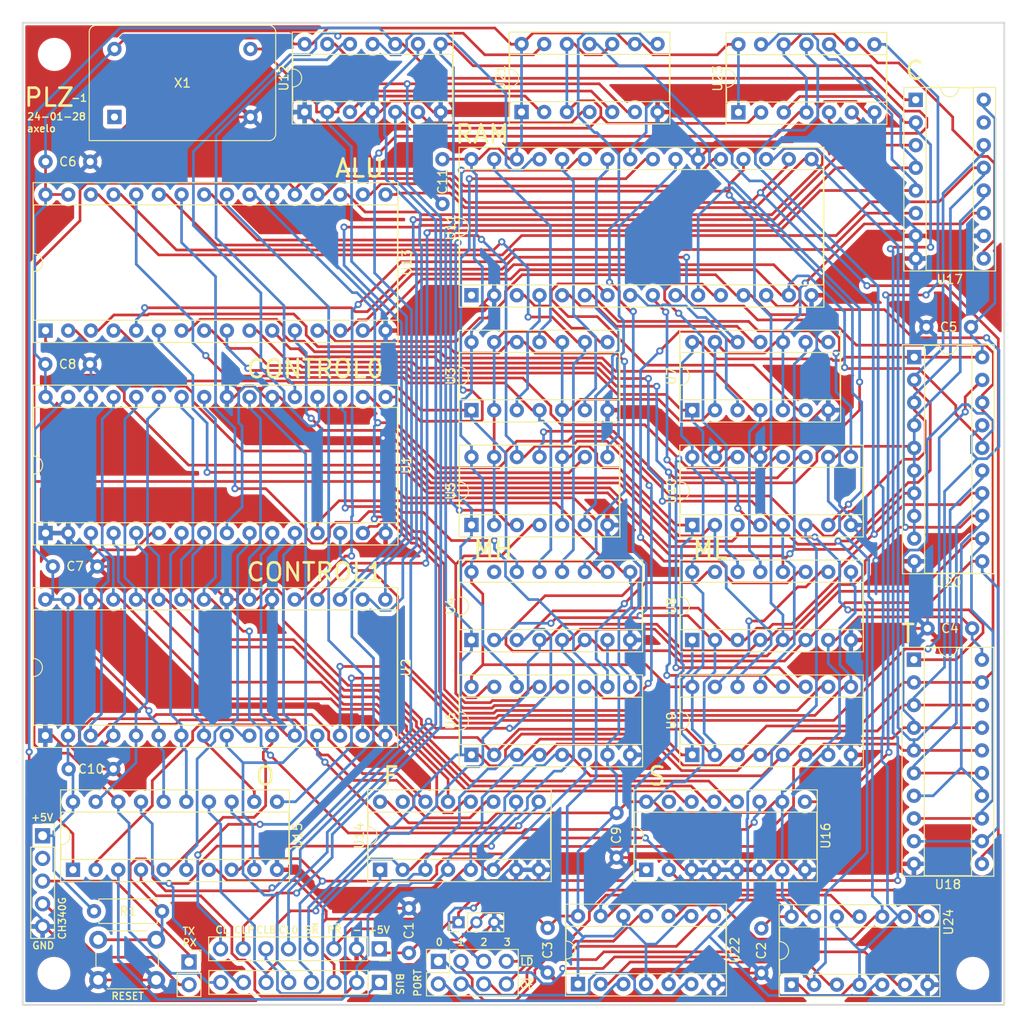
<source format=kicad_pcb>
(kicad_pcb (version 20221018) (generator pcbnew)
  (title_block (comment 4 "AISLER Project ID: JEMKLSVB"))
  (layers (0 "F.Cu" mixed) (31 "B.Cu" mixed) (34 "B.Paste" user) (35 "F.Paste" user) (36 "B.SilkS" user "B.Silkscreen") (37 "F.SilkS" user "F.Silkscreen") (38 "B.Mask" user) (39 "F.Mask" user) (44 "Edge.Cuts" user))
  (net 0 "")
  (net 1 "VCC")
  (net 2 "GND")
  (net 3 "/~{LD} P0")
  (net 4 "/~{OE} P0")
  (net 5 "/~{LD} P1")
  (net 6 "/~{OE} P1")
  (net 7 "/~{LD} P2")
  (net 8 "/~{OE} P2")
  (net 9 "/~{LD} P3")
  (net 10 "/~{OE} P3")
  (net 11 "/CLK1B")
  (net 12 "/POWER ON ~{R}")
  (net 13 "/SOFT ~{R}")
  (net 14 "/~{INITF}")
  (net 15 "/ZF")
  (net 16 "/O7")
  (net 17 "/O6")
  (net 18 "/O5")
  (net 19 "/O4")
  (net 20 "/O3")
  (net 21 "/O2")
  (net 22 "/O1")
  (net 23 "/O0")
  (net 24 "/~{LD} MH")
  (net 25 "/~{LD} ML")
  (net 26 "/INC M")
  (net 27 "/~{OE} MEM")
  (net 28 "/~{OE} T")
  (net 29 "/~{LD} S")
  (net 30 "/LD T")
  (net 31 "/~{LD} MEM")
  (net 32 "/S2")
  (net 33 "/S3")
  (net 34 "/S1")
  (net 35 "/S0")
  (net 36 "/CF")
  (net 37 "/SF")
  (net 38 "/~{LD} F")
  (net 39 "/~{OE} C")
  (net 40 "/~{OE} ALU")
  (net 41 "/~{LD} C")
  (net 42 "/SEL C0")
  (net 43 "/SEL C1")
  (net 44 "/SEL C2")
  (net 45 "/SEL ~{M}{slash}C")
  (net 46 "/M12")
  (net 47 "/~{M}{slash}C")
  (net 48 "/MBUS12")
  (net 49 "/M13")
  (net 50 "/MBUS13")
  (net 51 "/MBUS14")
  (net 52 "/M14")
  (net 53 "/MBUS15")
  (net 54 "/M15")
  (net 55 "/CLK1A")
  (net 56 "/DBUS4")
  (net 57 "/DBUS5")
  (net 58 "/DBUS6")
  (net 59 "/DBUS7")
  (net 60 "Net-(U4-CET)")
  (net 62 "/M8")
  (net 63 "/MBUS8")
  (net 64 "/M9")
  (net 65 "/MBUS9")
  (net 66 "/MBUS10")
  (net 67 "/M10")
  (net 68 "/MBUS11")
  (net 69 "/M11")
  (net 70 "/DBUS0")
  (net 71 "/DBUS1")
  (net 72 "/DBUS2")
  (net 73 "/DBUS3")
  (net 74 "Net-(U6-CET)")
  (net 75 "/M4")
  (net 76 "/MBUS4")
  (net 77 "/M5")
  (net 78 "/MBUS5")
  (net 79 "/MBUS6")
  (net 80 "/M6")
  (net 81 "/MBUS7")
  (net 82 "/M7")
  (net 83 "Net-(U8-CET)")
  (net 84 "/M3")
  (net 85 "/M2")
  (net 86 "/M1")
  (net 87 "/M0")
  (net 88 "/C0")
  (net 89 "/MBUS0")
  (net 90 "/C1")
  (net 91 "/MBUS1")
  (net 92 "/MBUS2")
  (net 93 "/C2")
  (net 94 "/MBUS3")
  (net 96 "Net-(U11-~{WE})")
  (net 97 "/CLK")
  (net 98 "Net-(U12-Pad3)")
  (net 99 "/CLK0")
  (net 100 "Net-(U12-Pad6)")
  (net 101 "/BUTTON ~{R}")
  (net 102 "/CLKP")
  (net 104 "/OE IO")
  (net 106 "/~{LD} IO")
  (net 107 "/~{LD} O")
  (net 109 "Net-(U18-Cp)")
  (net 112 "/TX")
  (net 113 "/RX")
  (footprint "Package_DIP:DIP-32_W15.24mm_Socket" (layer "F.Cu") (at 2.5654 57.1667 90)
    (fp_text reference "U1")
    (fp_text value "SST39SF010")
  )
  (footprint "Capacitor_THT:C_Disc_D5.0mm_W2.5mm_P5.00mm" (layer "F.Cu") (at 3.3782 60.9092)
    (fp_text reference "C7")
    (fp_text value "0.1 nF")
  )
  (footprint "Connector_PinSocket_2.54mm:PinSocket_1x08_P2.54mm_Vertical" (layer "F.Cu") (at 39.9542 103.7336 -90)
    (fp_text reference "J5" hide)
    (fp_text value "Conn_01x08")
  )
  (footprint "Package_DIP:DIP-32_W15.24mm_Socket" (layer "F.Cu") (at 2.54 79.8468 90)
    (fp_text reference "U2")
    (fp_text value "SST39SF010")
  )
  (footprint "Oscillator:Oscillator_DIP-14" (layer "F.Cu") (at 10.287 10.5664)
    (fp_text reference "X1")
    (fp_text value "10 MHz")
  )
  (footprint "Connector_PinHeader_2.00mm:PinHeader_1x03_P2.00mm_Vertical" (layer "F.Cu") (at 48.8442 100.7618 90)
    (fp_text reference "U19" hide)
    (fp_text value "MCP100-450D")
  )
  (footprint "MountingHole:MountingHole_3.2mm_M3" (layer "F.Cu") (at 106.4768 3.556)
    (fp_text reference "H2" hide)
    (fp_text value "MountingHole")
  )
  (footprint "MountingHole:MountingHole_3.2mm_M3" (layer "F.Cu") (at 3.556 3.556)
    (fp_text reference "H1" hide)
    (fp_text value "MountingHole")
  )
  (footprint "Package_DIP:DIP-14_W7.62mm_Socket" (layer "F.Cu") (at 55.9029 10.0076 90)
    (fp_text reference "U21")
    (fp_text value "74HC00")
  )
  (footprint "Package_DIP:DIP-14_W7.62mm_Socket" (layer "F.Cu") (at 75.0329 43.3974 90)
    (fp_text reference "U7")
    (fp_text value "74HC32")
  )
  (footprint "Package_DIP:DIP-14_W7.62mm_Socket" (layer "F.Cu") (at 62.23 107.6806 90)
    (fp_text reference "U22")
    (fp_text value "74HC00")
  )
  (footprint "Capacitor_THT:C_Disc_D5.0mm_W2.5mm_P5.00mm" (layer "F.Cu") (at 43.2816 104.1908 90)
    (fp_text reference "C1")
    (fp_text value "0.1 nF")
  )
  (footprint "Capacitor_THT:C_Disc_D5.0mm_W2.5mm_P5.00mm" (layer "F.Cu") (at 2.5654 15.5702)
    (fp_text reference "C6")
    (fp_text value "0.1 nF")
  )
  (footprint "Connector_PinSocket_2.54mm:PinSocket_1x08_P2.54mm_Vertical" (layer "F.Cu") (at 39.9796 107.4928 -90)
    (fp_text reference "J2" hide)
    (fp_text value "Conn_01x08")
  )
  (footprint "Package_DIP:DIP-14_W7.62mm_Socket" (layer "F.Cu") (at 31.5976 10.0076 90)
    (fp_text reference "U12")
    (fp_text value "74HC32")
  )
  (footprint "Capacitor_THT:C_Disc_D5.0mm_W2.5mm_P5.00mm" (layer "F.Cu") (at 66.548 88.5082 -90)
    (fp_text reference "C9")
    (fp_text value "0.1 nF")
  )
  (footprint "Capacitor_THT:C_Disc_D5.0mm_W2.5mm_P5.00mm" (layer "F.Cu") (at 106.2698 34.0868 180)
    (fp_text reference "C5")
    (fp_text value "0.1 nF")
  )
  (footprint "Package_DIP:DIP-14_W7.62mm_Socket" (layer "F.Cu") (at 80.2082 10.0484 90)
    (fp_text reference "U23")
    (fp_text value "74HC00")
  )
  (footprint "Capacitor_THT:C_Disc_D5.0mm_W2.5mm_P5.00mm" (layer "F.Cu") (at 58.8264 101.386 -90)
    (fp_text reference "C3")
    (fp_text value "0.1 nF")
  )
  (footprint "MountingHole:MountingHole_3.2mm_M3" (layer "F.Cu") (at 106.4768 106.4768)
    (fp_text reference "H3" hide)
    (fp_text value "MountingHole")
  )
  (footprint "Capacitor_THT:C_Disc_D5.0mm_W2.5mm_P5.00mm" (layer "F.Cu") (at 2.54 38.2524)
    (fp_text reference "C8")
    (fp_text value "0.1 nF")
  )
  (footprint "Package_DIP:DIP-20_W7.62mm_Socket" (layer "F.Cu") (at 99.8728 71.3486)
    (fp_text reference "U18")
    (fp_text value "74HC574")
  )
  (footprint "Capacitor_THT:C_Disc_D5.0mm_W2.5mm_P5.00mm" (layer "F.Cu") (at 47.0408 15.2946 -90)
    (fp_text reference "C11")
    (fp_text value "0.1 nF")
  )
  (footprint "Package_DIP:DIP-32_W15.24mm_Socket" (layer "F.Cu") (at 50.2953 30.5275 90)
    (fp_text reference "U11")
    (fp_text value "628128")
  )
  (footprint "Package_DIP:DIP-16_W7.62mm_Socket" (layer "F.Cu") (at 69.8754 94.8769 90)
    (fp_text reference "U16")
    (fp_text value "74HC161")
  )
  (footprint "Package_DIP:DIP-16_W7.62mm_Socket" (layer "F.Cu") (at 40.0512 94.8769 90)
    (fp_text reference "U14")
    (fp_text value "74HC161")
  )
  (footprint "Connector_PinSocket_2.54mm:PinSocket_2x04_P2.54mm_Vertical" (layer "F.Cu") (at 46.5836 105.1306 90)
    (fp_text reference "J1" hide)
    (fp_text value "Conn_02x04_Odd_Even")
  )
  (footprint "Package_DIP:DIP-20_W7.62mm_Socket" (layer "F.Cu") (at 5.6388 94.8769 90)
    (fp_text reference "U15")
    (fp_text value "74HC377")
  )
  (footprint "Package_DIP:DIP-16_W7.62mm_Socket" (layer "F.Cu") (at 75.0329 56.2673 90)
    (fp_text reference "U10")
    (fp_text value "74HC157")
  )
  (footprint "Package_DIP:DIP-16_W7.62mm_Socket" (layer "F.Cu") (at 100.076 8.636)
    (fp_text reference "U17")
    (fp_text value "74HC161")
  )
  (footprint "Connector_PinSocket_2.54mm:PinSocket_1x05_P2.54mm_Vertical" (layer "F.Cu") (at 2.2352 91.0644)
    (fp_text reference "J4" hide)
    (fp_text value "Conn_01x05")
  )
  (footprint "Capacitor_THT:C_Disc_D5.0mm_W2.5mm_P5.00mm" (layer "F.Cu") (at 106.4006 67.8434 180)
    (fp_text reference "C4")
    (fp_text value "0.1 nF")
  )
  (footprint "Connector_PinSocket_2.54mm:PinSocket_1x02_P2.54mm_Vertical" (layer "F.Cu") (at 18.6432 105.2068)
    (fp_text reference "J3" hide)
    (fp_text value "Conn_01x02")
  )
  (footprint "Package_DIP:DIP-16_W7.62mm_Socket" (layer "F.Cu") (at 50.2953 82.007 90)
    (fp_text reference "U6")
    (fp_text value "74HC161")
  )
  (footprint "Capacitor_THT:C_Disc_D5.0mm_W2.5mm_P5.00mm" (layer "F.Cu") (at 82.7786 101.4368 -90)
    (fp_text reference "C2")
    (fp_text value "0.1 nF")
  )
  (footprint "Resistor_THT:R_Axial_DIN0207_L6.3mm_D2.5mm_P7.62mm_Horizontal" (layer "F.Cu") (at 8.001 99.5172)
    (fp_text reference "R1")
    (fp_text value "10K")
  )
  (footprint "Package_DIP:DIP-16_W7.62mm_Socket" (layer "F.Cu") (at 75.0329 69.1371 90)
    (fp_text reference "U8")
    (fp_text value "74HC161")
  )
  (footprint "Package_DIP:DIP-20_W7.62mm_Socket" (layer "F.Cu") (at 99.9082 37.4673)
    (fp_text reference "U20")
    (fp_text value "74HC245")
  )
  (footprint "Button_Switch_THT:SW_PUSH_6mm" (layer "F.Cu") (at 14.9606 107.2176 180)
    (fp_text reference "SW1" hide)
    (fp_text value "RESET")
  )
  (footprint "Package_DIP:DIP-14_W7.62mm_Socket" (layer "F.Cu") (at 86.1568 107.7468 90)
    (fp_text reference "U24")
    (fp_text value "74HC32")
  )
  (footprint "Package_DIP:DIP-16_W7.62mm_Socket" (layer "F.Cu") (at 75.0329 82.007 90)
    (fp_text reference "U9")
    (fp_text value "74HC161")
  )
  (footprint "Package_DIP:DIP-16_W7.62mm_Socket" (layer "F.Cu") (at 50.2953 69.1371 90)
    (fp_text reference "U4")
    (fp_text value "74HC161")
  )
  (footprint "Package_DIP:DIP-14_W7.62mm_Socket" (layer "F.Cu") (at 50.2953 43.3974 90)
    (fp_text reference "U3")
    (fp_text value "74HC32")
  )
  (footprint "Package_DIP:DIP-32_W15.24mm_Socket" (layer "F.Cu") (at 2.5654 34.4865 90)
    (fp_text reference "U13")
    (fp_text value "SST39SF040")
  )
  (footprint "Capacitor_THT:C_Disc_D5.0mm_W2.5mm_P5.00mm" (layer "F.Cu") (at 5.1562 83.5914)
    (fp_text reference "C10")
    (fp_text value "0.1 nF")
  )
  (footprint "Package_DIP:DIP-14_W7.62mm_Socket" (layer "F.Cu") (at 50.2953 56.2673 90)
    (fp_text reference "U5")
    (fp_text value "74HC32")
  )
  (footprint "MountingHole:MountingHole_3.2mm_M3" (layer "F.Cu") (at 3.5052 106.4768)
    (fp_text reference "H4" hide)
    (fp_text value "MountingHole")
  )
  (gr_rect locked (start 0 0) (end 110 110) (stroke (width 0.2)) (fill none) (layer "Edge.Cuts"))
  (gr_text "O" (at 25.928504 85.56) (layer "F.SilkS") (effects (font (size 2 2) (thickness 0.3)) (justify left bottom)))
  (gr_text "ALU" (at 34.838693 17.4752) (layer "F.SilkS") (effects (font (size 2 2) (thickness 0.3)) (justify left bottom)))
  (gr_text "3" (at 53.8226 103.4542) (layer "F.SilkS") (effects (font (size 0.8 0.8)) (justify left bottom)))
  (gr_text "BUS" (at 41.783 106.3752 -90) (layer "F.SilkS") (effects (font (size 0.8 0.8)) (justify left bottom)))
  (gr_text "CL0" (at 28.575 102.108) (layer "F.SilkS") (effects (font (size 0.8 0.8)) (justify left bottom)))
  (gr_text "CONTROL0" (at 24.909634 39.9542) (layer "F.SilkS") (effects (font (size 2 2) (thickness 0.3)) (justify left bottom)))
  (gr_text "+5V" (at 38.608 102.0826) (layer "F.SilkS") (effects (font (size 0.8 0.8)) (justify left bottom)))
  (gr_text "GND" (at 0.9906 103.8352) (layer "F.SilkS") (effects (font (size 0.8 0.8)) (justify left bottom)))
  (gr_text "CL" (at 21.5138 102.0826) (layer "F.SilkS") (effects (font (size 0.8 0.8)) (justify left bottom)))
  (gr_text "RAM" (at 54.700384 13.659114) (layer "F.SilkS") (effects (font (size 2 2) (thickness 0.3)) (justify right bottom)))
  (gr_text "0" (at 46.2026 103.4542) (layer "F.SilkS") (effects (font (size 0.8 0.8)) (justify left bottom)))
  (gr_text "S" (at 69.946381 85.56) (layer "F.SilkS") (effects (font (size 2 2) (thickness 0.3)) (justify left bottom)))
  (gr_text "~{OE}" (at 55.6514 108.2548) (layer "F.SilkS") (effects (font (size 0.8 0.8)) (justify left bottom)))
  (gr_text "-1" (at 5.350045 8.906288) (layer "F.SilkS") (effects (font (size 0.8 0.8)) (justify left bottom)))
  (gr_text "1" (at 48.641 103.4542) (layer "F.SilkS") (effects (font (size 0.8 0.8)) (justify left bottom)))
  (gr_text "TX\nRX" (at 17.8308 103.505) (layer "F.SilkS") (effects (font (size 0.8 0.8)) (justify left bottom)))
  (gr_text "P~{R}" (at 34.036 102.0826) (layer "F.SilkS") (effects (font (size 0.8 0.8)) (justify left bottom)))
  (gr_text "PORT" (at 44.7294 109.1692 90) (layer "F.SilkS") (effects (font (size 0.8 0.8)) (justify left bottom)))
  (gr_text "+5V" (at 0.8636 89.4842) (layer "F.SilkS") (effects (font (size 0.8 0.8)) (justify left bottom)))
  (gr_text "CH340G" (at 4.9022 102.7684 90) (layer "F.SilkS") (effects (font (size 0.8 0.8)) (justify left bottom)))
  (gr_text "RESET" (at 9.8552 109.4994) (layer "F.SilkS") (effects (font (size 0.8 0.8)) (justify left bottom)))
  (gr_text "2" (at 51.2064 103.4542) (layer "F.SilkS") (effects (font (size 0.8 0.8)) (justify left bottom)))
  (gr_text "MH" (at 55.109253 60.177767) (layer "F.SilkS") (effects (font (size 2 2) (thickness 0.3)) (justify right bottom)))
  (gr_text "S~{R}" (at 31.5214 102.0826) (layer "F.SilkS") (effects (font (size 0.8 0.8)) (justify left bottom)))
  (gr_text "C" (at 98.746 6.5278) (layer "F.SilkS") (effects (font (size 2 2) (thickness 0.3)) (justify left bottom)))
  (gr_text "PLZ\n" (at 2.974763 9.540781) (layer "F.SilkS") (effects (font (size 2 2) (thickness 0.3)) (justify bottom)))
  (gr_text "T" (at 100.178129 69.606011) (layer "F.SilkS") (effects (font (size 2 2) (thickness 0.3)) (justify right bottom)))
  (gr_text "-" (at 36.8808 102.0826) (layer "F.SilkS") (effects (font (size 0.8 0.8)) (justify left bottom)))
  (gr_text "CLB" (at 26.0604 102.0826) (layer "F.SilkS") (effects (font (size 0.8 0.8)) (justify left bottom)))
  (gr_text "24-01-28" (at 0.417188 10.988727) (layer "F.SilkS") (effects (font (size 0.8 0.8)) (justify left bottom)))
  (gr_text "CONTROL1" (at 24.909634 62.708148) (layer "F.SilkS") (effects (font (size 2 2) (thickness 0.3)) (justify left bottom)))
  (gr_text "ML" (at 79.203836 60.1871) (layer "F.SilkS") (effects (font (size 2 2) (thickness 0.3)) (justify right bottom)))
  (gr_text "F" (at 40.219328 85.56) (layer "F.SilkS") (effects (font (size 2 2) (thickness 0.3)) (justify left bottom)))
  (gr_text "CLP" (at 23.622 102.0826) (layer "F.SilkS") (effects (font (size 0.8 0.8)) (justify left bottom)))
  (gr_text "axelo" (at 0.395469 12.322791) (layer "F.SilkS") (effects (font (size 0.8 0.8)) (justify left bottom)))
  (gr_text "~{LD}" (at 55.6768 105.6386) (layer "F.SilkS") (effects (font (size 0.8 0.8)) (justify left bottom)))
  (segment (start 52.9092 0.5998) (end 34.2165 0.5998) (width 0.3) (layer "F.Cu") (net 1))
  (segment (start 83.0734 88.4678) (end 84.2843 87.2569) (width 0.3) (layer "F.Cu") (net 1))
  (segment (start 99.9082 37.4673) (end 107.5282 37.4673) (width 0.3) (layer "F.Cu") (net 1))
  (segment (start 31.5976 2.3876) (end 30.3917 2.3876) (width 0.3) (layer "F.Cu") (net 1))
  (segment (start 69.8523 71.9111) (end 72.3282 74.387) (width 0.3) (layer "F.Cu") (net 1))
  (segment (start 57.1106 99.6702) (end 51.9358 99.6702) (width 0.3) (layer "F.Cu") (net 1))
  (segment (start 67.7993 87.2569) (end 66.548 88.5082) (width 0.3) (layer "F.Cu") (net 1))
  (segment (start 91.102 69.1371) (end 93.6796 66.5595) (width 0.3) (layer "F.Cu") (net 1))
  (segment (start 40.8823 87.2569) (end 43.2495 89.6241) (width 0.3) (layer "F.Cu") (net 1))
  (segment (start 51.9358 99.6702) (end 50.8442 100.7618) (width 0.3) (layer "F.Cu") (net 1))
  (segment (start 53.3278 14.0691) (end 54.5462 15.2875) (width 0.3) (layer "F.Cu") (net 1))
  (segment (start 66.5399 1.1557) (end 67.7718 2.3876) (width 0.3) (layer "F.Cu") (net 1))
  (segment (start 90.2729 69.1371) (end 91.102 69.1371) (width 0.3) (layer "F.Cu") (net 1))
  (segment (start 2.5654 19.2465) (end 2.5654 15.5702) (width 0.3) (layer "F.Cu") (net 1))
  (segment (start 58.8264 101.386) (end 57.1106 99.6702) (width 0.3) (layer "F.Cu") (net 1))
  (segment (start 40.0512 87.2569) (end 40.8823 87.2569) (width 0.3) (layer "F.Cu") (net 1))
  (segment (start 53.1956 88.5082) (end 52.0797 89.6241) (width 0.3) (layer "F.Cu") (net 1))
  (segment (start 51.5653 63.993) (end 50.2953 62.723) (width 0.3) (layer "F.Cu") (net 1))
  (segment (start 44.7377 102.7347) (end 43.2816 104.1908) (width 0.3) (layer "F.Cu") (net 1))
  (segment (start 69.8754 87.2569) (end 67.7993 87.2569) (width 0.3) (layer "F.Cu") (net 1))
  (segment (start 55.3753 15.2875) (end 54.5462 15.2875) (width 0.3) (layer "F.Cu") (net 1))
  (segment (start 62.23 100.0606) (end 60.1518 100.0606) (width 0.3) (layer "F.Cu") (net 1))
  (segment (start 51.5653 71.9111) (end 69.8523 71.9111) (width 0.3) (layer "F.Cu") (net 1))
  (segment (start 50.8442 100.7618) (end 48.8713 102.7347) (width 0.3) (layer "F.Cu") (net 1))
  (segment (start 75.0329 35.7774) (end 75.8648 35.7774) (width 0.3) (layer "F.Cu") (net 1))
  (segment (start 55.8038 2.413) (end 54.7224 2.413) (width 0.3) (layer "F.Cu") (net 1))
  (segment (start 86.1568 100.1268) (end 84.0886 100.1268) (width 0.3) (layer "F.Cu") (net 1))
  (segment (start 11.5074 1.726) (end 29.7301 1.726) (width 0.3) (layer "F.Cu") (net 1))
  (segment (start 91.7531 37.8322) (end 90.8134 37.8322) (width 0.3) (layer "F.Cu") (net 1))
  (segment (start 71.9154 88.4678) (end 83.0734 88.4678) (width 0.3) (layer "F.Cu") (net 1))
  (segment (start 51.5653 71.9111) (end 51.5653 63.993) (width 0.3) (layer "F.Cu") (net 1))
  (segment (start 51.1264 15.2875) (end 52.3448 14.0691) (width 0.3) (layer "F.Cu") (net 1))
  (segment (start 2.5654 19.2465) (end 5.1054 19.2465) (width 0.3) (layer "F.Cu") (net 1))
  (segment (start 92.118 37.4673) (end 91.7531 37.8322) (width 0.3) (layer "F.Cu") (net 1))
  (segment (start 55.9308 2.413) (end 57.1881 1.1557) (width 0.3) (layer "F.Cu") (net 1))
  (segment (start 77.8356 3.5951) (end 79.0023 2.4284) (width 0.3) (layer "F.Cu") (net 1))
  (segment (start 53.3278 14.0691) (end 52.3448 14.0691) (width 0.3) (layer "F.Cu") (net 1))
  (segment (start 52.0797 89.6241) (end 43.2495 89.6241) (width 0.3) (layer "F.Cu") (net 1))
  (segment (start 90.6434 37.6622) (end 77.7496 37.6622) (width 0.3) (layer "F.Cu") (net 1))
  (segment (start 93.6796 66.5595) (end 105.1167 66.5595) (width 0.3) (layer "F.Cu") (net 1))
  (segment (start 85.1154 87.2569) (end 84.2843 87.2569) (width 0.3) (layer "F.Cu") (net 1))
  (segment (start 68.6029 2.3876) (end 69.432 2.3876) (width 0.3) (layer "F.Cu") (net 1))
  (segment (start 34.2165 0.5998) (end 32.4287 2.3876) (width 0.3) (layer "F.Cu") (net 1))
  (segment (start 32.4287 2.3876) (end 31.5976 2.3876) (width 0.3) (layer "F.Cu") (net 1))
  (segment (start 72.3282 74.387) (end 75.0329 74.387) (width 0.3) (layer "F.Cu") (net 1))
  (segment (start 84.0886 100.1268) (end 82.7786 101.4368) (width 0.3) (layer "F.Cu") (net 1))
  (segment (start 48.8713 102.7347) (end 44.7377 102.7347) (width 0.3) (layer "F.Cu") (net 1))
  (segment (start 70.7045 87.2569) (end 71.9154 88.4678) (width 0.3) (layer "F.Cu") (net 1))
  (segment (start 105.1167 66.5595) (end 106.4006 67.8434) (width 0.3) (layer "F.Cu") (net 1))
  (segment (start 70.6395 3.5951) (end 77.8356 3.5951) (width 0.3) (layer "F.Cu") (net 1))
  (segment (start 75.8648 35.7774) (end 77.7496 37.6622) (width 0.3) (layer "F.Cu") (net 1))
  (segment (start 90.8134 37.8322) (end 90.6434 37.6622) (width 0.3) (layer "F.Cu") (net 1))
  (segment (start 54.7224 2.413) (end 52.9092 0.5998) (width 0.3) (layer "F.Cu") (net 1))
  (segment (start 69.8754 87.2569) (end 70.7045 87.2569) (width 0.3) (layer "F.Cu") (net 1))
  (segment (start 67.7718 2.3876) (end 68.6029 2.3876) (width 0.3) (layer "F.Cu") (net 1))
  (segment (start 50.2953 61.5171) (end 50.2953 62.723) (width 0.3) (layer "F.Cu") (net 1))
  (segment (start 50.2953 73.1811) (end 51.5653 71.9111) (width 0.3) (layer "F.Cu") (net 1))
  (segment (start 66.548 88.5082) (end 53.1956 88.5082) (width 0.3) (layer "F.Cu") (net 1))
  (segment (start 50.2953 15.2875) (end 47.0479 15.2875) (width 0.3) (layer "F.Cu") (net 1))
  (segment (start 40.4114 104.1908) (end 43.2816 104.1908) (width 0.3) (layer "F.Cu") (net 1))
  (segment (start 29.7301 1.726) (end 30.3917 2.3876) (width 0.3) (layer "F.Cu") (net 1))
  (segment (start 50.2953 74.387) (end 50.2953 73.1811) (width 0.3) (layer "F.Cu") (net 1))
  (segment (start 60.1518 100.0606) (end 58.8264 101.386) (width 0.3) (layer "F.Cu") (net 1))
  (segment (start 80.2082 2.4284) (end 79.0023 2.4284) (width 0.3) (layer "F.Cu") (net 1))
  (segment (start 57.1881 1.1557) (end 66.5399 1.1557) (width 0.3) (layer "F.Cu") (net 1))
  (segment (start 10.287 2.9464) (end 11.5074 1.726) (width 0.3) (layer "F.Cu") (net 1))
  (segment (start 50.2953 15.2875) (end 51.1264 15.2875) (width 0.3) (layer "F.Cu") (net 1))
  (segment (start 69.432 2.3876) (end 70.6395 3.5951) (width 0.3) (layer "F.Cu") (net 1))
  (segment (start 92.118 37.4673) (end 99.9082 37.4673) (width 0.3) (layer "F.Cu") (net 1))
  (segment (start 66.548 88.5082) (end 62.23 92.8262) (width 0.3) (layer "B.Cu") (net 1))
  (segment (start 5.08 64.6068) (end 5.08 79.8468) (width 0.3) (layer "B.Cu") (net 1))
  (segment (start 85.1154 94.8769) (end 85.1154 97.8795) (width 0.3) (layer "B.Cu") (net 1))
  (segment (start 65.5353 80.8011) (end 66.8053 79.5311) (width 0.3) (layer "B.Cu") (net 1))
  (segment (start 55.3753 15.2875) (end 55.3753 14.0816) (width 0.3) (layer "B.Cu") (net 1))
  (segment (start 76.2457 80.3384) (end 76.2457 82.9914) (width 0.3) (layer "B.Cu") (net 1))
  (segment (start 49.302 42.1528) (end 49.0894 42.3654) (width 0.3) (layer "B.Cu") (net 1))
  (segment (start 50.2953 48.6473) (end 50.2953 47.4414) (width 0.3) (layer "B.Cu") (net 1))
  (segment (start 50.2953 41.397) (end 49.5395 42.1528) (width 0.3) (layer "B.Cu") (net 1))
  (segment (start 85.4209 86.051) (end 89.4649 82.007) (width 0.3) (layer "B.Cu") (net 1))
  (segment (start 8.001 99.5172) (end 3.4911 95.0073) (width 0.3) (layer "B.Cu") (net 1))
  (segment (start 3.4911 95.0073) (end 3.4911 91.0644) (width 0.3) (layer "B.Cu") (net 1))
  (segment (start 85.1154 87.2569) (end 85.1154 86.051) (width 0.3) (layer "B.Cu") (net 1))
  (segment (start 50.8551 23.6901) (end 50.6046 23.9406) (width 0.3) (layer "B.Cu") (net 1))
  (segment (start 90.2729 71.7771) (end 91.5429 73.0471) (width 0.3) (layer "B.Cu") (net 1))
  (segment (start 91.5429 73.0471) (end 91.5429 79.5311) (width 0.3) (layer "B.Cu") (net 1))
  (segment (start 107.4928 71.3486) (end 107.4928 70.1427) (width 0.3) (layer "B.Cu") (net 1))
  (segment (start 75.0329 74.387) (end 75.0329 79.1256) (width 0.3) (layer "B.Cu") (net 1))
  (segment (start 76.2416 63.9317) (end 76.2416 71.9724) (width 0.3) (layer "B.Cu") (net 1))
  (segment (start 50.2953 16.4934) (end 50.8551 17.0532) (width 0.3) (layer "B.Cu") (net 1))
  (segment (start 65.5353 82.007) (end 65.5353 83.2129) (width 0.3) (layer "B.Cu") (net 1))
  (segment (start 66.8053 79.5311) (end 66.8053 73.0351) (width 0.3) (layer "B.Cu") (net 1))
  (segment (start 51.5129 33.3539) (end 50.2953 34.5715) (width 0.3) (layer "B.Cu") (net 1))
  (segment (start 2.54 38.2524) (end 1.3595 37.0719) (width 0.3) (layer "B.Cu") (net 1))
  (segment (start 2.5654 19.2465) (end 2.5654 20.4524) (width 0.3) (layer "B.Cu") (net 1))
  (segment (start 51.5653 59.0412) (end 51.5653 51.1232) (width 0.3) (layer "B.Cu") (net 1))
  (segment (start 75.0329 61.5171) (end 75.0329 62.723) (width 0.3) (layer "B.Cu") (net 1))
  (segment (start 50.2953 35.7774) (end 50.2953 34.5715) (width 0.3) (layer "B.Cu") (net 1))
  (segment (start 50.2953 15.2875) (end 50.2953 16.4934) (width 0.3) (layer "B.Cu") (net 1))
  (segment (start 50.6046 26.4322) (end 51.5129 27.3405) (width 0.3) (layer "B.Cu") (net 1))
  (segment (start 75.0329 47.4414) (end 73.827 46.2355) (width 0.3) (layer "B.Cu") (net 1))
  (segment (start 2.5654 41.9267) (end 3.77125 43.13255) (width 0.3) (layer "B.Cu") (net 1))
  (segment (start 65.5353 82.007) (end 65.5353 80.8011) (width 0.3) (layer "B.Cu") (net 1))
  (segment (start 66.548 88.5082) (end 66.548 84.2256) (width 0.3) (layer "B.Cu") (net 1))
  (segment (start 55.3753 14.0816) (end 55.9029 13.554) (width 0.3) (layer "B.Cu") (net 1))
  (segment (start 62.23 92.8262) (end 62.23 100.0606) (width 0.3) (layer "B.Cu") (net 1))
  (segment (start 75.0329 60.3112) (end 76.2511 59.093) (width 0.3) (layer "B.Cu") (net 1))
  (segment (start 91.5429 79.5311) (end 90.2729 80.8011) (width 0.3) (layer "B.Cu") (net 1))
  (segment (start 50.2953 60.3112) (end 51.5653 59.0412) (width 0.3) (layer "B.Cu") (net 1))
  (segment (start 76.2511 51.0714) (end 75.0329 49.8532) (width 0.3) (layer "B.Cu") (net 1))
  (segment (start 85.1154 87.8598) (end 85.1154 94.2739) (width 0.3) (layer "B.Cu") (net 1))
  (segment (start 107.5282 37.4673) (end 107.5282 36.2614) (width 0.3) (layer "B.Cu") (net 1))
  (segment (start 85.1154 86.051) (end 85.4209 86.051) (width 0.3) (layer "B.Cu") (net 1))
  (segment (start 107.696 8.636) (end 107.696 9.4671) (width 0.3) (layer "B.Cu") (net 1))
  (segment (start 2.5654 10.668) (end 2.5654 15.5702) (width 0.3) (layer "B.Cu") (net 1))
  (segment (start 106.2698 34.0868) (end 108.9481 31.4085) (width 0.3) (layer "B.Cu") (net 1))
  (segment (start 1.3595 58.8905) (end 3.3782 60.9092) (width 0.3) (layer "B.Cu") (net 1))
  (segment (start 2.5654 41.9267) (end 2.5654 40.7208) (width 0.3) (layer "B.Cu") (net 1))
  (segment (start 69.8754 87.2569) (end 70.7065 87.2569) (width 0.3) (layer "B.Cu") (net 1))
  (segment (start 3.3782 64.3716) (end 3.3782 60.9092) (width 0.3) (layer "B.Cu") (net 1))
  (segment (start 90.2729 82.007) (end 89.4649 82.007) (width 0.3) (layer "B.Cu") (net 1))
  (segment (start 73.827 46.2355) (end 73.827 38.1892) (width 0.3) (layer "B.Cu") (net 1))
  (segment (start 51.5653 51.1232) (end 50.2953 49.8532) (width 0.3) (layer "B.Cu") (net 1))
  (segment (start 5.6388 87.2569) (end 5.6388 84.074) (width 0.3) (layer "B.Cu") (net 1))
  (segment (start 3.4911 90.6105) (end 3.4911 91.0644) (width 0.3) (layer "B.Cu") (net 1))
  (segment (start 55.9029 2.3876) (end 55.9029 10.0076) (width 0.3) (layer "B.Cu") (net 1))
  (segment (start 5.6388 88.4628) (end 3.4911 90.6105) (width 0.3) (layer "B.Cu") (net 1))
  (segment (start 66.548 84.2256) (end 65.5353 83.2129) (width 0.3) (layer "B.Cu") (net 1))
  (segment (start 50.2953 48.6473) (end 50.2953 49.8532) (width 0.3) (layer "B.Cu") (net 1))
  (segment (start 75.0329 48.6473) (end 75.0329 49.8532) (width 0.3) (layer "B.Cu") (net 1))
  (segment (start 66.8053 73.0351) (end 65.5353 71.7651) (width 0.3) (layer "B.Cu") (net 1))
  (segment (start 50.6046 23.9406) (end 50.6046 26.4322) (width 0.3) (layer "B.Cu") (net 1))
  (segment (start 50.2953 35.7774) (end 50.2953 41.397) (width 0.3) (layer "B.Cu") (net 1))
  (segment (start 51.5129 27.3405) (end 51.5129 33.3539) (width 0.3) (layer "B.Cu") (net 1))
  (segment (start 10.287 2.9464) (end 2.5654 10.668) (width 0.3) (layer "B.Cu") (net 1))
  (segment (start 80.2082 2.4284) (end 80.2082 10.0484) (width 0.3) (layer "B.Cu") (net 1))
  (segment (start 75.0329 74.3205) (end 75.0329 73.1811) (width 0.3) (layer "B.Cu") (net 1))
  (segment (start 107.696 9.4671) (end 108.9481 10.7192) (width 0.3) (layer "B.Cu") (net 1))
  (segment (start 74.1837 85.0534) (end 72.91 85.0534) (width 0.3) (layer "B.Cu") (net 1))
  (segment (start 108.9481 31.4085) (end 108.9481 10.7192) (width 0.3) (layer "B.Cu") (net 1))
  (segment (start 1.3595 45.5443) (end 1.3595 58.8905) (width 0.3) (layer "B.Cu") (net 1))
  (segment (start 1.3595 37.0719) (end 1.3595 21.6583) (width 0.3) (layer "B.Cu") (net 1))
  (segment (start 2.2352 91.0644) (end 3.4911 91.0644) (width 0.3) (layer "B.Cu") (net 1))
  (segment (start 75.0329 62.723) (end 76.2416 63.9317) (width 0.3) (layer "B.Cu") (net 1))
  (segment (start 107.4928 70.1427) (end 106.4006 69.0505) (width 0.3) (layer "B.Cu") (net 1))
  (segment (start 49.5395 42.1528) (end 49.302 42.1528) (width 0.3) (layer "B.Cu") (net 1))
  (segment (start 76.2511 59.093) (end 76.2511 51.0714) (width 0.3) (layer "B.Cu") (net 1))
  (segment (start 3.143 64.6068) (end 5.08 64.6068) (width 0.3) (layer "B.Cu") (net 1))
  (segment (start 75.0329 60.9141) (end 75.0329 60.3112) (width 0.3) (layer "B.Cu") (net 1))
  (segment (start 5.08 83.5152) (end 5.08 79.8468) (width 0.3) (layer "B.Cu") (net 1))
  (segment (start 75.0329 48.6473) (end 75.0329 47.4414) (width 0.3) (layer "B.Cu") (net 1))
  (segment (start 85.1154 97.8795) (end 86.1568 98.9209) (width 0.3) (layer "B.Cu") (net 1))
  (segment (start 75.0329 79.1256) (end 76.2457 80.3384) (width 0.3) (layer "B.Cu") (net 1))
  (segment (start 75.0329 35.7774) (end 75.0329 36.9833) (width 0.3) (layer "B.Cu") (net 1))
  (segment (start 1.3595 21.6583) (end 2.5654 20.4524) (width 0.3) (layer "B.Cu") (net 1))
  (segment (start 55.9029 10.0076) (end 55.9029 13.554) (width 0.3) (layer "B.Cu") (net 1))
  (segment (start 49.0894 46.2355) (end 50.2953 47.4414) (width 0.3) (layer "B.Cu") (net 1))
  (segment (start 5.6388 87.2569) (end 5.6388 88.4628) (width 0.3) (layer "B.Cu") (net 1))
  (segment (start 73.827 38.1892) (end 75.0329 36.9833) (width 0.3) (layer "B.Cu") (net 1))
  (segment (start 106.2698 35.003) (end 106.2698 34.0868) (width 0.3) (layer "B.Cu") (net 1))
  (segment (start 2.5654 40.7208) (end 2.54 40.6954) (width 0.3) (layer "B.Cu") (net 1))
  (segment (start 90.2729 82.007) (end 90.2729 80.8011) (width 0.3) (layer "B.Cu") (net 1))
  (segment (start 106.4006 69.0505) (end 106.4006 67.8434) (width 0.3) (layer "B.Cu") (net 1))
  (segment (start 65.5353 69.1371) (end 65.5353 71.7651) (width 0.3) (layer "B.Cu") (net 1))
  (segment (start 5.6388 84.074) (end 5.1562 83.5914) (width 0.3) (layer "B.Cu") (net 1))
  (segment (start 3.143 64.6068) (end 3.3782 64.3716) (width 0.3) (layer "B.Cu") (net 1))
  (segment (start 76.2416 71.9724) (end 75.0329 73.1811) (width 0.3) (layer "B.Cu") (net 1))
  (segment (start 4.9771 41.9267) (end 1.3595 45.5443) (width 0.3) (layer "B.Cu") (net 1))
  (segment (start 107.5282 36.2614) (end 106.2698 35.003) (width 0.3) (layer "B.Cu") (net 1))
  (segment (start 50.8551 17.0532) (end 50.8551 23.6901) (width 0.3) (layer "B.Cu") (net 1))
  (segment (start 90.2729 69.1371) (end 90.2729 71.7771) (width 0.3) (layer "B.Cu") (net 1))
  (segment (start 50.2953 61.5171) (end 50.2953 60.3112) (width 0.3) (layer "B.Cu") (net 1))
  (segment (start 86.1568 100.1268) (end 86.1568 98.9209) (width 0.3) (layer "B.Cu") (net 1))
  (segment (start 49.0894 42.3654) (end 49.0894 46.2355) (width 0.3) (layer "B.Cu") (net 1))
  (segment (start 2.54 40.6954) (end 2.54 38.2524) (width 0.3) (layer "B.Cu") (net 1))
  (segment (start 76.2457 82.9914) (end 74.1837 85.0534) (width 0.3) (layer "B.Cu") (net 1))
  (segment (start 70.7065 87.2569) (end 72.91 85.0534) (width 0.3) (layer "B.Cu") (net 1))
  (segment (start 40.64 79.8468) (end 39.8089 79.8468) (width 0.3) (layer "F.Cu") (net 2))
  (segment (start 107.696 23.876) (end 100.076 23.876) (width 0.3) (layer "F.Cu") (net 2))
  (segment (start 95.4482 10.0484) (end 94.6191 10.0484) (width 0.3) (layer "F.Cu") (net 2))
  (segment (start 82.7786 106.4368) (end 79.9197 106.4368) (width 0.3) (layer "F.Cu") (net 2))
  (segment (start 7.8998 83.5914) (end 5.3784 81.07) (width 0.3) (layer "F.Cu") (net 2))
  (segment (start 74.9554 94.8769) (end 74.1243 94.8769) (width 0.3) (layer "F.Cu") (net 2))
  (segment (start 90.2729 43.3974) (end 89.4815 43.3974) (width 0.3) (layer "F.Cu") (net 2))
  (segment (start 8.3782 60.9092) (end 19.1624 60.9092) (width 0.3) (layer "F.Cu") (net 2))
  (segment (start 57.8312 94.8769) (end 65.1793 94.8769) (width 0.3) (layer "F.Cu") (net 2))
  (segment (start 82.6529 48.6473) (end 81.8218 48.6473) (width 0.3) (layer "F.Cu") (net 2))
  (segment (start 24.0659 64.1564) (end 24.0659 64.6068) (width 0.3) (layer "F.Cu") (net 2))
  (segment (start 85.615 93.671) (end 86.8209 94.8769) (width 0.3) (layer "F.Cu") (net 2))
  (segment (start 26.727 65.8198) (end 27.94 64.6068) (width 0.3) (layer "F.Cu") (net 2))
  (segment (start 40.6654 34.4865) (end 48.5783 34.4865) (width 0.3) (layer "F.Cu") (net 2))
  (segment (start 77.4954 94.8769) (end 74.9554 94.8769) (width 0.3) (layer "F.Cu") (net 2))
  (segment (start 65.5353 43.3974) (end 71.4939 43.3974) (width 0.3) (layer "F.Cu") (net 2))
  (segment (start 93.3975 8.8268) (end 94.6191 10.0484) (width 0.3) (layer "F.Cu") (net 2))
  (segment (start 28.4988 94.8769) (end 30.1763 94.8769) (width 0.3) (layer "F.Cu") (net 2))
  (segment (start 52.5373 30.5275) (end 51.6294 31.4354) (width 0.3) (layer "F.Cu") (net 2))
  (segment (start 25.9179 40.7103) (end 27.1343 41.9267) (width 0.3) (layer "F.Cu") (net 2))
  (segment (start 40.0487 10.0076) (end 41.2742 8.7821) (width 0.3) (layer "F.Cu") (net 2))
  (segment (start 37.462 77.4999) (end 39.8089 79.8468) (width 0.3) (layer "F.Cu") (net 2))
  (segment (start 93.3975 8.8268) (end 89.8823 8.8268) (width 0.3) (layer "F.Cu") (net 2))
  (segment (start 77.47 107.6806) (end 78.6759 107.6806) (width 0.3) (layer "F.Cu") (net 2))
  (segment (start 34.4902 99.1908) (end 30.1763 94.8769) (width 0.3) (layer "F.Cu") (net 2))
  (segment (start 86.0119 46.867) (end 89.4815 43.3974) (width 0.3) (layer "F.Cu") (net 2))
  (segment (start 10.1562 83.5914) (end 7.8998 83.5914) (width 0.3) (layer "F.Cu") (net 2))
  (segment (start 44.783 8.7821) (end 46.0085 10.0076) (width 0.3) (layer "F.Cu") (net 2))
  (segment (start 37.1798 11.2163) (end 32.8063 11.2163) (width 0.3) (layer "F.Cu") (net 2))
  (segment (start 79.9197 106.4368) (end 78.6759 107.6806) (width 0.3) (layer "F.Cu") (net 2))
  (segment (start 82.5754 94.8769) (end 83.4099 94.8769) (width 0.3) (layer "F.Cu") (net 2))
  (segment (start 28.2195 60.0028) (end 24.0659 64.1564) (width 0.3) (layer "F.Cu") (net 2))
  (segment (start 40.3845 46.5206) (end 33.3904 46.5206) (width 0.3) (layer "F.Cu") (net 2))
  (segment (start 78.82 47.4002) (end 80.5747 47.4002) (width 0.3) (layer "F.Cu") (net 2))
  (segment (start 7.62 64.6068) (end 8.4491 64.6068) (width 0.3) (layer "F.Cu") (net 2))
  (segment (start 71.4939 43.3974) (end 76.7438 48.6473) (width 0.3) (layer "F.Cu") (net 2))
  (segment (start 5.3784 81.07) (end 4.5923 81.07) (width 0.3) (layer "F.Cu") (net 2))
  (segment (start 19.1624 60.9092) (end 22.86 64.6068) (width 0.3) (layer "F.Cu") (net 2))
  (segment (start 24.0659 64.6068) (end 24.0659 64.9836) (width 0.3) (layer "F.Cu") (net 2))
  (segment (start 23.7145 41.9267) (end 24.9309 40.7103) (width 0.3) (layer "F.Cu") (net 2))
  (segment (start 98.6669 94.2086) (end 97.9986 94.8769) (width 0.3) (layer "F.Cu") (net 2))
  (segment (start 86.0119 46.867) (end 84.4332 46.867) (width 0.3) (layer "F.Cu") (net 2))
  (segment (start 22.8854 41.9267) (end 23.7145 41.9267) (width 0.3) (layer "F.Cu") (net 2))
  (segment (start 46.1021 103.2906) (end 50.3154 103.2906) (width 0.3) (layer "F.Cu") (net 2))
  (segment (start 39.2176 10.0076) (end 38.3885 10.0076) (width 0.3) (layer "F.Cu") (net 2))
  (segment (start 38.894 105.4867) (end 43.906 105.4867) (width 0.3) (layer "F.Cu") (net 2))
  (segment (start 32.8063 11.2163) (end 31.5976 10.0076) (width 0.3) (layer "F.Cu") (net 2))
  (segment (start 37.4142 104.0069) (end 38.894 105.4867) (width 0.3) (layer "F.Cu") (net 2))
  (segment (start 88.3953 30.5275) (end 89.6012 30.5275) (width 0.3) (layer "F.Cu") (net 2))
  (segment (start 41.2742 8.7821) (end 44.783 8.7821) (width 0.3) (layer "F.Cu") (net 2))
  (segment (start 35.0944 60.0028) (end 28.2195 60.0028) (width 0.3) (layer "F.Cu") (net 2))
  (segment (start 99.9082 60.3273) (end 98.7023 60.3273) (width 0.3) (layer "F.Cu") (net 2))
  (segment (start 89.8823 8.8268) (end 89.0982 9.6109) (width 0.3) (layer "F.Cu") (net 2))
  (segment (start 84.4332 46.867) (end 82.6529 48.6473) (width 0.3) (layer "F.Cu") (net 2))
  (segment (start 86.2819 13.3393) (end 77.6435 13.3393) (width 0.3) (layer "F.Cu") (net 2))
  (segment (start 34.3381 77.4999) (end 37.462 77.4999) (width 0.3) (layer "F.Cu") (net 2))
  (segment (start 7.5654 15.5702) (end 12.5692 10.5664) (width 0.3) (layer "F.Cu") (net 2))
  (segment (start 97.9986 94.8769) (end 87.6554 94.8769) (width 0.3) (layer "F.Cu") (net 2))
  (segment (start 98.7023 60.3273) (end 98.6133 60.2383) (width 0.3) (layer "F.Cu") (net 2))
  (segment (start 2.54 79.8468) (end 3.3691 79.8468) (width 0.3) (layer "F.Cu") (net 2))
  (segment (start 94.0188 69.1371) (end 95.3125 67.8434) (width 0.3) (layer "F.Cu") (net 2))
  (segment (start 24.0659 64.9836) (end 24.9021 65.8198) (width 0.3) (layer "F.Cu") (net 2))
  (segment (start 92.8129 69.1371) (end 94.0188 69.1371) (width 0.3) (layer "F.Cu") (net 2))
  (segment (start 93.7127 26.416) (end 100.076 26.416) (width 0.3) (layer "F.Cu") (net 2))
  (segment (start 50.3154 103.2906) (end 52.8442 100.7618) (width 0.3) (layer "F.Cu") (net 2))
  (segment (start 80.0354 94.8769) (end 82.5754 94.8769) (width 0.3) (layer "F.Cu") (net 2))
  (segment (start 98.6133 60.2383) (end 95.6164 60.2383) (width 0.3) (layer "F.Cu") (net 2))
  (segment (start 42.5196 107.1626) (end 42.4942 107.188) (width 0.254) (layer "F.Cu") (net 2))
  (segment (start 89.0982 9.6109) (end 89.0982 10.523) (width 0.3) (layer "F.Cu") (net 2))
  (segment (start 85.615 93.671) (end 84.6158 93.671) (width 0.3) (layer "F.Cu") (net 2))
  (segment (start 27.9654 41.9267) (end 27.1343 41.9267) (width 0.3) (layer "F.Cu") (net 2))
  (segment (start 33.1233 76.2851) (end 34.3381 77.4999) (width 0.3) (layer "F.Cu") (net 2))
  (segment (start 66.548 93.5082) (end 72.7556 93.5082) (width 0.3) (layer "F.Cu") (net 2))
  (segment (start 39.2176 10.0076) (end 40.0487 10.0076) (width 0.3) (layer "F.Cu") (net 2))
  (segment (start 8.4491 64.6068) (end 20.1274 76.2851) (width 0.3) (layer "F.Cu") (net 2))
  (segment (start 27.9654 41.9267) (end 28.7965 41.9267) (width 0.3) (layer "F.Cu") (net 2))
  (segment (start 8.4606 107.1904) (end 2.4946 101.2244) (width 0.3) (layer "F.Cu") (net 2))
  (segment (start 77.5729 48.6473) (end 76.7438 48.6473) (width 0.3) (layer "F.Cu") (net 2))
  (segment (start 24.9309 40.7103) (end 25.9179 40.7103) (width 0.3) (layer "F.Cu") (net 2))
  (segment (start 36.7246 58.3726) (end 35.0944 60.0028) (width 0.3) (layer "F.Cu") (net 2))
  (segment (start 77.5729 48.6473) (end 78.82 47.4002) (width 0.3) (layer "F.Cu") (net 2))
  (segment (start 40.6654 57.1667) (end 39.8364 57.1667) (width 0.3) (layer "F.Cu") (net 2))
  (segment (start 46.8376 10.0076) (end 46.0085 10.0076) (width 0.3) (layer "F.Cu") (net 2))
  (segment (start 5.1054 57.1667) (end 2.5654 57.1667) (width 0.3) (layer "F.Cu") (net 2))
  (segment (start 12.5692 10.5664) (end 25.527 10.5664) (width 0.3) (layer "F.Cu") (net 2))
  (segment (start 87.6554 94.8769) (end 86.8209 94.8769) (width 0.3) (layer "F.Cu") (net 2))
  (segment (start 38.6305 58.3726) (end 36.7246 58.3726) (width 0.3) (layer "F.Cu") (net 2))
  (segment (start 48.5783 34.4865) (end 51.6294 31.4354) (width 0.3) (layer "F.Cu") (net 2))
  (segment (start 28.7965 41.9267) (end 33.3904 46.5206) (width 0.3) (layer "F.Cu") (net 2))
  (segment (start 89.0982 10.523) (end 86.2819 13.3393) (width 0.3) (layer "F.Cu") (net 2))
  (segment (start 14.9606 107.2176) (end 8.4606 107.2176) (width 0.3) (layer "F.Cu") (net 2))
  (segment (start 72.7556 93.5082) (end 74.1243 94.8769) (width 0.3) (layer "F.Cu") (net 2))
  (segment (start 77.6435 13.3393) (end 75.6953 15.2875) (width 0.3) (layer "F.Cu") (net 2))
  (segment (start 65.1793 94.8769) (end 66.548 93.5082) (width 0.3) (layer "F.Cu") (net 2))
  (segment (start 20.1274 76.2851) (end 33.1233 76.2851) (width 0.3) (layer "F.Cu") (net 2))
  (segment (start 43.906 105.4867) (end 46.1021 103.2906) (width 0.3) (layer "F.Cu") (net 2))
  (segment (start 24.9021 65.8198) (end 26.727 65.8198) (width 0.3) (layer "F.Cu") (net 2))
  (segment (start 22.86 64.6068) (end 24.0659 64.6068) (width 0.3) (layer "F.Cu") (net 2))
  (segment (start 3.3691 79.8468) (end 4.5923 81.07) (width 0.3) (layer "F.Cu") (net 2))
  (segment (start 43.2816 99.1908) (end 34.4902 99.1908) (width 0.3) (layer "F.Cu") (net 2))
  (segment (start 83.4099 94.8769) (end 84.6158 93.671) (width 0.3) (layer "F.Cu") (net 2))
  (segment (start 93.7127 26.416) (end 89.6012 30.5275) (width 0.3) (layer "F.Cu") (net 2))
  (segment (start 55.2912 94.8769) (end 57.8312 94.8769) (width 0.3) (layer "F.Cu") (net 2))
  (segment (start 95.3125 67.8434) (end 101.4006 67.8434) (width 0.3) (layer "F.Cu") (net 2))
  (segment (start 80.5747 47.4002) (end 81.8218 48.6473) (width 0.3) (layer "F.Cu") (net 2))
  (segment (start 99.8728 94.2086) (end 98.6669 94.2086) (width 0.3) (layer "F.Cu") (net 2))
  (segment (start 42.5196 107.0102) (end 42.5196 107.1626) (width 0.254) (layer "F.Cu") (net 2))
  (segment (start 80.0354 94.8769) (end 77.4954 94.8769) (width 0.3) (layer "F.Cu") (net 2))
  (segment (start 38.6305 58.3726) (end 39.8364 57.1667) (width 0.3) (layer "F.Cu") (net 2))
  (segment (start 37.1798 11.2163) (end 38.3885 10.0076) (width 0.3) (layer "F.Cu") (net 2))
  (via (at 95.6164 60.2383) (size 0.8) (drill 0.4) (layers "F.Cu" "B.Cu") (net 2))
  (via (at 40.3845 46.5206) (size 0.8) (drill 0.4) (layers "F.Cu" "B.Cu") (net 2))
  (segment (start 82.5754 94.8769) (end 82.5754 96.0828) (width 0.3) (layer "B.Cu") (net 2))
  (segment (start 0.9496 99.2033) (end 2.2352 100.4889) (width 0.3) (layer "B.Cu") (net 2))
  (segment (start 68.0753 69.1371) (end 68.0753 70.343) (width 0.3) (layer "B.Cu") (net 2))
  (segment (start 30.3917 10.0898) (end 27.9654 12.5161) (width 0.3) (layer "B.Cu") (net 2))
  (segment (start 87.6554 93.671) (end 92.8129 88.5135) (width 0.3) (layer "B.Cu") (net 2))
  (segment (start 51.5402 91.9898) (end 55.2912 88.2388) (width 0.3) (layer "B.Cu") (net 2))
  (segment (start 75.2169 15.2875) (end 74.4894 14.56) (width 0.3) (layer "B.Cu") (net 2))
  (segment (start 40.6654 34.4865) (end 40.6654 32.6586) (width 0.3) (layer "B.Cu") (net 2))
  (segment (start 69.2812 79.5952) (end 68.0753 80.8011) (width 0.3) (layer "B.Cu") (net 2))
  (segment (start 7.62 64.6068) (end 7.62 65.8127) (width 0.3) (layer "B.Cu") (net 2))
  (segment (start 82.5754 96.0828) (end 84.0222 97.5296) (width 0.3) (layer "B.Cu") (net 2))
  (segment (start 69.2812 71.5489) (end 69.2812 79.5952) (width 0.3) (layer "B.Cu") (net 2))
  (segment (start 87.6554 94.8769) (end 87.6554 93.671) (width 0.3) (layer "B.Cu") (net 2))
  (segment (start 6.4034 80.3537) (end 6.4034 67.0293) (width 0.3) (layer "B.Cu") (net 2))
  (segment (start 101.4006 63.0256) (end 99.9082 61.5332) (width 0.3) (layer "B.Cu") (net 2))
  (segment (start 101.3968 106.5409) (end 100.1909 105.335) (width 0.3) (layer "B.Cu") (net 2))
  (segment (start 28.4592 20.4524) (end 40.6654 32.6586) (width 0.3) (layer "B.Cu") (net 2))
  (segment (start 27.9654 12.5161) (end 27.4767 12.5161) (width 0.3) (layer "B.Cu") (net 2))
  (segment (start 7.6454 41.9267) (end 7.6454 53.4208) (width 0.3) (layer "B.Cu") (net 2))
  (segment (start 84.0222 97.5296) (end 84.0222 105.1932) (width 0.3) (layer "B.Cu") (net 2))
  (segment (start 7.62 61.6674) (end 7.62 64.6068) (width 0.3) (layer "B.Cu") (net 2))
  (segment (start 90.2729 43.3974) (end 90.2729 44.6033) (width 0.3) (layer "B.Cu") (net 2))
  (segment (start 95.4482 10.0484) (end 95.4482 18.4639) (width 0.3) (layer "B.Cu") (net 2))
  (segment (start 53.2438 96.0978) (end 51.5402 96.0978) (width 0.3) (layer "B.Cu") (net 2))
  (segment (start 44.1426 98.3298) (end 51.4931 98.3298) (width 0.3) (layer "B.Cu") (net 2))
  (segment (start 69.2922 65.1278) (end 69.2922 61.0048) (width 0.3) (layer "B.Cu") (net 2))
  (segment (start 65.5353 56.2673) (end 65.5353 57.4732) (width 0.3) (layer "B.Cu") (net 2))
  (segment (start 65.7606 57.4732) (end 65.5353 57.4732) (width 0.3) (layer "B.Cu") (net 2))
  (segment (start 95.4482 18.4639) (end 100.076 23.0917) (width 0.3) (layer "B.Cu") (net 2))
  (segment (start 40.6654 34.4865) (end 40.6654 35.6924) (width 0.3) (layer "B.Cu") (net 2))
  (segment (start 66.548 93.5082) (end 68.0753 91.9809) (width 0.3) (layer "B.Cu") (net 2))
  (segment (start 99.9082 60.3273) (end 99.9082 61.5332) (width 0.3) (layer "B.Cu") (net 2))
  (segment (start 88.3953 30.5275) (end 88.3953 31.7334) (width 0.3) (layer "B.Cu") (net 2))
  (segment (start 94.0469 71.577) (end 94.0469 79.5671) (width 0.3) (layer "B.Cu") (net 2))
  (segment (start 55.2912 87.2569) (end 55.2912 88.2388) (width 0.3) (layer "B.Cu") (net 2))
  (segment (start 68.0753 66.3447) (end 69.2922 65.1278) (width 0.3) (layer "B.Cu") (net 2))
  (segment (start 40.64 79.8468) (end 40.64 81.0527) (width 0.3) (layer "B.Cu") (net 2))
  (segment (start 43.2816 99.1908) (end 44.1426 98.3298) (width 0.3) (layer "B.Cu") (net 2))
  (segment (start 7.6454 41.9267) (end 7.6454 38.3578) (width 0.3) (layer "B.Cu") (net 2))
  (segment (start 91.5429 54.0837) (end 92.8129 55.3537) (width 0.3) (layer "B.Cu") (net 2))
  (segment (start 5.1054 57.6364) (end 5.8416 58.3726) (width 0.3) (layer "B.Cu") (net 2))
  (segment (start 8.3782 60.9092) (end 5.8416 58.3726) (width 0.3) (layer "B.Cu") (net 2))
  (segment (start 27.9654 19.2465) (end 27.9654 19.9586) (width 0.3) (layer "B.Cu") (net 2))
  (segment (start 92.8129 56.2673) (end 92.8129 55.3537) (width 0.3) (layer "B.Cu") (net 2))
  (segment (start 6.4034 67.0293) (end 7.62 65.8127) (width 0.3) (layer "B.Cu") (net 2))
  (segment (start 52.8442 100.7618) (end 58.483 106.4006) (width 0.3) (layer "B.Cu") (net 2))
  (segment (start 52.8442 100.7618) (end 52.8442 99.6809) (width 0.3) (layer "B.Cu") (net 2))
  (segment (start 100.076 23.876) (end 100.076 23.0917) (width 0.3) (layer "B.Cu") (net 2))
  (segment (start 100.1909 95.7326) (end 99.8728 95.4145) (width 0.3) (layer "B.Cu") (net 2))
  (segment (start 45.8222 12.2289) (end 46.8376 11.2135) (width 0.3) (layer "B.Cu") (net 2))
  (segment (start 101.3968 107.7468) (end 101.3968 106.5409) (width 0.3) (layer "B.Cu") (net 2))
  (segment (start 100.1909 105.335) (end 100.1909 95.7326) (width 0.3) (layer "B.Cu") (net 2))
  (segment (start 68.0753 82.007) (end 68.0753 80.8011) (width 0.3) (layer "B.Cu") (net 2))
  (segment (start 51.4931 98.3298) (end 52.8442 99.6809) (width 0.3) (layer "B.Cu") (net 2))
  (segment (start 90.2729 42.1915) (end 88.988 40.9066) (width 0.3) (layer "B.Cu") (net 2))
  (segment (start 28.4988 93.1939) (end 28.4988 94.8769) (width 0.3) (layer "B.Cu") (net 2))
  (segment (start 90.2729 44.6033) (end 91.5429 45.8733) (width 0.3) (layer "B.Cu") (net 2))
  (segment (start 7.6454 53.4208) (end 5.1054 55.9608) (width 0.3) (layer "B.Cu") (net 2))
  (segment (start 100.076 26.416) (end 100.076 32.893) (width 0.3) (layer "B.Cu") (net 2))
  (segment (start 68.0753 69.1371) (end 68.0753 66.3447) (width 0.3) (layer "B.Cu") (net 2))
  (segment (start 2.2352 101.2244) (end 2.2352 100.4889) (width 0.3) (layer "B.Cu") (net 2))
  (segment (start 30.3917 10.0076) (end 30.3917 10.0898) (width 0.3) (layer "B.Cu") (net 2))
  (segment (start 51.4931 96.1449) (end 51.4931 98.3298) (width 0.3) (layer "B.Cu") (net 2))
  (segment (start 68.0753 91.9809) (end 68.0753 82.007) (width 0.3) (layer "B.Cu") (net 2))
  (segment (start 84.0222 105.1932) (end 82.7786 106.4368) (width 0.3) (layer "B.Cu") (net 2))
  (segment (start 92.8129 70.343) (end 94.0469 71.577) (width 0.3) (layer "B.Cu") (net 2))
  (segment (start 27.9654 19.9586) (end 28.4592 20.4524) (width 0.3) (layer "B.Cu") (net 2))
  (segment (start 71.1429 11.2135) (end 74.4894 14.56) (width 0.3) (layer "B.Cu") (net 2))
  (segment (start 69.2922 61.0048) (end 65.7606 57.4732) (width 0.3) (layer "B.Cu") (net 2))
  (segment (start 100.076 26.416) (end 100.076 23.876) (width 0.3) (layer "B.Cu") (net 2))
  (segment (start 68.0753 70.343) (end 69.2812 71.5489) (width 0.3) (layer "B.Cu") (net 2))
  (segment (start 95.6164 59.0708) (end 95.6164 60.2383) (width 0.3) (layer "B.Cu") (net 2))
  (segment (start 99.8728 94.2086) (end 99.8728 95.4145) (width 0.3) (layer "B.Cu") (net 2))
  (segment (start 47.0408 20.2946) (end 45.8222 19.076) (width 0.3) (layer "B.Cu") (net 2))
  (segment (start 71.1429 10.0076) (end 71.1429 11.2135) (width 0.3) (layer "B.Cu") (net 2))
  (segment (start 53.2438 96.0978) (end 54.4647 94.8769) (width 0.3) (layer "B.Cu") (net 2))
  (segment (start 46.8376 10.0076) (end 46.8376 11.2135) (width 0.3) (layer "B.Cu") (net 2))
  (segment (start 101.2698 34.0868) (end 100.076 32.893) (width 0.3) (layer "B.Cu") (net 2))
  (segment (start 51.5402 96.0978) (end 51.5402 91.9898) (width 0.3) (layer "B.Cu") (net 2))
  (segment (start 40.6654 35.6924) (end 41.8836 36.9106) (width 0.3) (layer "B.Cu") (net 2))
  (segment (start 92.8129 56.2673) (end 95.6164 59.0708) (width 0.3) (layer "B.Cu") (net 2))
  (segment (start 2.54 79.8468) (end 2.54 81.0527) (width 0.3) (layer "B.Cu") (net 2))
  (segment (start 45.8222 19.076) (end 45.8222 12.2289) (width 0.3) (layer "B.Cu") (net 2))
  (segment (start 40.6654 57.1667) (end 40.6654 46.5206) (width 0.3) (layer "B.Cu") (net 2))
  (segment (start 94.0469 79.5671) (end 92.8129 80.8011) (width 0.3) (layer "B.Cu") (net 2))
  (segment (start 2.54 81.0527) (end 0.9496 82.6431) (width 0.3) (layer "B.Cu") (net 2))
  (segment (start 88.988 32.3261) (end 88.3953 31.7334) (width 0.3) (layer "B.Cu") (net 2))
  (segment (start 88.988 40.9066) (end 88.988 32.3261) (width 0.3) (layer "B.Cu") (net 2))
  (segment (start 5.1054 57.1667) (end 5.1054 55.9608) (width 0.3) (layer "B.Cu") (net 2))
  (segment (start 41.8836 36.9106) (end 41.8836 45.3024) (width 0.3) (layer "B.Cu") (net 2))
  (segment (start 90.2729 43.3974) (end 90.2729 42.1915) (width 0.3) (layer "B.Cu") (net 2))
  (segment (start 31.5976 10.0076) (end 30.3917 10.0076) (width 0.3) (layer "B.Cu") (net 2))
  (segment (start 101.4006 67.8434) (end 101.4006 63.0256) (width 0.3) (layer "B.Cu") (net 2))
  (segment (start 92.8129 69.1371) (end 92.8129 70.343) (width 0.3) (layer "B.Cu") (net 2))
  (segment (start 0.9496 82.6431) (end 0.9496 99.2033) (width 0.3) (layer "B.Cu") (net 2))
  (segment (start 40.64 81.0527) (end 28.4988 93.1939) (width 0.3) (layer "B.Cu") (net 2))
  (segment (start 8.3782 60.9092) (end 7.62 61.6674) (width 0.3) (layer "B.Cu") (net 2))
  (segment (start 41.8836 45.3024) (end 40.6654 46.5206) (width 0.3) (layer "B.Cu") (net 2))
  (segment (start 27.4767 12.5161) (end 25.527 10.5664) (width 0.3) (layer "B.Cu") (net 2))
  (segment (start 40.6654 46.5206) (end 40.3845 46.5206) (width 0.3) (layer "B.Cu") (net 2))
  (segment (start 27.9654 19.2465) (end 27.9654 12.5161) (width 0.3) (layer "B.Cu") (net 2))
  (segment (start 9.6411 83.5914) (end 6.4034 80.3537) (width 0.3) (layer "B.Cu") (net 2))
  (segment (start 51.5402 96.0978) (end 51.4931 96.1449) (width 0.3) (layer "B.Cu") (net 2))
  (segment (start 92.8129 88.5135) (end 92.8129 82.007) (width 0.3) (layer "B.Cu") (net 2))
  (segment (start 91.5429 45.8733) (end 91.5429 54.0837) (width 0.3) (layer "B.Cu") (net 2))
  (segment (start 92.8129 81.5359) (end 92.8129 80.8011) (width 0.3) (layer "B.Cu") (net 2))
  (segment (start 55.2912 94.8769) (end 54.4647 94.8769) (width 0.3) (layer "B.Cu") (net 2))
  (segment (start 66.3245 104.6396) (end 65.0327 105.9314) (width 0.3) (layer "F.Cu") (net 3))
  (segment (start 87.2985 104.6396) (end 90.4057 107.7468) (width 0.3) (layer "F.Cu") (net 3))
  (segment (start 91.2368 107.7468) (end 90.4057 107.7468) (width 0.3) (layer "F.Cu") (net 3))
  (segment (start 65.0327 105.9314) (end 60.5282 105.9314) (width 0.3) (layer "F.Cu") (net 3))
  (segment (start 87.2985 104.6396) (end 66.3245 104.6396) (width 0.3) (layer "F.Cu") (net 3))
  (via (at 60.5282 105.9314) (size 0.8) (drill 0.4) (layers "F.Cu" "B.Cu") (net 3))
  (segment (start 57.008 106.3865) (end 58.2674 107.6459) (width 0.3) (layer "B.Cu") (net 3))
  (segment (start 46.5836 105.1306) (end 47.29 105.1306) (width 0.3) (layer "B.Cu") (net 3))
  (segment (start 48.5459 106.3865) (end 57.008 106.3865) (width 0.3) (layer "B.Cu") (net 3))
  (segment (start 47.29 105.1306) (end 48.5459 106.3865) (width 0.3) (layer "B.Cu") (net 3))
  (segment (start 59.2759 107.6459) (end 60.5282 106.3936) (width 0.3) (layer "B.Cu") (net 3))
  (segment (start 60.5282 106.3936) (end 60.5282 105.9314) (width 0.3) (layer "B.Cu") (net 3))
  (segment (start 58.2674 107.6459) (end 59.2759 107.6459) (width 0.3) (layer "B.Cu") (net 3))
  (segment (start 67.31 107.6806) (end 66.4789 107.6806) (width 0.3) (layer "B.Cu") (net 4))
  (segment (start 49.1598 109.5444) (end 64.6151 109.5444) (width 0.3) (layer "B.Cu") (net 4))
  (segment (start 47.286 107.6706) (end 49.1598 109.5444) (width 0.3) (layer "B.Cu") (net 4))
  (segment (start 64.6151 109.5444) (end 66.4789 107.6806) (width 0.3) (layer "B.Cu") (net 4))
  (segment (start 46.5836 107.6706) (end 47.286 107.6706) (width 0.3) (layer "B.Cu") (net 4))
  (segment (start 64.2606 104.9405) (end 58.5665 104.9405) (width 0.3) (layer "F.Cu") (net 5))
  (segment (start 65.13 104.0711) (end 64.2606 104.9405) (width 0.3) (layer "F.Cu") (net 5))
  (segment (start 55.2939 109.5122) (end 51.6874 109.5122) (width 0.3) (layer "F.Cu") (net 5))
  (segment (start 50.3795 108.2043) (end 50.3795 107.0929) (width 0.3) (layer "F.Cu") (net 5))
  (segment (start 51.6874 109.5122) (end 50.3795 108.2043) (width 0.3) (layer "F.Cu") (net 5))
  (segment (start 58.5665 104.9405) (end 57.3904 106.1166) (width 0.3) (layer "F.Cu") (net 5))
  (segment (start 57.3904 106.1166) (end 57.3904 107.4157) (width 0.3) (layer "F.Cu") (net 5))
  (segment (start 57.3904 107.4157) (end 55.2939 109.5122) (width 0.3) (layer "F.Cu") (net 5))
  (segment (start 94.35 104.0711) (end 98.0257 107.7468) (width 0.3) (layer "F.Cu") (net 5))
  (segment (start 49.1236 105.837) (end 50.3795 107.0929) (width 0.3) (layer "F.Cu") (net 5))
  (segment (start 98.8568 107.7468) (end 98.0257 107.7468) (width 0.3) (layer "F.Cu") (net 5))
  (segment (start 94.35 104.0711) (end 65.13 104.0711) (width 0.3) (layer "F.Cu") (net 5))
  (segment (start 49.1236 105.1306) (end 49.1236 105.837) (width 0.3) (layer "F.Cu") (net 5))
  (segment (start 72.8226 108.9569) (end 74.0989 107.6806) (width 0.3) (layer "B.Cu") (net 6))
  (segment (start 63.1582 108.9265) (end 63.4999 108.5848) (width 0.3) (layer "B.Cu") (net 6))
  (segment (start 49.83 107.6706) (end 51.0859 108.9265) (width 0.3) (layer "B.Cu") (net 6))
  (segment (start 51.0859 108.9265) (end 63.1582 108.9265) (width 0.3) (layer "B.Cu") (net 6))
  (segment (start 68.58 107.2416) (end 68.58 108.166) (width 0.3) (layer "B.Cu") (net 6))
  (segment (start 49.1236 107.6706) (end 49.83 107.6706) (width 0.3) (layer "B.Cu") (net 6))
  (segment (start 68.58 108.166) (end 69.3709 108.9569) (width 0.3) (layer "B.Cu") (net 6))
  (segment (start 64.2627 106.4629) (end 67.8013 106.4629) (width 0.3) (layer "B.Cu") (net 6))
  (segment (start 67.8013 106.4629) (end 68.58 107.2416) (width 0.3) (layer "B.Cu") (net 6))
  (segment (start 74.93 107.6806) (end 74.0989 107.6806) (width 0.3) (layer "B.Cu") (net 6))
  (segment (start 63.4999 107.2257) (end 64.2627 106.4629) (width 0.3) (layer "B.Cu") (net 6))
  (segment (start 63.4999 108.5848) (end 63.4999 107.2257) (width 0.3) (layer "B.Cu") (net 6))
  (segment (start 69.3709 108.9569) (end 72.8226 108.9569) (width 0.3) (layer "B.Cu") (net 6))
  (segment (start 97.5924 97.1535) (end 100.5657 100.1268) (width 0.3) (layer "F.Cu") (net 7))
  (segment (start 52.5396 97.1535) (end 97.5924 97.1535) (width 0.3) (layer "F.Cu") (net 7))
  (segment (start 101.3968 100.1268) (end 100.5657 100.1268) (width 0.3) (layer "F.Cu") (net 7))
  (segment (start 50.5267 99.1664) (end 52.5396 97.1535) (width 0.3) (layer "F.Cu") (net 7))
  (via (at 50.5267 99.1664) (size 0.8) (drill 0.4) (layers "F.Cu" "B.Cu") (net 7))
  (segment (start 47.7633 101.605) (end 51.2889 105.1306) (width 0.3) (layer "B.Cu") (net 7))
  (segment (start 47.7633 99.8698) (end 48.4667 99.1664) (width 0.3) (layer "B.Cu") (net 7))
  (segment (start 48.4667 99.1664) (end 50.5267 99.1664) (width 0.3) (layer "B.Cu") (net 7))
  (segment (start 47.7633 101.605) (end 47.7633 99.8698) (width 0.3) (layer "B.Cu") (net 7))
  (segment (start 61.2541 104.3846) (end 58.3312 104.3846) (width 0.3) (layer "F.Cu") (net 8))
  (segment (start 73.2479 103.4516) (end 76.6389 100.0606) (width 0.3) (layer "F.Cu") (net 8))
  (segment (start 73.2479 103.4516) (end 62.1871 103.4516) (width 0.3) (layer "F.Cu") (net 8))
  (segment (start 52.3701 107.6706) (end 53.6424 108.9429) (width 0.3) (layer "F.Cu") (net 8))
  (segment (start 55.0043 108.9429) (end 53.6424 108.9429) (width 0.3) (layer "F.Cu") (net 8))
  (segment (start 58.3312 104.3846) (end 56.5087 106.2071) (width 0.3) (layer "F.Cu") (net 8))
  (segment (start 62.1871 103.4516) (end 61.2541 104.3846) (width 0.3) (layer "F.Cu") (net 8))
  (segment (start 51.6636 107.6706) (end 52.3701 107.6706) (width 0.3) (layer "F.Cu") (net 8))
  (segment (start 77.47 100.0606) (end 76.6389 100.0606) (width 0.3) (layer "F.Cu") (net 8))
  (segment (start 56.5087 106.2071) (end 56.5087 107.4385) (width 0.3) (layer "F.Cu") (net 8))
  (segment (start 56.5087 107.4385) (end 55.0043 108.9429) (width 0.3) (layer "F.Cu") (net 8))
  (segment (start 93.7768 100.1268) (end 92.9457 100.1268) (width 0.3) (layer "F.Cu") (net 9))
  (segment (start 61.0629 102.9565) (end 57.6336 102.9565) (width 0.3) (layer "F.Cu") (net 9))
  (segment (start 54.2036 105.1306) (end 55.4595 105.1306) (width 0.3) (layer "F.Cu") (net 9))
  (segment (start 90.5365 97.7176) (end 65.3693 97.7176) (width 0.3) (layer "F.Cu") (net 9))
  (segment (start 63.5 99.5869) (end 63.5 100.5194) (width 0.3) (layer "F.Cu") (net 9))
  (segment (start 65.3693 97.7176) (end 63.5 99.5869) (width 0.3) (layer "F.Cu") (net 9))
  (segment (start 57.6336 102.9565) (end 55.4595 105.1306) (width 0.3) (layer "F.Cu") (net 9))
  (segment (start 90.5365 97.7176) (end 92.9457 100.1268) (width 0.3) (layer "F.Cu") (net 9))
  (segment (start 63.5 100.5194) (end 61.0629 102.9565) (width 0.3) (layer "F.Cu") (net 9))
  (segment (start 69.85 100.0606) (end 69.0159 100.0606) (width 0.3) (layer "F.Cu") (net 10))
  (segment (start 61.9276 102.8786) (end 60.9775 103.8287) (width 0.3) (layer "F.Cu") (net 10))
  (segment (start 54.2572 107.6706) (end 58.0991 103.8287) (width 0.3) (layer "F.Cu") (net 10))
  (segment (start 66.1979 102.8786) (end 61.9276 102.8786) (width 0.3) (layer "F.Cu") (net 10))
  (segment (start 66.1979 102.8786) (end 69.0159 100.0606) (width 0.3) (layer "F.Cu") (net 10))
  (segment (start 60.9775 103.8287) (end 58.0991 103.8287) (width 0.3) (layer "F.Cu") (net 10))
  (segment (start 42.5912 94.8769) (end 43.4223 94.8769) (width 0.3) (layer "F.Cu") (net 11))
  (segment (start 101.7413 25.1461) (end 97.4212 25.1461) (width 0.3) (layer "F.Cu") (net 11))
  (segment (start 55.7461 91.3148) (end 53.9633 93.0976) (width 0.3) (layer "F.Cu") (net 11))
  (segment (start 87.0677 8.2689) (end 95.963 8.2689) (width 0.3) (layer "F.Cu") (net 11))
  (segment (start 43.4223 94.8769) (end 45.2016 93.0976) (width 0.3) (layer "F.Cu") (net 11))
  (segment (start 69.7731 91.3148) (end 55.7461 91.3148) (width 0.3) (layer "F.Cu") (net 11))
  (segment (start 73.6213 96.0828) (end 98.0653 96.0828) (width 0.3) (layer "F.Cu") (net 11))
  (segment (start 72.4154 94.8769) (end 73.6213 96.0828) (width 0.3) (layer "F.Cu") (net 11))
  (segment (start 53.9633 93.0976) (end 45.2016 93.0976) (width 0.3) (layer "F.Cu") (net 11))
  (segment (start 97.4212 25.1461) (end 97.2448 25.3225) (width 0.3) (layer "F.Cu") (net 11))
  (segment (start 95.963 8.2689) (end 98.8701 11.176) (width 0.3) (layer "F.Cu") (net 11))
  (segment (start 100.076 11.176) (end 98.8701 11.176) (width 0.3) (layer "F.Cu") (net 11))
  (segment (start 85.2882 10.0484) (end 87.0677 8.2689) (width 0.3) (layer "F.Cu") (net 11))
  (via (at 98.0653 96.0828) (size 0.8) (drill 0.4) (layers "F.Cu" "B.Cu") (net 11))
  (via (at 69.7731 91.3148) (size 0.8) (drill 0.4) (layers "F.Cu" "B.Cu") (net 11))
  (via (at 101.7413 25.1461) (size 0.8) (drill 0.4) (layers "F.Cu" "B.Cu") (net 11))
  (via (at 97.2448 25.3225) (size 0.8) (drill 0.4) (layers "F.Cu" "B.Cu") (net 11))
  (segment (start 72.4154 93.671) (end 72.1293 93.671) (width 0.3) (layer "B.Cu") (net 11))
  (segment (start 27.2542 104.9274) (end 28.5496 106.2228) (width 0.3) (layer "B.Cu") (net 11))
  (segment (start 97.5388 79.544) (end 97.5388 25.6165) (width 0.3) (layer "B.Cu") (net 11))
  (segment (start 33.156 108.7468) (end 33.614 108.2888) (width 0.3) (layer "B.Cu") (net 11))
  (segment (start 33.614 99.8555) (end 33.6576 99.8119) (width 0.3) (layer "B.Cu") (net 11))
  (segment (start 97.5388 25.6165) (end 97.2448 25.3225) (width 0.3) (layer "B.Cu") (net 11))
  (segment (start 33.614 108.2888) (end 33.614 99.8555) (width 0.3) (layer "B.Cu") (net 11))
  (segment (start 101.7413 13.6704) (end 101.7413 25.1461) (width 0.3) (layer "B.Cu") (net 11))
  (segment (start 33.6576 99.8119) (end 33.6576 99.0947) (width 0.3) (layer "B.Cu") (net 11))
  (segment (start 33.6576 99.0947) (end 39.0813 93.671) (width 0.3) (layer "B.Cu") (net 11))
  (segment (start 72.1293 93.671) (end 69.7731 91.3148) (width 0.3) (layer "B.Cu") (net 11))
  (segment (start 98.0653 80.0705) (end 97.5388 79.544) (width 0.3) (layer "B.Cu") (net 11))
  (segment (start 28.5496 108.3118) (end 28.9846 108.7468) (width 0.3) (layer "B.Cu") (net 11))
  (segment (start 27.2542 103.7336) (end 27.2542 104.9274) (width 0.3) (layer "B.Cu") (net 11))
  (segment (start 39.0813 93.671) (end 41.3853 93.671) (width 0.3) (layer "B.Cu") (net 11))
  (segment (start 41.3853 93.671) (end 42.5912 94.8769) (width 0.3) (layer "B.Cu") (net 11))
  (segment (start 98.0653 96.0828) (end 98.0653 80.0705) (width 0.3) (layer "B.Cu") (net 11))
  (segment (start 100.076 12.0051) (end 101.7413 13.6704) (width 0.3) (layer "B.Cu") (net 11))
  (segment (start 72.4154 94.8769) (end 72.4154 93.671) (width 0.3) (layer "B.Cu") (net 11))
  (segment (start 28.9846 108.7468) (end 33.156 108.7468) (width 0.3) (layer "B.Cu") (net 11))
  (segment (start 100.076 11.176) (end 100.076 12.0051) (width 0.3) (layer "B.Cu") (net 11))
  (segment (start 28.5496 106.2228) (end 28.5496 108.3118) (width 0.3) (layer "B.Cu") (net 11))
  (segment (start 52.4423 96.0828) (end 48.8442 99.6809) (width 0.3) (layer "F.Cu") (net 12))
  (segment (start 47.7633 100.7618) (end 48.8442 100.7618) (width 0.3) (layer "F.Cu") (net 12))
  (segment (start 69.8754 94.8769) (end 68.6695 94.8769) (width 0.3) (layer "F.Cu") (net 12))
  (segment (start 67.4636 96.0828) (end 52.4423 96.0828) (width 0.3) (layer "F.Cu") (net 12))
  (segment (start 47.0335 101.4916) (end 47.7633 100.7618) (width 0.3) (layer "F.Cu") (net 12))
  (segment (start 48.8442 100.7618) (end 48.8442 99.6809) (width 0.3) (layer "F.Cu") (net 12))
  (segment (start 68.6695 94.8769) (end 67.4636 96.0828) (width 0.3) (layer "F.Cu") (net 12))
  (segment (start 36.8368 101.4916) (end 47.0335 101.4916) (width 0.3) (layer "F.Cu") (net 12))
  (segment (start 34.8742 103.4542) (end 36.8368 101.4916) (width 0.3) (layer "F.Cu") (net 12))
  (segment (start 40.0512 96.0828) (end 34.8742 101.2598) (width 0.3) (layer "B.Cu") (net 12))
  (segment (start 34.8742 101.2598) (end 34.8742 103.7336) (width 0.3) (layer "B.Cu") (net 12))
  (segment (start 40.0512 94.8769) (end 40.0512 96.0828) (width 0.3) (layer "B.Cu") (net 12))
  (segment (start 50.4857 4.8298) (end 48.0435 2.3876) (width 0.3) (layer "F.Cu") (net 13))
  (segment (start 54.1053 81.4634) (end 55.8834 79.6853) (width 0.3) (layer "F.Cu") (net 13))
  (segment (start 95.0639 4.8298) (end 50.4857 4.8298) (width 0.3) (layer "F.Cu") (net 13))
  (segment (start 100.076 8.636) (end 98.8701 8.636) (width 0.3) (layer "F.Cu") (net 13))
  (segment (start 98.8701 8.636) (end 95.0639 4.8298) (width 0.3) (layer "F.Cu") (net 13))
  (segment (start 51.1244 82.007) (end 52.3534 83.236) (width 0.3) (layer "F.Cu") (net 13))
  (segment (start 75.0329 82.007) (end 73.827 82.007) (width 0.3) (layer "F.Cu") (net 13))
  (segment (start 53.3516 83.236) (end 54.1053 82.4823) (width 0.3) (layer "F.Cu") (net 13))
  (segment (start 52.3534 83.236) (end 53.3516 83.236) (width 0.3) (layer "F.Cu") (net 13))
  (segment (start 50.2953 82.007) (end 51.1244 82.007) (width 0.3) (layer "F.Cu") (net 13))
  (segment (start 54.1053 82.4823) (end 54.1053 81.4634) (width 0.3) (layer "F.Cu") (net 13))
  (segment (start 55.8834 79.6853) (end 71.5053 79.6853) (width 0.3) (layer "F.Cu") (net 13))
  (segment (start 71.5053 79.6853) (end 73.827 82.007) (width 0.3) (layer "F.Cu") (net 13))
  (segment (start 46.8376 2.3876) (end 48.0435 2.3876) (width 0.3) (layer "F.Cu") (net 13))
  (segment (start 49.07 71.5683) (end 49.07 82.007) (width 0.3) (layer "B.Cu") (net 13))
  (segment (start 46.8376 3.5935) (end 48.268 5.0239) (width 0.3) (layer "B.Cu") (net 13))
  (segment (start 43.8612 87.7212) (end 43.8612 86.7131) (width 0.3) (layer "B.Cu") (net 13))
  (segment (start 73.827 79.5952) (end 73.827 73.5561) (width 0.3) (layer "B.Cu") (net 13))
  (segment (start 50.2953 69.1371) (end 50.2953 70.343) (width 0.3) (layer "B.Cu") (net 13))
  (segment (start 50.2953 69.1371) (end 50.2953 67.9312) (width 0.3) (layer "B.Cu") (net 13))
  (segment (start 48.5673 82.007) (end 49.07 82.007) (width 0.3) (layer "B.Cu") (net 13))
  (segment (start 49.07 82.007) (end 50.2953 82.007) (width 0.3) (layer "B.Cu") (net 13))
  (segment (start 50.2953 70.343) (end 49.07 71.5683) (width 0.3) (layer "B.Cu") (net 13))
  (segment (start 47.4061 65.042) (end 50.2953 67.9312) (width 0.3) (layer "B.Cu") (net 13))
  (segment (start 47.4061 23.2236) (end 47.4061 65.042) (width 0.3) (layer "B.Cu") (net 13))
  (segment (start 32.0458 99.0944) (end 41.0686 90.0716) (width 0.3) (layer "B.Cu") (net 13))
  (segment (start 41.5108 90.0716) (end 43.8612 87.7212) (width 0.3) (layer "B.Cu") (net 13))
  (segment (start 32.0458 102.6465) (end 32.0458 99.0944) (width 0.3) (layer "B.Cu") (net 13))
  (segment (start 46.8376 2.3876) (end 46.8376 3.5935) (width 0.3) (layer "B.Cu") (net 13))
  (segment (start 48.268 5.0239) (end 48.268 22.3617) (width 0.3) (layer "B.Cu") (net 13))
  (segment (start 32.3342 102.9349) (end 32.0458 102.6465) (width 0.3) (layer "B.Cu") (net 13))
  (segment (start 43.8612 86.7131) (end 48.5673 82.007) (width 0.3) (layer "B.Cu") (net 13))
  (segment (start 75.0329 69.1371) (end 75.0329 72.3502) (width 0.3) (layer "B.Cu") (net 13))
  (segment (start 73.827 73.5561) (end 75.0329 72.3502) (width 0.3) (layer "B.Cu") (net 13))
  (segment (start 41.0686 90.0716) (end 41.5108 90.0716) (width 0.3) (layer "B.Cu") (net 13))
  (segment (start 75.0329 80.8011) (end 73.827 79.5952) (width 0.3) (layer "B.Cu") (net 13))
  (segment (start 32.3342 103.7336) (end 32.3342 102.9349) (width 0.3) (layer "B.Cu") (net 13))
  (segment (start 75.0329 82.007) (end 75.0329 80.8011) (width 0.3) (layer "B.Cu") (net 13))
  (segment (start 48.268 22.3617) (end 47.4061 23.2236) (width 0.3) (layer "B.Cu") (net 13))
  (segment (start 30.4884 78.0843) (end 17.6448 78.0843) (width 0.3) (layer "F.Cu") (net 14))
  (segment (start 37.0471 84.8601) (end 34.2069 82.0199) (width 0.3) (layer "F.Cu") (net 14))
  (segment (start 43.7971 86.7332) (end 41.924 84.8601) (width 0.3) (layer "F.Cu") (net 14))
  (segment (start 17.6448 78.0843) (end 17.1499 78.5792) (width 0.3) (layer "F.Cu") (net 14))
  (segment (start 41.924 84.8601) (end 37.0471 84.8601) (width 0.3) (layer "F.Cu") (net 14))
  (segment (start 50.1211 89.058) (end 51.9222 87.2569) (width 0.3) (layer "F.Cu") (net 14))
  (segment (start 52.7512 87.2569) (end 51.9222 87.2569) (width 0.3) (layer "F.Cu") (net 14))
  (segment (start 31.75 79.3459) (end 30.4884 78.0843) (width 0.3) (layer "F.Cu") (net 14))
  (segment (start 43.7971 87.6383) (end 43.7971 86.7332) (width 0.3) (layer "F.Cu") (net 14))
  (segment (start 7.62 79.8468) (end 8.4511 79.8468) (width 0.3) (layer "F.Cu") (net 14))
  (segment (start 34.2069 82.0199) (end 33.4866 82.0199) (width 0.3) (layer "F.Cu") (net 14))
  (segment (start 50.1211 89.058) (end 45.2168 89.058) (width 0.3) (layer "F.Cu") (net 14))
  (segment (start 8.4511 79.8468) (end 9.7187 78.5792) (width 0.3) (layer "F.Cu") (net 14))
  (segment (start 33.4866 82.0199) (end 31.75 80.2833) (width 0.3) (layer "F.Cu") (net 14))
  (segment (start 17.1499 78.5792) (end 9.7187 78.5792) (width 0.3) (layer "F.Cu") (net 14))
  (segment (start 45.2168 89.058) (end 43.7971 87.6383) (width 0.3) (layer "F.Cu") (net 14))
  (segment (start 31.75 80.2833) (end 31.75 79.3459) (width 0.3) (layer "F.Cu") (net 14))
  (segment (start 9.5934 60.3206) (end 7.6454 58.3726) (width 0.3) (layer "B.Cu") (net 14))
  (segment (start 7.6454 57.1667) (end 7.6454 58.3726) (width 0.3) (layer "B.Cu") (net 14))
  (segment (start 7.62 79.8468) (end 7.62 78.6409) (width 0.3) (layer "B.Cu") (net 14))
  (segment (start 8.8259 63.302) (end 9.5934 62.5345) (width 0.3) (layer "B.Cu") (net 14))
  (segment (start 9.5934 62.5345) (end 9.5934 60.3206) (width 0.3) (layer "B.Cu") (net 14))
  (segment (start 8.8259 77.435) (end 8.8259 63.302) (width 0.3) (layer "B.Cu") (net 14))
  (segment (start 7.62 78.6409) (end 8.8259 77.435) (width 0.3) (layer "B.Cu") (net 14))
  (segment (start 14.9651 77.491) (end 14.4944 77.9617) (width 0.3) (layer "F.Cu") (net 15))
  (segment (start 34.29 80.2884) (end 34.29 79.406) (width 0.3) (layer "F.Cu") (net 15))
  (segment (start 6.35 79.3374) (end 6.35 80.3602) (width 0.3) (layer "F.Cu") (net 15))
  (segment (start 7.7257 77.9617) (end 6.35 79.3374) (width 0.3) (layer "F.Cu") (net 15))
  (segment (start 38.1097 84.1081) (end 34.29 80.2884) (width 0.3) (layer "F.Cu") (net 15))
  (segment (start 14.4944 77.9617) (end 7.7257 77.9617) (width 0.3) (layer "F.Cu") (net 15))
  (segment (start 41.9824 84.1081) (end 38.1097 84.1081) (width 0.3) (layer "F.Cu") (net 15))
  (segment (start 8.9078 81.099) (end 10.16 79.8468) (width 0.3) (layer "F.Cu") (net 15))
  (segment (start 45.1312 87.2569) (end 41.9824 84.1081) (width 0.3) (layer "F.Cu") (net 15))
  (segment (start 6.35 80.3602) (end 7.0888 81.099) (width 0.3) (layer "F.Cu") (net 15))
  (segment (start 34.29 79.406) (end 32.375 77.491) (width 0.3) (layer "F.Cu") (net 15))
  (segment (start 32.375 77.491) (end 14.9651 77.491) (width 0.3) (layer "F.Cu") (net 15))
  (segment (start 7.0888 81.099) (end 8.9078 81.099) (width 0.3) (layer "F.Cu") (net 15))
  (segment (start 10.1854 57.1667) (end 10.1854 58.3726) (width 0.3) (layer "B.Cu") (net 15))
  (segment (start 10.16 79.8468) (end 10.16 78.6409) (width 0.3) (layer "B.Cu") (net 15))
  (segment (start 11.43 77.3709) (end 11.43 63.2669) (width 0.3) (layer "B.Cu") (net 15))
  (segment (start 10.16 78.6409) (end 11.43 77.3709) (width 0.3) (layer "B.Cu") (net 15))
  (segment (start 11.43 63.2669) (end 10.7159 62.5528) (width 0.3) (layer "B.Cu") (net 15))
  (segment (start 10.7159 62.5528) (end 10.7159 58.9031) (width 0.3) (layer "B.Cu") (net 15))
  (segment (start 10.7159 58.9031) (end 10.1854 58.3726) (width 0.3) (layer "B.Cu") (net 15))
  (segment (start 8.314 87.2569) (end 12.7 82.8709) (width 0.3) (layer "B.Cu") (net 16))
  (segment (start 12.7 79.8468) (end 12.7 77.3716) (width 0.3) (layer "B.Cu") (net 16))
  (segment (start 12.7 82.8709) (end 12.7 79.8468) (width 0.3) (layer "B.Cu") (net 16))
  (segment (start 12.7254 58.3726) (end 13.9209 59.5681) (width 0.3) (layer "B.Cu") (net 16))
  (segment (start 13.9209 76.1507) (end 12.7 77.3716) (width 0.3) (layer "B.Cu") (net 16))
  (segment (start 13.9209 59.5681) (end 13.9209 76.1507) (width 0.3) (layer "B.Cu") (net 16))
  (segment (start 12.7254 57.1667) (end 12.7254 58.3726) (width 0.3) (layer "B.Cu") (net 16))
  (segment (start 6.414 69.3326) (end 14.1463 77.0649) (width 0.3) (layer "F.Cu") (net 17))
  (segment (start 12.5585 59.0425) (end 8.5365 59.0425) (width 0.3) (layer "F.Cu") (net 17))
  (segment (start 12.5585 59.0425) (end 14.4343 57.1667) (width 0.3) (layer "F.Cu") (net 17))
  (segment (start 8.5365 59.0425) (end 6.414 61.165) (width 0.3) (layer "F.Cu") (net 17))
  (segment (start 15.2654 57.1667) (end 14.4343 57.1667) (width 0.3) (layer "F.Cu") (net 17))
  (segment (start 6.414 61.165) (end 6.414 69.3326) (width 0.3) (layer "F.Cu") (net 17))
  (via (at 14.1463 77.0649) (size 0.8) (drill 0.4) (layers "F.Cu" "B.Cu") (net 17))
  (segment (start 14.1463 77.5472) (end 14.1463 77.0649) (width 0.3) (layer "B.Cu") (net 17))
  (segment (start 15.7988 81.6115) (end 15.24 81.0527) (width 0.3) (layer "B.Cu") (net 17))
  (segment (start 15.24 79.8468) (end 15.24 78.6409) (width 0.3) (layer "B.Cu") (net 17))
  (segment (start 15.24 78.6409) (end 14.1463 77.5472) (width 0.3) (layer "B.Cu") (net 17))
  (segment (start 15.7988 87.2569) (end 15.7988 81.6115) (width 0.3) (layer "B.Cu") (net 17))
  (segment (start 15.24 79.8468) (end 15.24 81.0527) (width 0.3) (layer "B.Cu") (net 17))
  (segment (start 17.78 78.6409) (end 16.5721 77.433) (width 0.3) (layer "B.Cu") (net 18))
  (segment (start 16.5721 77.433) (end 16.5721 59.6059) (width 0.3) (layer "B.Cu") (net 18))
  (segment (start 16.5721 59.6059) (end 17.8054 58.3726) (width 0.3) (layer "B.Cu") (net 18))
  (segment (start 17.78 79.8468) (end 17.78 78.6409) (width 0.3) (layer "B.Cu") (net 18))
  (segment (start 18.3388 87.2569) (end 18.3388 81.6115) (width 0.3) (layer "B.Cu") (net 18))
  (segment (start 17.8054 57.1667) (end 17.8054 58.3726) (width 0.3) (layer "B.Cu") (net 18))
  (segment (start 18.3388 81.6115) (end 17.78 81.0527) (width 0.3) (layer "B.Cu") (net 18))
  (segment (start 17.78 79.8468) (end 17.78 81.0527) (width 0.3) (layer "B.Cu") (net 18))
  (segment (start 20.32 80.4122) (end 25.9588 86.051) (width 0.3) (layer "F.Cu") (net 19))
  (segment (start 25.9588 87.2569) (end 25.9588 86.051) (width 0.3) (layer "F.Cu") (net 19))
  (segment (start 20.32 78.6409) (end 19.05 77.3709) (width 0.3) (layer "B.Cu") (net 19))
  (segment (start 19.05 77.3709) (end 19.05 59.67) (width 0.3) (layer "B.Cu") (net 19))
  (segment (start 20.3454 58.3746) (end 20.3454 58.3726) (width 0.3) (layer "B.Cu") (net 19))
  (segment (start 20.32 79.8468) (end 20.32 78.6409) (width 0.3) (layer "B.Cu") (net 19))
  (segment (start 20.3454 57.1667) (end 20.3454 58.3726) (width 0.3) (layer "B.Cu") (net 19))
  (segment (start 19.05 59.67) (end 20.3454 58.3746) (width 0.3) (layer "B.Cu") (net 19))
  (segment (start 25.8563 40.6491) (end 26.6544 41.4472) (width 0.3) (layer "B.Cu") (net 20))
  (segment (start 26.6544 43.2347) (end 31.7117 48.292) (width 0.3) (layer "B.Cu") (net 20))
  (segment (start 22.86 79.8468) (end 22.86 81.0527) (width 0.3) (layer "B.Cu") (net 20))
  (segment (start 25.7879 93.5001) (end 25.9588 93.671) (width 0.3) (layer "B.Cu") (net 20))
  (segment (start 24.9635 40.6491) (end 25.8563 40.6491) (width 0.3) (layer "B.Cu") (net 20))
  (segment (start 22.8854 55.9608) (end 24.5921 54.2541) (width 0.3) (layer "B.Cu") (net 20))
  (segment (start 24.6888 82.8815) (end 24.6888 88.7436) (width 0.3) (layer "B.Cu") (net 20))
  (segment (start 24.6888 88.7436) (end 25.7879 89.8427) (width 0.3) (layer "B.Cu") (net 20))
  (segment (start 25.7879 89.8427) (end 25.7879 93.5001) (width 0.3) (layer "B.Cu") (net 20))
  (segment (start 24.5921 45.1996) (end 24.2068 44.8143) (width 0.3) (layer "B.Cu") (net 20))
  (segment (start 24.2068 44.8143) (end 24.2068 41.4058) (width 0.3) (layer "B.Cu") (net 20))
  (segment (start 31.7117 48.292) (end 31.7117 80.323) (width 0.3) (layer "B.Cu") (net 20))
  (segment (start 29.1532 82.8815) (end 24.6888 82.8815) (width 0.3) (layer "B.Cu") (net 20))
  (segment (start 26.6544 41.4472) (end 26.6544 43.2347) (width 0.3) (layer "B.Cu") (net 20))
  (segment (start 24.5921 54.2541) (end 24.5921 45.1996) (width 0.3) (layer "B.Cu") (net 20))
  (segment (start 24.6888 82.8815) (end 22.86 81.0527) (width 0.3) (layer "B.Cu") (net 20))
  (segment (start 22.8854 57.1667) (end 22.8854 55.9608) (width 0.3) (layer "B.Cu") (net 20))
  (segment (start 24.2068 41.4058) (end 24.9635 40.6491) (width 0.3) (layer "B.Cu") (net 20))
  (segment (start 25.9588 94.8769) (end 25.9588 93.671) (width 0.3) (layer "B.Cu") (net 20))
  (segment (start 31.7117 80.323) (end 29.1532 82.8815) (width 0.3) (layer "B.Cu") (net 20))
  (segment (start 23.3506 78.6285) (end 24.0898 77.8893) (width 0.3) (layer "B.Cu") (net 21))
  (segment (start 25.4254 57.1667) (end 25.4254 58.3726) (width 0.3) (layer "B.Cu") (net 21))
  (segment (start 24.0898 59.7082) (end 25.4254 58.3726) (width 0.3) (layer "B.Cu") (net 21))
  (segment (start 19.5447 92.1251) (end 18.3388 93.331) (width 0.3) (layer "B.Cu") (net 21))
  (segment (start 18.3388 94.8769) (end 18.3388 93.331) (width 0.3) (layer "B.Cu") (net 21))
  (segment (start 23.3506 78.6285) (end 24.5689 79.8468) (width 0.3) (layer "B.Cu") (net 21))
  (segment (start 25.4 79.8468) (end 24.5689 79.8468) (width 0.3) (layer "B.Cu") (net 21))
  (segment (start 21.5366 79.4507) (end 21.5366 80.4844) (width 0.3) (layer "B.Cu") (net 21))
  (segment (start 23.3506 78.6285) (end 22.3588 78.6285) (width 0.3) (layer "B.Cu") (net 21))
  (segment (start 22.3588 78.6285) (end 21.5366 79.4507) (width 0.3) (layer "B.Cu") (net 21))
  (segment (start 24.0898 77.8893) (end 24.0898 59.7082) (width 0.3) (layer "B.Cu") (net 21))
  (segment (start 21.5366 80.4844) (end 19.5447 82.4763) (width 0.3) (layer "B.Cu") (net 21))
  (segment (start 19.5447 82.4763) (end 19.5447 92.1251) (width 0.3) (layer "B.Cu") (net 21))
  (segment (start 27.2288 82.7499) (end 27.2288 87.7097) (width 0.3) (layer "F.Cu") (net 22))
  (segment (start 16.5876 94.8769) (end 22.4607 89.0038) (width 0.3) (layer "F.Cu") (net 22))
  (segment (start 26.9644 82.4855) (end 27.2288 82.7499) (width 0.3) (layer "F.Cu") (net 22))
  (segment (start 26.9644 81.713) (end 27.94 80.7374) (width 0.3) (layer "F.Cu") (net 22))
  (segment (start 26.9644 81.713) (end 26.9644 82.4855) (width 0.3) (layer "F.Cu") (net 22))
  (segment (start 15.7988 94.8769) (end 16.5876 94.8769) (width 0.3) (layer "F.Cu") (net 22))
  (segment (start 27.94 79.8468) (end 27.94 80.7374) (width 0.3) (layer "F.Cu") (net 22))
  (segment (start 25.9347 89.0038) (end 22.4607 89.0038) (width 0.3) (layer "F.Cu") (net 22))
  (segment (start 27.2288 87.7097) (end 25.9347 89.0038) (width 0.3) (layer "F.Cu") (net 22))
  (segment (start 26.7117 77.4126) (end 26.7117 59.6263) (width 0.3) (layer "B.Cu") (net 22))
  (segment (start 26.7117 59.6263) (end 27.9654 58.3726) (width 0.3) (layer "B.Cu") (net 22))
  (segment (start 27.94 79.8468) (end 27.94 78.6409) (width 0.3) (layer "B.Cu") (net 22))
  (segment (start 27.94 78.6409) (end 26.7117 77.4126) (width 0.3) (layer "B.Cu") (net 22))
  (segment (start 27.9654 57.1667) (end 27.9654 58.3726) (width 0.3) (layer "B.Cu") (net 22))
  (segment (start 19.8073 78.6402) (end 28.4423 78.6402) (width 0.3) (layer "F.Cu") (net 23))
  (segment (start 30.48 79.8468) (end 29.6489 79.8468) (width 0.3) (layer "F.Cu") (net 23))
  (segment (start 19.05 80.3684) (end 19.05 79.3975) (width 0.3) (layer "F.Cu") (net 23))
  (segment (start 8.1788 94.8769) (end 8.1788 94.0478) (width 0.3) (layer "F.Cu") (net 23))
  (segment (start 14.5288 84.8896) (end 19.05 80.3684) (width 0.3) (layer "F.Cu") (net 23))
  (segment (start 8.1788 94.0478) (end 14.5288 87.6978) (width 0.3) (layer "F.Cu") (net 23))
  (segment (start 19.05 79.3975) (end 19.8073 78.6402) (width 0.3) (layer "F.Cu") (net 23))
  (segment (start 28.4423 78.6402) (end 29.6489 79.8468) (width 0.3) (layer "F.Cu") (net 23))
  (segment (start 14.5288 87.6978) (end 14.5288 84.8896) (width 0.3) (layer "F.Cu") (net 23))
  (segment (start 30.48 78.6409) (end 29.2354 77.3963) (width 0.3) (layer "B.Cu") (net 23))
  (segment (start 29.2354 77.3963) (end 29.2354 59.6426) (width 0.3) (layer "B.Cu") (net 23))
  (segment (start 30.5054 57.1667) (end 30.5054 58.3726) (width 0.3) (layer "B.Cu") (net 23))
  (segment (start 30.48 79.8468) (end 30.48 78.6409) (width 0.3) (layer "B.Cu") (net 23))
  (segment (start 29.2354 59.6426) (end 30.5054 58.3726) (width 0.3) (layer "B.Cu") (net 23))
  (segment (start 61.7203 56.7112) (end 61.7203 55.7991) (width 0.3) (layer "F.Cu") (net 24))
  (segment (start 65.3203 60.3112) (end 61.7203 56.7112) (width 0.3) (layer "F.Cu") (net 24))
  (segment (start 33.0454 57.1667) (end 33.0454 55.9608) (width 0.3) (layer "F.Cu") (net 24))
  (segment (start 61.7203 55.7991) (end 59.7255 53.8043) (width 0.3) (layer "F.Cu") (net 24))
  (segment (start 42.6109 53.8043) (end 42.3518 53.5452) (width 0.3) (layer "F.Cu") (net 24))
  (segment (start 68.0753 61.5171) (end 67.2463 61.5171) (width 0.3) (layer "F.Cu") (net 24))
  (segment (start 66.0404 60.3112) (end 67.2463 61.5171) (width 0.3) (layer "F.Cu") (net 24))
  (segment (start 59.7255 53.8043) (end 42.6109 53.8043) (width 0.3) (layer "F.Cu") (net 24))
  (segment (start 66.0404 60.3112) (end 65.3203 60.3112) (width 0.3) (layer "F.Cu") (net 24))
  (segment (start 35.461 53.5452) (end 33.0454 55.9608) (width 0.3) (layer "F.Cu") (net 24))
  (segment (start 42.3518 53.5452) (end 35.461 53.5452) (width 0.3) (layer "F.Cu") (net 24))
  (segment (start 68.2295 65.4044) (end 68.2295 62.8772) (width 0.3) (layer "B.Cu") (net 24))
  (segment (start 68.0753 73.1811) (end 66.8068 71.9126) (width 0.3) (layer "B.Cu") (net 24))
  (segment (start 68.0753 74.387) (end 68.0753 73.1811) (width 0.3) (layer "B.Cu") (net 24))
  (segment (start 66.8068 66.8271) (end 68.2295 65.4044) (width 0.3) (layer "B.Cu") (net 24))
  (segment (start 68.2295 62.8772) (end 68.0753 62.723) (width 0.3) (layer "B.Cu") (net 24))
  (segment (start 68.0753 61.5171) (end 68.0753 62.723) (width 0.3) (layer "B.Cu") (net 24))
  (segment (start 66.8068 71.9126) (end 66.8068 66.8271) (width 0.3) (layer "B.Cu") (net 24))
  (segment (start 53.026 77.8985) (end 48.9301 77.8985) (width 0.3) (layer "F.Cu") (net 25))
  (segment (start 88.7796 77.5912) (end 91.9838 74.387) (width 0.3) (layer "F.Cu") (net 25))
  (segment (start 53.3333 77.5912) (end 53.026 77.8985) (width 0.3) (layer "F.Cu") (net 25))
  (segment (start 39.1165 61.3572) (end 37.217 61.3572) (width 0.3) (layer "F.Cu") (net 25))
  (segment (start 88.7796 77.5912) (end 53.3333 77.5912) (width 0.3) (layer "F.Cu") (net 25))
  (segment (start 42.0223 70.9907) (end 42.0223 64.263) (width 0.3) (layer "F.Cu") (net 25))
  (segment (start 42.0223 64.263) (end 39.1165 61.3572) (width 0.3) (layer "F.Cu") (net 25))
  (segment (start 92.8129 74.387) (end 91.9838 74.387) (width 0.3) (layer "F.Cu") (net 25))
  (segment (start 48.9301 77.8985) (end 42.0223 70.9907) (width 0.3) (layer "F.Cu") (net 25))
  (via (at 37.217 61.3572) (size 0.8) (drill 0.4) (layers "F.Cu" "B.Cu") (net 25))
  (segment (start 91.5826 71.9508) (end 91.5826 67.8041) (width 0.3) (layer "B.Cu") (net 25))
  (segment (start 92.8129 74.387) (end 92.8129 73.1811) (width 0.3) (layer "B.Cu") (net 25))
  (segment (start 93.2863 66.1004) (end 93.2863 63.1964) (width 0.3) (layer "B.Cu") (net 25))
  (segment (start 35.5854 59.7256) (end 37.217 61.3572) (width 0.3) (layer "B.Cu") (net 25))
  (segment (start 92.8129 61.5171) (end 92.8129 62.723) (width 0.3) (layer "B.Cu") (net 25))
  (segment (start 91.5826 67.8041) (end 93.2863 66.1004) (width 0.3) (layer "B.Cu") (net 25))
  (segment (start 93.2863 63.1964) (end 92.8129 62.723) (width 0.3) (layer "B.Cu") (net 25))
  (segment (start 92.8129 73.1811) (end 91.5826 71.9508) (width 0.3) (layer "B.Cu") (net 25))
  (segment (start 35.5854 57.1667) (end 35.5854 59.7256) (width 0.3) (layer "B.Cu") (net 25))
  (segment (start 43.5657 58.2975) (end 41.2137 55.9455) (width 0.3) (layer "F.Cu") (net 26))
  (segment (start 44.0768 58.2975) (end 43.5657 58.2975) (width 0.3) (layer "F.Cu") (net 26))
  (segment (start 40.1787 55.9455) (end 39.7054 56.4188) (width 0.3) (layer "F.Cu") (net 26))
  (segment (start 46.7145 60.9352) (end 44.0768 58.2975) (width 0.3) (layer "F.Cu") (net 26))
  (segment (start 90.2729 74.387) (end 89.4408 74.387) (width 0.3) (layer "F.Cu") (net 26))
  (segment (start 86.7925 77.0353) (end 89.4408 74.387) (width 0.3) (layer "F.Cu") (net 26))
  (segment (start 52.7958 77.3426) (end 49.1603 77.3426) (width 0.3) (layer "F.Cu") (net 26))
  (segment (start 46.7145 74.8968) (end 46.7145 60.9352) (width 0.3) (layer "F.Cu") (net 26))
  (segment (start 41.2137 55.9455) (end 40.1787 55.9455) (width 0.3) (layer "F.Cu") (net 26))
  (segment (start 39.7054 56.4188) (end 38.8733 56.4188) (width 0.3) (layer "F.Cu") (net 26))
  (segment (start 38.8733 56.4188) (end 38.1254 57.1667) (width 0.3) (layer "F.Cu") (net 26))
  (segment (start 53.1031 77.0353) (end 52.7958 77.3426) (width 0.3) (layer "F.Cu") (net 26))
  (segment (start 49.1603 77.3426) (end 46.7145 74.8968) (width 0.3) (layer "F.Cu") (net 26))
  (segment (start 86.7925 77.0353) (end 53.1031 77.0353) (width 0.3) (layer "F.Cu") (net 26))
  (segment (start 44.5856 44.641) (end 51.3231 44.641) (width 0.3) (layer "F.Cu") (net 27))
  (segment (start 40.6654 41.9267) (end 41.8713 41.9267) (width 0.3) (layer "F.Cu") (net 27))
  (segment (start 41.8713 41.9267) (end 44.5856 44.641) (width 0.3) (layer "F.Cu") (net 27))
  (segment (start 67.5963 17.4774) (end 69.7862 15.2875) (width 0.3) (layer "F.Cu") (net 27))
  (segment (start 51.3231 44.641) (end 51.5047 44.4594) (width 0.3) (layer "F.Cu") (net 27))
  (segment (start 50.2942 41.1603) (end 49.3509 41.1603) (width 0.3) (layer "F.Cu") (net 27))
  (segment (start 67.5963 17.4774) (end 50.0487 17.4774) (width 0.3) (layer "F.Cu") (net 27))
  (segment (start 70.6153 15.2875) (end 69.7862 15.2875) (width 0.3) (layer "F.Cu") (net 27))
  (segment (start 51.5047 42.3708) (end 50.2942 41.1603) (width 0.3) (layer "F.Cu") (net 27))
  (segment (start 51.5047 44.4594) (end 51.5047 42.3708) (width 0.3) (layer "F.Cu") (net 27))
  (via (at 49.3509 41.1603) (size 0.8) (drill 0.4) (layers "F.Cu" "B.Cu") (net 27))
  (via (at 50.0487 17.4774) (size 0.8) (drill 0.4) (layers "F.Cu" "B.Cu") (net 27))
  (segment (start 49.0894 40.8988) (end 49.0894 26.3868) (width 0.3) (layer "B.Cu") (net 27))
  (segment (start 50.0487 25.4275) (end 50.0487 17.4774) (width 0.3) (layer "B.Cu") (net 27))
  (segment (start 49.3509 41.1603) (end 49.0894 40.8988) (width 0.3) (layer "B.Cu") (net 27))
  (segment (start 49.0894 26.3868) (end 50.0487 25.4275) (width 0.3) (layer "B.Cu") (net 27))
  (segment (start 83.6997 53.0132) (end 86.4629 55.7764) (width 0.3) (layer "F.Cu") (net 28))
  (segment (start 61.0789 46.877) (end 61.6349 46.321) (width 0.3) (layer "F.Cu") (net 28))
  (segment (start 55.3666 46.877) (end 61.0789 46.877) (width 0.3) (layer "F.Cu") (net 28))
  (segment (start 99.8728 71.3486) (end 104.6008 71.3486) (width 0.3) (layer "F.Cu") (net 28))
  (segment (start 61.6349 46.321) (end 65.8676 46.321) (width 0.3) (layer "F.Cu") (net 28))
  (segment (start 54.1053 49.1076) (end 54.1053 48.1383) (width 0.3) (layer "F.Cu") (net 28))
  (segment (start 46.8156 49.8539) (end 53.359 49.8539) (width 0.3) (layer "F.Cu") (net 28))
  (segment (start 86.4629 55.7764) (end 86.4629 56.7028) (width 0.3) (layer "F.Cu") (net 28))
  (segment (start 38.8884 41.9267) (end 46.8156 49.8539) (width 0.3) (layer "F.Cu") (net 28))
  (segment (start 104.6008 71.3486) (end 107.6158 68.3336) (width 0.3) (layer "F.Cu") (net 28))
  (segment (start 106.0423 65.7666) (end 92.4804 65.7666) (width 0.3) (layer "F.Cu") (net 28))
  (segment (start 107.6158 68.3336) (end 107.6158 67.3401) (width 0.3) (layer "F.Cu") (net 28))
  (segment (start 86.4629 56.7028) (end 87.3661 57.606) (width 0.3) (layer "F.Cu") (net 28))
  (segment (start 107.6158 67.3401) (end 106.0423 65.7666) (width 0.3) (layer "F.Cu") (net 28))
  (segment (start 65.8676 46.321) (end 72.5598 53.0132) (width 0.3) (layer "F.Cu") (net 28))
  (segment (start 38.1254 41.9267) (end 38.8884 41.9267) (width 0.3) (layer "F.Cu") (net 28))
  (segment (start 87.3661 57.606) (end 88.7637 57.606) (width 0.3) (layer "F.Cu") (net 28))
  (segment (start 54.1053 48.1383) (end 55.3666 46.877) (width 0.3) (layer "F.Cu") (net 28))
  (segment (start 53.359 49.8539) (end 54.1053 49.1076) (width 0.3) (layer "F.Cu") (net 28))
  (segment (start 72.5598 53.0132) (end 83.6997 53.0132) (width 0.3) (layer "F.Cu") (net 28))
  (via (at 92.4804 65.7666) (size 0.8) (drill 0.4) (layers "F.Cu" "B.Cu") (net 28))
  (via (at 88.7637 57.606) (size 0.8) (drill 0.4) (layers "F.Cu" "B.Cu") (net 28))
  (segment (start 91.543 64.8292) (end 91.543 60.3853) (width 0.3) (layer "B.Cu") (net 28))
  (segment (start 92.4804 65.7666) (end 91.543 64.8292) (width 0.3) (layer "B.Cu") (net 28))
  (segment (start 91.543 60.3853) (end 88.7637 57.606) (width 0.3) (layer "B.Cu") (net 28))
  (segment (start 91.5381 87.2569) (end 97.0793 81.7157) (width 0.3) (layer "F.Cu") (net 29))
  (segment (start 87.6554 87.2569) (end 91.5381 87.2569) (width 0.3) (layer "F.Cu") (net 29))
  (segment (start 101.2284 30.4957) (end 96.7087 30.4957) (width 0.3) (layer "F.Cu") (net 29))
  (via (at 96.7087 30.4957) (size 0.8) (drill 0.4) (layers "F.Cu" "B.Cu") (net 29))
  (via (at 101.2284 30.4957) (size 0.8) (drill 0.4) (layers "F.Cu" "B.Cu") (net 29))
  (via (at 97.0793 81.7157) (size 0.8) (drill 0.4) (layers "F.Cu" "B.Cu") (net 29))
  (segment (start 95.4482 2.4284) (end 96.6541 2.4284) (width 0.3) (layer "B.Cu") (net 29))
  (segment (start 102.5646 8.3389) (end 96.6541 2.4284) (width 0.3) (layer "B.Cu") (net 29))
  (segment (start 97.0793 81.7157) (end 96.9783 81.6147) (width 0.3) (layer "B.Cu") (net 29))
  (segment (start 96.9783 81.6147) (end 96.9783 30.7653) (width 0.3) (layer "B.Cu") (net 29))
  (segment (start 102.5646 29.1595) (end 102.5646 8.3389) (width 0.3) (layer "B.Cu") (net 29))
  (segment (start 96.9783 30.7653) (end 96.7087 30.4957) (width 0.3) (layer "B.Cu") (net 29))
  (segment (start 101.2284 30.4957) (end 102.5646 29.1595) (width 0.3) (layer "B.Cu") (net 29))
  (segment (start 58.4454 2.3876) (end 57.2383 3.5947) (width 0.3) (layer "F.Cu") (net 30))
  (segment (start 49.3647 1.1817) (end 35.634 1.1817) (width 0.3) (layer "F.Cu") (net 30))
  (segment (start 57.2383 3.5947) (end 51.7777 3.5947) (width 0.3) (layer "F.Cu") (net 30))
  (segment (start 35.634 1.1817) (end 35.322 1.4937) (width 0.3) (layer "F.Cu") (net 30))
  (segment (start 51.7777 3.5947) (end 49.3647 1.1817) (width 0.3) (layer "F.Cu") (net 30))
  (via (at 35.322 1.4937) (size 0.8) (drill 0.4) (layers "F.Cu" "B.Cu") (net 30))
  (segment (start 32.8676 1.9485) (end 32.8676 2.8739) (width 0.3) (layer "B.Cu") (net 30))
  (segment (start 32.148 3.5935) (end 29.9611 3.5935) (width 0.3) (layer "B.Cu") (net 30))
  (segment (start 29.2944 42.4582) (end 31.9972 45.161) (width 0.3) (layer "B.Cu") (net 30))
  (segment (start 19.1323 22.7122) (end 26.6954 30.2753) (width 0.3) (layer "B.Cu") (net 30))
  (segment (start 31.9972 45.161) (end 32.6598 45.161) (width 0.3) (layer "B.Cu") (net 30))
  (segment (start 19.1323 14.4223) (end 19.1323 22.7122) (width 0.3) (layer "B.Cu") (net 30))
  (segment (start 32.6598 45.161) (end 33.218 44.6028) (width 0.3) (layer "B.Cu") (net 30))
  (segment (start 34.9927 1.1644) (end 33.6517 1.1644) (width 0.3) (layer "B.Cu") (net 30))
  (segment (start 33.6517 1.1644) (end 32.8676 1.9485) (width 0.3) (layer "B.Cu") (net 30))
  (segment (start 26.6954 30.2753) (end 26.6954 38.6779) (width 0.3) (layer "B.Cu") (net 30))
  (segment (start 32.8676 2.8739) (end 32.148 3.5935) (width 0.3) (layer "B.Cu") (net 30))
  (segment (start 33.218 43.3052) (end 33.0454 43.1326) (width 0.3) (layer "B.Cu") (net 30))
  (segment (start 29.9611 3.5935) (end 19.1323 14.4223) (width 0.3) (layer "B.Cu") (net 30))
  (segment (start 35.322 1.4937) (end 34.9927 1.1644) (width 0.3) (layer "B.Cu") (net 30))
  (segment (start 33.218 44.6028) (end 33.218 43.3052) (width 0.3) (layer "B.Cu") (net 30))
  (segment (start 26.6954 38.6779) (end 29.2944 41.2769) (width 0.3) (layer "B.Cu") (net 30))
  (segment (start 29.2944 41.2769) (end 29.2944 42.4582) (width 0.3) (layer "B.Cu") (net 30))
  (segment (start 33.0454 41.9267) (end 33.0454 43.1326) (width 0.3) (layer "B.Cu") (net 30))
  (segment (start 21.6751 24.0983) (end 21.6751 12.6656) (width 0.3) (layer "B.Cu") (net 31))
  (segment (start 29.2942 39.5096) (end 29.2942 31.7174) (width 0.3) (layer "B.Cu") (net 31))
  (segment (start 34.0868 4.1494) (end 35.8486 2.3876) (width 0.3) (layer "B.Cu") (net 31))
  (segment (start 36.6776 2.3876) (end 35.8486 2.3876) (width 0.3) (layer "B.Cu") (net 31))
  (segment (start 21.6751 12.6656) (end 30.1913 4.1494) (width 0.3) (layer "B.Cu") (net 31))
  (segment (start 30.5054 41.9267) (end 30.5054 40.7208) (width 0.3) (layer "B.Cu") (net 31))
  (segment (start 30.1913 4.1494) (end 34.0868 4.1494) (width 0.3) (layer "B.Cu") (net 31))
  (segment (start 29.2942 31.7174) (end 21.6751 24.0983) (width 0.3) (layer "B.Cu") (net 31))
  (segment (start 30.5054 40.7208) (end 29.2942 39.5096) (width 0.3) (layer "B.Cu") (net 31))
  (segment (start 29.21 66.9752) (end 36.456 74.2212) (width 0.3) (layer "F.Cu") (net 32))
  (segment (start 36.456 74.2212) (end 40.0581 74.2212) (width 0.3) (layer "F.Cu") (net 32))
  (segment (start 44.1264 78.2895) (end 44.1264 78.8195) (width 0.3) (layer "F.Cu") (net 32))
  (segment (start 27.4597 63.3782) (end 28.4365 63.3782) (width 0.3) (layer "F.Cu") (net 32))
  (segment (start 29.21 64.1517) (end 29.21 66.9752) (width 0.3) (layer "F.Cu") (net 32))
  (segment (start 76.8886 84.9392) (end 79.2063 87.2569) (width 0.3) (layer "F.Cu") (net 32))
  (segment (start 80.0354 87.2569) (end 79.2063 87.2569) (width 0.3) (layer "F.Cu") (net 32))
  (segment (start 26.2311 64.6068) (end 27.4597 63.3782) (width 0.3) (layer "F.Cu") (net 32))
  (segment (start 28.4365 63.3782) (end 29.21 64.1517) (width 0.3) (layer "F.Cu") (net 32))
  (segment (start 40.0581 74.2212) (end 44.1264 78.2895) (width 0.3) (layer "F.Cu") (net 32))
  (segment (start 50.2461 84.9392) (end 76.8886 84.9392) (width 0.3) (layer "F.Cu") (net 32))
  (segment (start 25.4 64.6068) (end 26.2311 64.6068) (width 0.3) (layer "F.Cu") (net 32))
  (segment (start 44.1264 78.8195) (end 50.2461 84.9392) (width 0.3) (layer "F.Cu") (net 32))
  (segment (start 26.6546 44.3618) (end 25.4254 43.1326) (width 0.3) (layer "B.Cu") (net 32))
  (segment (start 25.4254 41.9267) (end 25.4254 43.1326) (width 0.3) (layer "B.Cu") (net 32))
  (segment (start 26.6546 58.6907) (end 26.6546 44.3618) (width 0.3) (layer "B.Cu") (net 32))
  (segment (start 25.4 59.9453) (end 26.6546 58.6907) (width 0.3) (layer "B.Cu") (net 32))
  (segment (start 25.4 64.6068) (end 25.4 59.9453) (width 0.3) (layer "B.Cu") (net 32))
  (segment (start 36.48 90.7564) (end 27.7703 82.0467) (width 0.3) (layer "F.Cu") (net 33))
  (segment (start 56.3321 90.3647) (end 55.9404 90.7564) (width 0.3) (layer "F.Cu") (net 33))
  (segment (start 21.1511 64.6068) (end 24.7009 68.1566) (width 0.3) (layer "F.Cu") (net 33))
  (segment (start 81.1671 90.3647) (end 56.3321 90.3647) (width 0.3) (layer "F.Cu") (net 33))
  (segment (start 55.9404 90.7564) (end 36.48 90.7564) (width 0.3) (layer "F.Cu") (net 33))
  (segment (start 81.9749 89.5569) (end 81.1671 90.3647) (width 0.3) (layer "F.Cu") (net 33))
  (segment (start 25.4008 68.1566) (end 24.7009 68.1566) (width 0.3) (layer "F.Cu") (net 33))
  (segment (start 20.32 64.6068) (end 21.1511 64.6068) (width 0.3) (layer "F.Cu") (net 33))
  (via (at 81.9749 89.5569) (size 0.8) (drill 0.4) (layers "F.Cu" "B.Cu") (net 33))
  (via (at 25.4008 68.1566) (size 0.8) (drill 0.4) (layers "F.Cu" "B.Cu") (net 33))
  (via (at 27.7703 82.0467) (size 0.8) (drill 0.4) (layers "F.Cu" "B.Cu") (net 33))
  (segment (start 27.7703 82.0467) (end 26.7119 80.9883) (width 0.3) (layer "B.Cu") (net 33))
  (segment (start 81.9749 89.0633) (end 81.9749 89.5569) (width 0.3) (layer "B.Cu") (net 33))
  (segment (start 21.6023 62.1186) (end 21.6023 44.3895) (width 0.3) (layer "B.Cu") (net 33))
  (segment (start 82.5754 87.2569) (end 82.5754 88.4628) (width 0.3) (layer "B.Cu") (net 33))
  (segment (start 25.4008 77.8859) (end 25.4008 68.1566) (width 0.3) (layer "B.Cu") (net 33))
  (segment (start 20.32 64.6068) (end 20.32 63.4009) (width 0.3) (layer "B.Cu") (net 33))
  (segment (start 26.7119 79.197) (end 25.4008 77.8859) (width 0.3) (layer "B.Cu") (net 33))
  (segment (start 26.7119 80.9883) (end 26.7119 79.197) (width 0.3) (layer "B.Cu") (net 33))
  (segment (start 20.32 63.4009) (end 21.6023 62.1186) (width 0.3) (layer "B.Cu") (net 33))
  (segment (start 82.5754 88.4628) (end 81.9749 89.0633) (width 0.3) (layer "B.Cu") (net 33))
  (segment (start 21.6023 44.3895) (end 20.3454 43.1326) (width 0.3) (layer "B.Cu") (net 33))
  (segment (start 20.3454 41.9267) (end 20.3454 43.1326) (width 0.3) (layer "B.Cu") (net 33))
  (segment (start 77.4954 87.2569) (end 76.6664 87.2569) (width 0.3) (layer "F.Cu") (net 34))
  (segment (start 43.5705 78.5216) (end 43.5705 79.0497) (width 0.3) (layer "F.Cu") (net 34))
  (segment (start 74.9046 85.4951) (end 76.6664 87.2569) (width 0.3) (layer "F.Cu") (net 34))
  (segment (start 50.0159 85.4951) (end 74.9046 85.4951) (width 0.3) (layer "F.Cu") (net 34))
  (segment (start 17.78 64.6068) (end 18.6129 64.6068) (width 0.3) (layer "F.Cu") (net 34))
  (segment (start 39.826 74.7771) (end 43.5705 78.5216) (width 0.3) (layer "F.Cu") (net 34))
  (segment (start 23.1073 69.1012) (end 30.3617 69.1012) (width 0.3) (layer "F.Cu") (net 34))
  (segment (start 43.5705 79.0497) (end 50.0159 85.4951) (width 0.3) (layer "F.Cu") (net 34))
  (segment (start 18.6129 64.6068) (end 23.1073 69.1012) (width 0.3) (layer "F.Cu") (net 34))
  (segment (start 36.0376 74.7771) (end 39.826 74.7771) (width 0.3) (layer "F.Cu") (net 34))
  (segment (start 30.3617 69.1012) (end 36.0376 74.7771) (width 0.3) (layer "F.Cu") (net 34))
  (segment (start 19.0754 58.8585) (end 19.0754 44.4026) (width 0.3) (layer "B.Cu") (net 34))
  (segment (start 17.78 60.1539) (end 19.0754 58.8585) (width 0.3) (layer "B.Cu") (net 34))
  (segment (start 17.78 64.6068) (end 17.78 60.1539) (width 0.3) (layer "B.Cu") (net 34))
  (segment (start 17.8054 41.9267) (end 17.8054 43.1326) (width 0.3) (layer "B.Cu") (net 34))
  (segment (start 19.0754 44.4026) (end 17.8054 43.1326) (width 0.3) (layer "B.Cu") (net 34))
  (segment (start 74.9554 87.2569) (end 74.1264 87.2569) (width 0.3) (layer "F.Cu") (net 35))
  (segment (start 39.7121 75.5117) (end 43.0146 78.8142) (width 0.3) (layer "F.Cu") (net 35))
  (segment (start 43.0146 79.2799) (end 49.7857 86.051) (width 0.3) (layer "F.Cu") (net 35))
  (segment (start 72.9205 86.051) (end 74.1264 87.2569) (width 0.3) (layer "F.Cu") (net 35))
  (segment (start 30.3107 69.9341) (end 35.8883 75.5117) (width 0.3) (layer "F.Cu") (net 35))
  (segment (start 16.0711 64.6068) (end 21.3984 69.9341) (width 0.3) (layer "F.Cu") (net 35))
  (segment (start 43.0146 78.8142) (end 43.0146 79.2799) (width 0.3) (layer "F.Cu") (net 35))
  (segment (start 49.7857 86.051) (end 72.9205 86.051) (width 0.3) (layer "F.Cu") (net 35))
  (segment (start 15.24 64.6068) (end 16.0711 64.6068) (width 0.3) (layer "F.Cu") (net 35))
  (segment (start 35.8883 75.5117) (end 39.7121 75.5117) (width 0.3) (layer "F.Cu") (net 35))
  (segment (start 21.3984 69.9341) (end 30.3107 69.9341) (width 0.3) (layer "F.Cu") (net 35))
  (segment (start 15.24 64.6068) (end 15.24 59.7512) (width 0.3) (layer "B.Cu") (net 35))
  (segment (start 15.2654 41.9267) (end 15.2654 43.1326) (width 0.3) (layer "B.Cu") (net 35))
  (segment (start 13.99 44.408) (end 13.99 58.5012) (width 0.3) (layer "B.Cu") (net 35))
  (segment (start 13.99 58.5012) (end 15.24 59.7512) (width 0.3) (layer "B.Cu") (net 35))
  (segment (start 15.2654 43.1326) (end 13.99 44.408) (width 0.3) (layer "B.Cu") (net 35))
  (segment (start 42.4587 79.5101) (end 47.6712 84.7226) (width 0.3) (layer "F.Cu") (net 36))
  (segment (start 42.4587 79.1069) (end 42.4587 79.5101) (width 0.3) (layer "F.Cu") (net 36))
  (segment (start 13.5329 64.6068) (end 22.7902 73.8641) (width 0.3) (layer "F.Cu") (net 36))
  (segment (start 33.4546 73.8641) (end 35.9384 76.3479) (width 0.3) (layer "F.Cu") (net 36))
  (segment (start 22.7902 73.8641) (end 33.4546 73.8641) (width 0.3) (layer "F.Cu") (net 36))
  (segment (start 35.9384 76.3479) (end 39.6997 76.3479) (width 0.3) (layer "F.Cu") (net 36))
  (segment (start 12.7 64.6068) (end 13.5329 64.6068) (width 0.3) (layer "F.Cu") (net 36))
  (segment (start 39.6997 76.3479) (end 42.4587 79.1069) (width 0.3) (layer "F.Cu") (net 36))
  (segment (start 47.6712 84.7226) (end 47.6712 87.2569) (width 0.3) (layer "F.Cu") (net 36))
  (segment (start 11.4554 62.1563) (end 11.4554 44.4026) (width 0.3) (layer "B.Cu") (net 36))
  (segment (start 12.7 63.4009) (end 11.4554 62.1563) (width 0.3) (layer "B.Cu") (net 36))
  (segment (start 12.7254 41.9267) (end 12.7254 43.1326) (width 0.3) (layer "B.Cu") (net 36))
  (segment (start 12.7 64.6068) (end 12.7 63.4009) (width 0.3) (layer "B.Cu") (net 36))
  (segment (start 11.4554 44.4026) (end 12.7254 43.1326) (width 0.3) (layer "B.Cu") (net 36))
  (segment (start 46.4012 87.7063) (end 46.4012 84.2387) (width 0.3) (layer "F.Cu") (net 37))
  (segment (start 50.2112 87.2569) (end 49.3821 87.2569) (width 0.3) (layer "F.Cu") (net 37))
  (segment (start 34.5336 75.7292) (end 22.1135 75.7292) (width 0.3) (layer "F.Cu") (net 37))
  (segment (start 10.9911 64.6068) (end 22.1135 75.7292) (width 0.3) (layer "F.Cu") (net 37))
  (segment (start 46.4012 84.2387) (end 41.9028 79.7403) (width 0.3) (layer "F.Cu") (net 37))
  (segment (start 48.1531 88.4859) (end 49.3821 87.2569) (width 0.3) (layer "F.Cu") (net 37))
  (segment (start 41.9028 79.3717) (end 39.4349 76.9038) (width 0.3) (layer "F.Cu") (net 37))
  (segment (start 35.7082 76.9038) (end 34.5336 75.7292) (width 0.3) (layer "F.Cu") (net 37))
  (segment (start 48.1531 88.4859) (end 47.1808 88.4859) (width 0.3) (layer "F.Cu") (net 37))
  (segment (start 41.9028 79.7403) (end 41.9028 79.3717) (width 0.3) (layer "F.Cu") (net 37))
  (segment (start 39.4349 76.9038) (end 35.7082 76.9038) (width 0.3) (layer "F.Cu") (net 37))
  (segment (start 10.16 64.6068) (end 10.9911 64.6068) (width 0.3) (layer "F.Cu") (net 37))
  (segment (start 47.1808 88.4859) (end 46.4012 87.7063) (width 0.3) (layer "F.Cu") (net 37))
  (segment (start 8.9154 58.7553) (end 8.9154 44.4026) (width 0.3) (layer "B.Cu") (net 37))
  (segment (start 10.16 59.9999) (end 8.9154 58.7553) (width 0.3) (layer "B.Cu") (net 37))
  (segment (start 10.16 64.6068) (end 10.16 59.9999) (width 0.3) (layer "B.Cu") (net 37))
  (segment (start 10.1854 41.9267) (end 10.1854 43.1326) (width 0.3) (layer "B.Cu") (net 37))
  (segment (start 8.9154 44.4026) (end 10.1854 43.1326) (width 0.3) (layer "B.Cu") (net 37))
  (segment (start 33.8731 82.8258) (end 41.2376 90.1903) (width 0.3) (layer "F.Cu") (net 38))
  (segment (start 41.2376 90.1903) (end 55.3433 90.1903) (width 0.3) (layer "F.Cu") (net 38))
  (segment (start 55.3433 90.1903) (end 55.5894 89.9442) (width 0.3) (layer "F.Cu") (net 38))
  (via (at 55.5894 89.9442) (size 0.8) (drill 0.4) (layers "F.Cu" "B.Cu") (net 38))
  (via (at 33.8731 82.8258) (size 0.8) (drill 0.4) (layers "F.Cu" "B.Cu") (net 38))
  (segment (start 55.5894 89.9442) (end 57.8312 87.7024) (width 0.3) (layer "B.Cu") (net 38))
  (segment (start 33.02 81.9727) (end 33.02 79.8468) (width 0.3) (layer "B.Cu") (net 38))
  (segment (start 33.8731 82.8258) (end 33.02 81.9727) (width 0.3) (layer "B.Cu") (net 38))
  (segment (start 53.2562 78.4544) (end 48.6999 78.4544) (width 0.3) (layer "F.Cu") (net 39))
  (segment (start 42.3529 72.1074) (end 35.56 72.1074) (width 0.3) (layer "F.Cu") (net 39))
  (segment (start 98.9047 70.1427) (end 90.9003 78.1471) (width 0.3) (layer "F.Cu") (net 39))
  (segment (start 105.622 41.9135) (end 105.622 43.5858) (width 0.3) (layer "F.Cu") (net 39))
  (segment (start 48.6999 78.4544) (end 42.3529 72.1074) (width 0.3) (layer "F.Cu") (net 39))
  (segment (start 90.9003 78.1471) (end 53.5635 78.1471) (width 0.3) (layer "F.Cu") (net 39))
  (segment (start 101.4518 70.1427) (end 98.9047 70.1427) (width 0.3) (layer "F.Cu") (net 39))
  (segment (start 53.5635 78.1471) (end 53.2562 78.4544) (width 0.3) (layer "F.Cu") (net 39))
  (segment (start 105.622 43.5858) (end 105.6219 43.5858) (width 0.3) (layer "F.Cu") (net 39))
  (segment (start 107.5282 40.0073) (end 105.622 41.9135) (width 0.3) (layer "F.Cu") (net 39))
  (via (at 35.56 72.1074) (size 0.8) (drill 0.4) (layers "F.Cu" "B.Cu") (net 39))
  (via (at 105.6219 43.5858) (size 0.8) (drill 0.4) (layers "F.Cu" "B.Cu") (net 39))
  (via (at 101.4518 70.1427) (size 0.8) (drill 0.4) (layers "F.Cu" "B.Cu") (net 39))
  (segment (start 35.56 79.8468) (end 35.56 72.1074) (width 0.3) (layer "B.Cu") (net 39))
  (segment (start 102.7013 68.8932) (end 101.4518 70.1427) (width 0.3) (layer "B.Cu") (net 39))
  (segment (start 102.7013 46.5064) (end 102.7013 68.8932) (width 0.3) (layer "B.Cu") (net 39))
  (segment (start 105.6219 43.5858) (end 102.7013 46.5064) (width 0.3) (layer "B.Cu") (net 39))
  (segment (start 34.2916 31.8586) (end 34.2916 69.1795) (width 0.3) (layer "B.Cu") (net 40))
  (segment (start 22.8854 20.4524) (end 34.2916 31.8586) (width 0.3) (layer "B.Cu") (net 40))
  (segment (start 38.1 72.9879) (end 38.1 79.8468) (width 0.3) (layer "B.Cu") (net 40))
  (segment (start 22.8854 19.2465) (end 22.8854 20.4524) (width 0.3) (layer "B.Cu") (net 40))
  (segment (start 34.2916 69.1795) (end 38.1 72.9879) (width 0.3) (layer "B.Cu") (net 40))
  (segment (start 92.9082 2.4284) (end 92.0771 2.4284) (width 0.3) (layer "F.Cu") (net 41))
  (segment (start 41.7981 12.7243) (end 39.9136 14.6088) (width 0.3) (layer "F.Cu") (net 41))
  (segment (start 108.1388 14.986) (end 108.9105 15.7577) (width 0.3) (layer "F.Cu") (net 41))
  (segment (start 104.2224 11.9962) (end 107.2122 14.986) (width 0.3) (layer "F.Cu") (net 41))
  (segment (start 107.696 26.416) (end 107.696 25.578714) (width 0.3) (layer "F.Cu") (net 41))
  (segment (start 107.696 25.578714) (end 108.9105 24.364214) (width 0.3) (layer "F.Cu") (net 41))
  (segment (start 107.2122 14.986) (end 108.1388 14.986) (width 0.3) (layer "F.Cu") (net 41))
  (segment (start 85.2882 2.4284) (end 86.1173 2.4284) (width 0.3) (layer "F.Cu") (net 41))
  (segment (start 104.2224 10.5698) (end 104.2224 11.9962) (width 0.3) (layer "F.Cu") (net 41))
  (segment (start 95.8214 4.5105) (end 98.1631 4.5105) (width 0.3) (layer "F.Cu") (net 41))
  (segment (start 93.7393 2.4284) (end 95.8214 4.5105) (width 0.3) (layer "F.Cu") (net 41))
  (segment (start 92.9082 2.4284) (end 93.7393 2.4284) (width 0.3) (layer "F.Cu") (net 41))
  (segment (start 87.3383 1.2074) (end 90.8561 1.2074) (width 0.3) (layer "F.Cu") (net 41))
  (segment (start 84.3232 12.7243) (end 41.7981 12.7243) (width 0.3) (layer "F.Cu") (net 41))
  (segment (start 98.1631 4.5105) (end 104.2224 10.5698) (width 0.3) (layer "F.Cu") (net 41))
  (segment (start 87.8282 10.0484) (end 86.9991 10.0484) (width 0.3) (layer "F.Cu") (net 41))
  (segment (start 86.1173 2.4284) (end 87.3383 1.2074) (width 0.3) (layer "F.Cu") (net 41))
  (segment (start 84.3232 12.7243) (end 86.9991 10.0484) (width 0.3) (layer "F.Cu") (net 41))
  (segment (start 90.8561 1.2074) (end 92.0771 2.4284) (width 0.3) (layer "F.Cu") (net 41))
  (segment (start 108.9105 15.7577) (end 108.9105 24.364214) (width 0.3) (layer "F.Cu") (net 41))
  (via (at 39.9136 14.6088) (size 0.8) (drill 0.4) (layers "F.Cu" "B.Cu") (net 41))
  (segment (start 43.569 32.1739) (end 43.569 57.8686) (width 0.3) (layer "B.Cu") (net 41))
  (segment (start 40.64 64.6068) (end 40.64 60.7976) (width 0.3) (layer "B.Cu") (net 41))
  (segment (start 85.2882 2.4284) (end 85.2882 3.6343) (width 0.3) (layer "B.Cu") (net 41))
  (segment (start 39.4346 15.0878) (end 39.4346 28.0395) (width 0.3) (layer "B.Cu") (net 41))
  (segment (start 43.569 57.8686) (end 40.64 60.7976) (width 0.3) (layer "B.Cu") (net 41))
  (segment (start 39.9136 14.6088) (end 39.4346 15.0878) (width 0.3) (layer "B.Cu") (net 41))
  (segment (start 87.8282 6.1743) (end 87.8282 10.0484) (width 0.3) (layer "B.Cu") (net 41))
  (segment (start 85.2882 3.6343) (end 87.8282 6.1743) (width 0.3) (layer "B.Cu") (net 41))
  (segment (start 39.4346 28.0395) (end 43.569 32.1739) (width 0.3) (layer "B.Cu") (net 41))
  (segment (start 90.3682 10.0484) (end 90.3682 11.0094) (width 0.3) (layer "F.Cu") (net 42))
  (segment (start 84.1795 22.0655) (end 43.765 22.0655) (width 0.3) (layer "F.Cu") (net 42))
  (segment (start 92.8019 13.4431) (end 84.1795 22.0655) (width 0.3) (layer "F.Cu") (net 42))
  (segment (start 93.0748 13.716) (end 100.076 13.716) (width 0.3) (layer "F.Cu") (net 42))
  (segment (start 90.3682 11.0094) (end 92.8019 13.4431) (width 0.3) (layer "F.Cu") (net 42))
  (segment (start 92.8019 13.4431) (end 93.0748 13.716) (width 0.3) (layer "F.Cu") (net 42))
  (via (at 43.765 22.0655) (size 0.8) (drill 0.4) (layers "F.Cu" "B.Cu") (net 42))
  (segment (start 38.9311 64.6068) (end 40.1391 65.8148) (width 0.3) (layer "B.Cu") (net 42))
  (segment (start 43.765 25.5883) (end 43.765 22.0655) (width 0.3) (layer "B.Cu") (net 42))
  (segment (start 42.6009 64.4006) (end 42.6009 60.0987) (width 0.3) (layer "B.Cu") (net 42))
  (segment (start 40.1391 65.8148) (end 41.1867 65.8148) (width 0.3) (layer "B.Cu") (net 42))
  (segment (start 38.1 64.6068) (end 38.9311 64.6068) (width 0.3) (layer "B.Cu") (net 42))
  (segment (start 44.131 58.5686) (end 44.131 25.9543) (width 0.3) (layer "B.Cu") (net 42))
  (segment (start 42.6009 60.0987) (end 44.131 58.5686) (width 0.3) (layer "B.Cu") (net 42))
  (segment (start 41.1867 65.8148) (end 42.6009 64.4006) (width 0.3) (layer "B.Cu") (net 42))
  (segment (start 44.131 25.9543) (end 43.765 25.5883) (width 0.3) (layer "B.Cu") (net 42))
  (segment (start 100.076 16.256) (end 91.1259 16.256) (width 0.3) (layer "F.Cu") (net 43))
  (segment (start 84.6832 22.6987) (end 44.6605 22.6987) (width 0.3) (layer "F.Cu") (net 43))
  (segment (start 44.6605 22.6987) (end 44.461 22.8982) (width 0.3) (layer "F.Cu") (net 43))
  (segment (start 91.1259 16.256) (end 84.6832 22.6987) (width 0.3) (layer "F.Cu") (net 43))
  (segment (start 44.461 22.8982) (end 36.0138 22.8982) (width 0.3) (layer "F.Cu") (net 43))
  (via (at 36.0138 22.8982) (size 0.8) (drill 0.4) (layers "F.Cu" "B.Cu") (net 43))
  (segment (start 98.4017 13.7527) (end 98.4017 10.4619) (width 0.3) (layer "B.Cu") (net 43))
  (segment (start 100.076 16.256) (end 100.076 15.427) (width 0.3) (layer "B.Cu") (net 43))
  (segment (start 36.0138 22.8982) (end 36.0138 27.173) (width 0.3) (layer "B.Cu") (net 43))
  (segment (start 36.0138 27.173) (end 42.4488 33.608) (width 0.3) (layer "B.Cu") (net 43))
  (segment (start 35.56 64.201) (end 42.4488 57.3122) (width 0.3) (layer "B.Cu") (net 43))
  (segment (start 42.4488 33.608) (end 42.4488 57.3122) (width 0.3) (layer "B.Cu") (net 43))
  (segment (start 98.4017 10.4619) (end 90.3682 2.4284) (width 0.3) (layer "B.Cu") (net 43))
  (segment (start 98.4017 13.7527) (end 100.076 15.427) (width 0.3) (layer "B.Cu") (net 43))
  (segment (start 89.372 18.796) (end 84.8791 23.2889) (width 0.3) (layer "F.Cu") (net 44))
  (segment (start 45.5642 23.2889) (end 45.3141 23.539) (width 0.3) (layer "F.Cu") (net 44))
  (segment (start 84.8791 23.2889) (end 45.5642 23.2889) (width 0.3) (layer "F.Cu") (net 44))
  (segment (start 89.372 18.796) (end 100.076 18.796) (width 0.3) (layer "F.Cu") (net 44))
  (segment (start 33.02 64.3616) (end 36.8412 60.5404) (width 0.3) (layer "F.Cu") (net 44))
  (segment (start 36.8412 60.5404) (end 45.1722 60.5404) (width 0.3) (layer "F.Cu") (net 44))
  (via (at 45.1722 60.5404) (size 0.8) (drill 0.4) (layers "F.Cu" "B.Cu") (net 44))
  (via (at 45.3141 23.539) (size 0.8) (drill 0.4) (layers "F.Cu" "B.Cu") (net 44))
  (segment (start 97.4091 15.3) (end 97.4091 10.2797) (width 0.3) (layer "B.Cu") (net 44))
  (segment (start 100.076 18.796) (end 100.076 17.9669) (width 0.3) (layer "B.Cu") (net 44))
  (segment (start 91.2494 4.12) (end 90.3126 4.12) (width 0.3) (layer "B.Cu") (net 44))
  (segment (start 45.1722 60.5404) (end 45.3141 60.3985) (width 0.3) (layer "B.Cu") (net 44))
  (segment (start 82.7482 2.4284) (end 83.5793 2.4284) (width 0.3) (layer "B.Cu") (net 44))
  (segment (start 45.3141 60.3985) (end 45.3141 23.539) (width 0.3) (layer "B.Cu") (net 44))
  (segment (start 89.098 2.9054) (end 89.098 1.9596) (width 0.3) (layer "B.Cu") (net 44))
  (segment (start 83.5793 2.4284) (end 84.8003 1.2074) (width 0.3) (layer "B.Cu") (net 44))
  (segment (start 97.4091 10.2797) (end 91.2494 4.12) (width 0.3) (layer "B.Cu") (net 44))
  (segment (start 89.098 1.9596) (end 88.3458 1.2074) (width 0.3) (layer "B.Cu") (net 44))
  (segment (start 97.4091 15.3) (end 100.076 17.9669) (width 0.3) (layer "B.Cu") (net 44))
  (segment (start 88.3458 1.2074) (end 84.8003 1.2074) (width 0.3) (layer "B.Cu") (net 44))
  (segment (start 90.3126 4.12) (end 89.098 2.9054) (width 0.3) (layer "B.Cu") (net 44))
  (segment (start 55.1362 25.4117) (end 90.4745 25.4117) (width 0.3) (layer "F.Cu") (net 45))
  (segment (start 30.48 64.6068) (end 31.2765 64.6068) (width 0.3) (layer "F.Cu") (net 45))
  (segment (start 36.1488 59.7345) (end 36.8554 59.7345) (width 0.3) (layer "F.Cu") (net 45))
  (segment (start 90.4745 25.4117) (end 94.5502 21.336) (width 0.3) (layer "F.Cu") (net 45))
  (segment (start 94.5502 21.336) (end 100.076 21.336) (width 0.3) (layer "F.Cu") (net 45))
  (segment (start 31.2765 64.6068) (end 36.1488 59.7345) (width 0.3) (layer "F.Cu") (net 45))
  (segment (start 53.7715 26.7764) (end 55.1362 25.4117) (width 0.3) (layer "F.Cu") (net 45))
  (segment (start 37.5989 31.5594) (end 42.3819 26.7764) (width 0.3) (layer "F.Cu") (net 45))
  (segment (start 42.3819 26.7764) (end 53.7715 26.7764) (width 0.3) (layer "F.Cu") (net 45))
  (via (at 37.5989 31.5594) (size 0.8) (drill 0.4) (layers "F.Cu" "B.Cu") (net 45))
  (via (at 36.8554 59.7345) (size 0.8) (drill 0.4) (layers "F.Cu" "B.Cu") (net 45))
  (segment (start 36.9159 32.2424) (end 36.9159 53.7625) (width 0.3) (layer "B.Cu") (net 45))
  (segment (start 36.9688 53.8154) (end 36.9688 55.223) (width 0.3) (layer "B.Cu") (net 45))
  (segment (start 37.5989 31.5594) (end 36.9159 32.2424) (width 0.3) (layer "B.Cu") (net 45))
  (segment (start 36.9159 53.7625) (end 36.9688 53.8154) (width 0.3) (layer "B.Cu") (net 45))
  (segment (start 36.9688 55.223) (end 36.8554 55.3364) (width 0.3) (layer "B.Cu") (net 45))
  (segment (start 36.8554 55.3364) (end 36.8554 59.7345) (width 0.3) (layer "B.Cu") (net 45))
  (segment (start 29.6512 40.1298) (end 16.6598 40.1298) (width 0.3) (layer "F.Cu") (net 46))
  (segment (start 44.6296 43.3974) (end 50.2953 43.3974) (width 0.3) (layer "F.Cu") (net 46))
  (segment (start 44.6296 43.3974) (end 41.5275 40.2953) (width 0.3) (layer "F.Cu") (net 46))
  (segment (start 29.8167 40.2953) (end 29.6512 40.1298) (width 0.3) (layer "F.Cu") (net 46))
  (segment (start 11.0165 34.4865) (end 16.6598 40.1298) (width 0.3) (layer "F.Cu") (net 46))
  (segment (start 41.5275 40.2953) (end 29.8167 40.2953) (width 0.3) (layer "F.Cu") (net 46))
  (segment (start 10.1854 34.4865) (end 11.0165 34.4865) (width 0.3) (layer "F.Cu") (net 46))
  (segment (start 54.1694 59.1053) (end 55.3753 60.3112) (width 0.3) (layer "B.Cu") (net 46))
  (segment (start 50.2953 43.3974) (end 50.2953 44.3772) (width 0.3) (layer "B.Cu") (net 46))
  (segment (start 55.3753 61.5171) (end 55.3753 60.3112) (width 0.3) (layer "B.Cu") (net 46))
  (segment (start 50.2953 44.3772) (end 54.1694 48.2513) (width 0.3) (layer "B.Cu") (net 46))
  (segment (start 54.1694 48.2513) (end 54.1694 59.1053) (width 0.3) (layer "B.Cu") (net 46))
  (segment (start 73.2071 56.2673) (end 75.0329 56.2673) (width 0.3) (layer "F.Cu") (net 47))
  (segment (start 62.4956 47.4414) (end 63.4984 47.4414) (width 0.3) (layer "F.Cu") (net 47))
  (segment (start 83.1364 37.0028) (end 84.3618 35.7774) (width 0.3) (layer "F.Cu") (net 47))
  (segment (start 60.4553 48.6473) (end 61.2897 48.6473) (width 0.3) (layer "F.Cu") (net 47))
  (segment (start 66.793 49.8532) (end 73.2071 56.2673) (width 0.3) (layer "F.Cu") (net 47))
  (segment (start 105.2842 22.5419) (end 94.3146 22.5419) (width 0.3) (layer "F.Cu") (net 47))
  (segment (start 65.0357 49.8532) (end 66.793 49.8532) (width 0.3) (layer "F.Cu") (net 47))
  (segment (start 88.6968 100.1268) (end 87.868 100.1268) (width 0.3) (layer "F.Cu") (net 47))
  (segment (start 73.6787 44.6033) (end 76.0656 44.6033) (width 0.3) (layer "F.Cu") (net 47))
  (segment (start 76.0656 44.6033) (end 77.2715 43.3974) (width 0.3) (layer "F.Cu") (net 47))
  (segment (start 77.5729 35.7774) (end 78.7983 37.0028) (width 0.3) (layer "F.Cu") (net 47))
  (segment (start 106.4901 21.336) (end 105.2842 22.5419) (width 0.3) (layer "F.Cu") (net 47))
  (segment (start 62.4923 42.1915) (end 66.4384 42.1915) (width 0.3) (layer "F.Cu") (net 47))
  (segment (start 61.2864 43.3974) (end 62.4923 42.1915) (width 0.3) (layer "F.Cu") (net 47))
  (segment (start 63.4984 47.4414) (end 64.3294 48.2724) (width 0.3) (layer "F.Cu") (net 47))
  (segment (start 78.7983 37.0028) (end 83.1364 37.0028) (width 0.3) (layer "F.Cu") (net 47))
  (segment (start 64.3294 49.1469) (end 65.0357 49.8532) (width 0.3) (layer "F.Cu") (net 47))
  (segment (start 61.2897 48.6473) (end 62.4956 47.4414) (width 0.3) (layer "F.Cu") (net 47))
  (segment (start 60.4553 35.7774) (end 59.6208 35.7774) (width 0.3) (layer "F.Cu") (net 47))
  (segment (start 64.3294 48.2724) (end 64.3294 49.1469) (width 0.3) (layer "F.Cu") (net 47))
  (segment (start 64.77 100.0606) (end 65.6011 100.0606) (width 0.3) (layer "F.Cu") (net 47))
  (segment (start 66.4384 42.1915) (end 66.4414 42.1945) (width 0.3) (layer "F.Cu") (net 47))
  (segment (start 58.4149 34.5715) (end 54.0412 34.5715) (width 0.3) (layer "F.Cu") (net 47))
  (segment (start 65.6011 100.0606) (end 67.3882 98.2735) (width 0.3) (layer "F.Cu") (net 47))
  (segment (start 67.3882 98.2735) (end 86.0147 98.2735) (width 0.3) (layer "F.Cu") (net 47))
  (segment (start 66.4414 42.1945) (end 71.2699 42.1945) (width 0.3) (layer "F.Cu") (net 47))
  (segment (start 54.0412 34.5715) (end 52.8353 35.7774) (width 0.3) (layer "F.Cu") (net 47))
  (segment (start 52.8353 48.6473) (end 52.8353 43.3974) (width 0.3) (layer "F.Cu") (net 47))
  (segment (start 85.1929 35.7774) (end 84.3618 35.7774) (width 0.3) (layer "F.Cu") (net 47))
  (segment (start 60.4553 43.3974) (end 61.2864 43.3974) (width 0.3) (layer "F.Cu") (net 47))
  (segment (start 94.3146 22.5419) (end 87.6911 29.1654) (width 0.3) (layer "F.Cu") (net 47))
  (segment (start 107.696 21.336) (end 106.4901 21.336) (width 0.3) (layer "F.Cu") (net 47))
  (segment (start 86.0147 98.2735) (end 87.868 100.1268) (width 0.3) (layer "F.Cu") (net 47))
  (segment (start 71.2699 42.1945) (end 73.6787 44.6033) (width 0.3) (layer "F.Cu") (net 47))
  (segment (start 58.4149 34.5715) (end 59.6208 35.7774) (width 0.3) (layer "F.Cu") (net 47))
  (via (at 87.6911 29.1654) (size 0.8) (drill 0.4) (layers "F.Cu" "B.Cu") (net 47))
  (segment (start 85.1929 35.7774) (end 85.1929 34.5715) (width 0.3) (layer "B.Cu") (net 47))
  (segment (start 64.77 98.8547) (end 68.6518 94.9729) (width 0.3) (layer "B.Cu") (net 47))
  (segment (start 73.8241 71.7103) (end 73.8241 58.682) (width 0.3) (layer "B.Cu") (net 47))
  (segment (start 74.0213 72.5757) (end 74.0213 71.9075) (width 0.3) (layer "B.Cu") (net 47))
  (segment (start 64.77 100.0606) (end 64.77 98.8547) (width 0.3) (layer "B.Cu") (net 47))
  (segment (start 73.2207 81.1096) (end 73.2207 73.3763) (width 0.3) (layer "B.Cu") (net 47))
  (segment (start 60.4553 48.6473) (end 60.4553 43.3974) (width 0.3) (layer "B.Cu") (net 47))
  (segment (start 52.8353 35.7774) (end 52.8353 43.3974) (width 0.3) (layer "B.Cu") (net 47))
  (segment (start 75.0329 56.2673) (end 75.0329 57.4732) (width 0.3) (layer "B.Cu") (net 47))
  (segment (start 73.8241 58.682) (end 75.0329 57.4732) (width 0.3) (layer "B.Cu") (net 47))
  (segment (start 60.4553 35.7774) (end 60.4553 43.3974) (width 0.3) (layer "B.Cu") (net 47))
  (segment (start 87.1253 29.7312) (end 87.6911 29.1654) (width 0.3) (layer "B.Cu") (net 47))
  (segment (start 74.0213 71.9075) (end 73.8241 71.7103) (width 0.3) (layer "B.Cu") (net 47))
  (segment (start 68.6518 85.6785) (end 73.2207 81.1096) (width 0.3) (layer "B.Cu") (net 47))
  (segment (start 68.6518 94.9729) (end 68.6518 85.6785) (width 0.3) (layer "B.Cu") (net 47))
  (segment (start 73.2207 73.3763) (end 74.0213 72.5757) (width 0.3) (layer "B.Cu") (net 47))
  (segment (start 77.5729 35.7774) (end 77.5729 43.3974) (width 0.3) (layer "B.Cu") (net 47))
  (segment (start 85.1929 43.3974) (end 85.1929 35.9657) (width 0.3) (layer "B.Cu") (net 47))
  (segment (start 85.1929 34.5715) (end 87.1253 32.6391) (width 0.3) (layer "B.Cu") (net 47))
  (segment (start 87.1253 32.6391) (end 87.1253 29.7312) (width 0.3) (layer "B.Cu") (net 47))
  (segment (start 52.8353 48.6473) (end 52.8353 56.2673) (width 0.3) (layer "B.Cu") (net 47))
  (segment (start 60.4553 48.6473) (end 60.4553 56.2673) (width 0.3) (layer "B.Cu") (net 47))
  (segment (start 55.3753 43.3974) (end 55.3753 42.1915) (width 0.3) (layer "B.Cu") (net 48))
  (segment (start 57.9153 30.5275) (end 57.9153 33.3972) (width 0.3) (layer "B.Cu") (net 48))
  (segment (start 56.5812 34.7313) (end 57.9153 33.3972) (width 0.3) (layer "B.Cu") (net 48))
  (segment (start 55.3753 42.1915) (end 56.5812 40.9856) (width 0.3) (layer "B.Cu") (net 48))
  (segment (start 56.5812 40.9856) (end 56.5812 34.7313) (width 0.3) (layer "B.Cu") (net 48))
  (segment (start 43.2419 40.3544) (end 54.0432 40.3544) (width 0.3) (layer "F.Cu") (net 49))
  (segment (start 29.8854 39.5739) (end 30.0509 39.7394) (width 0.3) (layer "F.Cu") (net 49))
  (segment (start 30.0509 39.7394) (end 42.6269 39.7394) (width 0.3) (layer "F.Cu") (net 49))
  (segment (start 22.8084 39.5739) (end 29.8854 39.5739) (width 0.3) (layer "F.Cu") (net 49))
  (segment (start 20.5222 37.2877) (end 22.8084 39.5739) (width 0.3) (layer "F.Cu") (net 49))
  (segment (start 57.9153 43.3974) (end 57.0862 43.3974) (width 0.3) (layer "F.Cu") (net 49))
  (segment (start 54.0432 40.3544) (end 57.0862 43.3974) (width 0.3) (layer "F.Cu") (net 49))
  (segment (start 42.6269 39.7394) (end 43.2419 40.3544) (width 0.3) (layer "F.Cu") (net 49))
  (via (at 20.5222 37.2877) (size 0.8) (drill 0.4) (layers "F.Cu" "B.Cu") (net 49))
  (segment (start 19.0754 33.3976) (end 12.7254 27.0476) (width 0.3) (layer "B.Cu") (net 49))
  (segment (start 57.9153 43.3974) (end 57.9153 44.6033) (width 0.3) (layer "B.Cu") (net 49))
  (segment (start 59.1853 45.4985) (end 58.2901 44.6033) (width 0.3) (layer "B.Cu") (net 49))
  (segment (start 59.1853 59.0412) (end 59.1853 45.4985) (width 0.3) (layer "B.Cu") (net 49))
  (segment (start 20.5222 37.2877) (end 19.0754 35.8409) (width 0.3) (layer "B.Cu") (net 49))
  (segment (start 58.2901 44.6033) (end 57.9153 44.6033) (width 0.3) (layer "B.Cu") (net 49))
  (segment (start 57.9153 61.5171) (end 57.9153 60.3112) (width 0.3) (layer "B.Cu") (net 49))
  (segment (start 57.9153 60.3112) (end 59.1853 59.0412) (width 0.3) (layer "B.Cu") (net 49))
  (segment (start 12.7254 27.0476) (end 12.7254 19.2465) (width 0.3) (layer "B.Cu") (net 49))
  (segment (start 19.0754 35.8409) (end 19.0754 33.3976) (width 0.3) (layer "B.Cu") (net 49))
  (segment (start 61.7254 32.7126) (end 61.7254 17.7635) (width 0.3) (layer "B.Cu") (net 50))
  (segment (start 61.7254 17.7635) (end 60.4553 16.4934) (width 0.3) (layer "B.Cu") (net 50))
  (segment (start 62.9953 43.3974) (end 62.9953 42.1915) (width 0.3) (layer "B.Cu") (net 50))
  (segment (start 64.21 40.9768) (end 64.21 35.1972) (width 0.3) (layer "B.Cu") (net 50))
  (segment (start 62.9953 42.1915) (end 64.21 40.9768) (width 0.3) (layer "B.Cu") (net 50))
  (segment (start 60.4553 15.2875) (end 60.4553 16.4934) (width 0.3) (layer "B.Cu") (net 50))
  (segment (start 64.21 35.1972) (end 61.7254 32.7126) (width 0.3) (layer "B.Cu") (net 50))
  (segment (start 63.1465 34.2197) (end 64.7042 35.7774) (width 0.3) (layer "F.Cu") (net 51))
  (segment (start 56.2043 30.5275) (end 57.4102 31.7334) (width 0.3) (layer "F.Cu") (net 51))
  (segment (start 61.5231 34.2197) (end 63.1465 34.2197) (width 0.3) (layer "F.Cu") (net 51))
  (segment (start 59.0368 31.7334) (end 61.5231 34.2197) (width 0.3) (layer "F.Cu") (net 51))
  (segment (start 55.3753 30.5275) (end 56.2043 30.5275) (width 0.3) (layer "F.Cu") (net 51))
  (segment (start 57.4102 31.7334) (end 59.0368 31.7334) (width 0.3) (layer "F.Cu") (net 51))
  (segment (start 65.5353 35.7774) (end 64.7042 35.7774) (width 0.3) (layer "F.Cu") (net 51))
  (segment (start 59.353 32.9685) (end 62.1619 35.7774) (width 0.3) (layer "F.Cu") (net 52))
  (segment (start 59.353 32.9685) (end 56.6453 32.9685) (width 0.3) (layer "F.Cu") (net 52))
  (segment (start 10.1854 19.2465) (end 11.0165 19.2465) (width 0.3) (layer "F.Cu") (net 52))
  (segment (start 62.9953 35.7774) (end 62.1619 35.7774) (width 0.3) (layer "F.Cu") (net 52))
  (segment (start 52.7762 25.4568) (end 17.2268 25.4568) (width 0.3) (layer "F.Cu") (net 52))
  (segment (start 11.0165 19.2465) (end 17.2268 25.4568) (width 0.3) (layer "F.Cu") (net 52))
  (segment (start 53.6845 24.5485) (end 52.7762 25.4568) (width 0.3) (layer "F.Cu") (net 52))
  (via (at 53.6845 24.5485) (size 0.8) (drill 0.4) (layers "F.Cu" "B.Cu") (net 52))
  (via (at 56.6453 32.9685) (size 0.8) (drill 0.4) (layers "F.Cu" "B.Cu") (net 52))
  (segment (start 61.7129 38.2657) (end 61.7129 59.0536) (width 0.3) (layer "B.Cu") (net 52))
  (segment (start 62.9953 36.9833) (end 61.7129 38.2657) (width 0.3) (layer "B.Cu") (net 52))
  (segment (start 56.6453 27.5093) (end 53.6845 24.5485) (width 0.3) (layer "B.Cu") (net 52))
  (segment (start 56.6453 32.9685) (end 56.6453 27.5093) (width 0.3) (layer "B.Cu") (net 52))
  (segment (start 60.4553 61.5171) (end 60.4553 60.3112) (width 0.3) (layer "B.Cu") (net 52))
  (segment (start 62.9953 36.3803) (end 62.9953 36.9833) (width 0.3) (layer "B.Cu") (net 52))
  (segment (start 61.7129 59.0536) (end 60.4553 60.3112) (width 0.3) (layer "B.Cu") (net 52))
  (segment (start 59.138 33.3488) (end 59.138 22.7961) (width 0.3) (layer "B.Cu") (net 53))
  (segment (start 57.9153 34.5715) (end 59.138 33.3488) (width 0.3) (layer "B.Cu") (net 53))
  (segment (start 57.9153 35.7774) (end 57.9153 34.5715) (width 0.3) (layer "B.Cu") (net 53))
  (segment (start 59.138 22.7961) (end 52.8353 16.4934) (width 0.3) (layer "B.Cu") (net 53))
  (segment (start 52.8353 15.2875) (end 52.8353 16.4934) (width 0.3) (layer "B.Cu") (net 53))
  (segment (start 31.773 34.9967) (end 31.773 34.0212) (width 0.3) (layer "F.Cu") (net 54))
  (segment (start 30.3818 32.63) (end 14.1177 32.63) (width 0.3) (layer "F.Cu") (net 54))
  (segment (start 14.1177 32.63) (end 14.0091 32.7386) (width 0.3) (layer "F.Cu") (net 54))
  (segment (start 56.2064 35.7774) (end 57.4348 37.0058) (width 0.3) (layer "F.Cu") (net 54))
  (segment (start 67.4406 37.9407) (end 66.5057 37.0058) (width 0.3) (layer "F.Cu") (net 54))
  (segment (start 48.4455 36.9959) (end 47.738 36.2884) (width 0.3) (layer "F.Cu") (net 54))
  (segment (start 8.4745 34.4865) (end 10.2224 32.7386) (width 0.3) (layer "F.Cu") (net 54))
  (segment (start 7.6454 34.4865) (end 8.4745 34.4865) (width 0.3) (layer "F.Cu") (net 54))
  (segment (start 53.3237 36.9959) (end 48.4455 36.9959) (width 0.3) (layer "F.Cu") (net 54))
  (segment (start 55.3753 35.7774) (end 54.5422 35.7774) (width 0.3) (layer "F.Cu") (net 54))
  (segment (start 14.0091 32.7386) (end 10.2224 32.7386) (width 0.3) (layer "F.Cu") (net 54))
  (segment (start 53.3237 36.9959) (end 54.5422 35.7774) (width 0.3) (layer "F.Cu") (net 54))
  (segment (start 47.738 36.2884) (end 33.0647 36.2884) (width 0.3) (layer "F.Cu") (net 54))
  (segment (start 31.773 34.0212) (end 30.3818 32.63) (width 0.3) (layer "F.Cu") (net 54))
  (segment (start 66.5057 37.0058) (end 57.4348 37.0058) (width 0.3) (layer "F.Cu") (net 54))
  (segment (start 55.3753 35.7774) (end 56.2064 35.7774) (width 0.3) (layer "F.Cu") (net 54))
  (segment (start 33.0647 36.2884) (end 31.773 34.9967) (width 0.3) (layer "F.Cu") (net 54))
  (via (at 67.4406 37.9407) (size 0.8) (drill 0.4) (layers "F.Cu" "B.Cu") (net 54))
  (segment (start 67.4406 52.5085) (end 67.4406 37.9407) (width 0.3) (layer "B.Cu") (net 54))
  (segment (start 62.9953 60.3112) (end 64.2666 59.0399) (width 0.3) (layer "B.Cu") (net 54))
  (segment (start 64.2666 55.6825) (end 67.4406 52.5085) (width 0.3) (layer "B.Cu") (net 54))
  (segment (start 62.9953 61.5171) (end 62.9953 60.3112) (width 0.3) (layer "B.Cu") (net 54))
  (segment (start 64.2666 59.0399) (end 64.2666 55.6825) (width 0.3) (layer "B.Cu") (net 54))
  (segment (start 40.0612 73.4153) (end 36.8439 73.4153) (width 0.3) (layer "F.Cu") (net 55))
  (segment (start 68.1163 32.3386) (end 68.4239 32.3386) (width 0.3) (layer "F.Cu") (net 55))
  (segment (start 44.6823 78.0364) (end 40.0612 73.4153) (width 0.3) (layer "F.Cu") (net 55))
  (segment (start 69.1877 66.4121) (end 74.5464 66.4121) (width 0.3) (layer "F.Cu") (net 55))
  (segment (start 65.848 29.0653) (end 66.8694 30.0867) (width 0.3) (layer "F.Cu") (net 55))
  (segment (start 74.5464 66.4121) (end 77.2714 69.1371) (width 0.3) (layer "F.Cu") (net 55))
  (segment (start 74.3422 79.1294) (end 77.2198 82.007) (width 0.3) (layer "F.Cu") (net 55))
  (segment (start 69.1877 66.4121) (end 68.9572 66.6426) (width 0.3) (layer "F.Cu") (net 55))
  (segment (start 65.7655 29.0653) (end 65.848 29.0653) (width 0.3) (layer "F.Cu") (net 55))
  (segment (start 50.9474 80.06) (end 46.153 80.06) (width 0.3) (layer "F.Cu") (net 55))
  (segment (start 66.8694 30.0867) (end 66.8694 31.0917) (width 0.3) (layer "F.Cu") (net 55))
  (segment (start 55.6468 79.1294) (end 52.8318 81.9444) (width 0.3) (layer "F.Cu") (net 55))
  (segment (start 74.3422 79.1294) (end 55.6468 79.1294) (width 0.3) (layer "F.Cu") (net 55))
  (segment (start 59.8204 66.6426) (end 59.1975 67.2655) (width 0.3) (layer "F.Cu") (net 55))
  (segment (start 46.153 80.06) (end 44.6823 78.5893) (width 0.3) (layer "F.Cu") (net 55))
  (segment (start 66.8694 31.0917) (end 68.1163 32.3386) (width 0.3) (layer "F.Cu") (net 55))
  (segment (start 44.6823 78.5893) (end 44.6823 78.0364) (width 0.3) (layer "F.Cu") (net 55))
  (segment (start 68.9572 66.6426) (end 59.8204 66.6426) (width 0.3) (layer "F.Cu") (net 55))
  (segment (start 52.8318 81.9444) (end 50.9474 80.06) (width 0.3) (layer "F.Cu") (net 55))
  (via (at 69.1877 66.4121) (size 0.8) (drill 0.4) (layers "F.Cu" "B.Cu") (net 55))
  (via (at 59.1975 67.2655) (size 0.8) (drill 0.4) (layers "F.Cu" "B.Cu") (net 55))
  (via (at 65.7655 29.0653) (size 0.8) (drill 0.4) (layers "F.Cu" "B.Cu") (net 55))
  (via (at 36.8439 73.4153) (size 0.8) (drill 0.4) (layers "F.Cu" "B.Cu") (net 55))
  (via (at 68.4239 32.3386) (size 0.8) (drill 0.4) (layers "F.Cu" "B.Cu") (net 55))
  (segment (start 30.5817 87.2569) (end 36.8438 80.9948) (width 0.3) (layer "B.Cu") (net 55))
  (segment (start 65.7655 23.1071) (end 66.8053 22.0673) (width 0.3) (layer "B.Cu") (net 55))
  (segment (start 62.2544 1.9054) (end 62.9872 1.1726) (width 0.3) (layer "B.Cu") (net 55))
  (segment (start 64.3576 12.3181) (end 64.0944 12.3181) (width 0.3) (layer "B.Cu") (net 55))
  (segment (start 66.8053 22.0673) (end 66.8053 14.7658) (width 0.3) (layer "B.Cu") (net 55))
  (segment (start 66.8053 14.7658) (end 64.3576 12.3181) (width 0.3) (layer "B.Cu") (net 55))
  (segment (start 62.2544 10.4781) (end 62.2544 1.9054) (width 0.3) (layer "B.Cu") (net 55))
  (segment (start 64.0944 12.3181) (end 62.2544 10.4781) (width 0.3) (layer "B.Cu") (net 55))
  (segment (start 65.7655 29.0653) (end 65.7655 23.1071) (width 0.3) (layer "B.Cu") (net 55))
  (segment (start 69.8758 60.6194) (end 68.4239 59.1675) (width 0.3) (layer "B.Cu") (net 55))
  (segment (start 36.8438 80.9948) (end 36.8438 73.4153) (width 0.3) (layer "B.Cu") (net 55))
  (segment (start 77.5729 69.284) (end 77.5729 72.6815) (width 0.3) (layer "B.Cu") (net 55))
  (segment (start 77.5729 72.6815) (end 76.367 73.8874) (width 0.3) (layer "B.Cu") (net 55))
  (segment (start 69.8758 65.724) (end 69.8758 60.6194) (width 0.3) (layer "B.Cu") (net 55))
  (segment (start 76.367 79.5952) (end 77.5729 80.8011) (width 0.3) (layer "B.Cu") (net 55))
  (segment (start 69.1877 66.4121) (end 69.8758 65.724) (width 0.3) (layer "B.Cu") (net 55))
  (segment (start 77.5729 82.007) (end 77.5729 80.8011) (width 0.3) (layer "B.Cu") (net 55))
  (segment (start 28.4988 87.2569) (end 30.5817 87.2569) (width 0.3) (layer "B.Cu") (net 55))
  (segment (start 69.0968 1.1726) (end 70.3118 2.3876) (width 0.3) (layer "B.Cu") (net 55))
  (segment (start 62.9872 1.1726) (end 69.0968 1.1726) (width 0.3) (layer "B.Cu") (net 55))
  (segment (start 52.8353 69.1371) (end 53.6664 69.1371) (width 0.3) (layer "B.Cu") (net 55))
  (segment (start 68.4239 59.1675) (end 68.4239 32.3386) (width 0.3) (layer "B.Cu") (net 55))
  (segment (start 53.6664 69.1371) (end 55.538 67.2655) (width 0.3) (layer "B.Cu") (net 55))
  (segment (start 76.367 73.8874) (end 76.367 79.5952) (width 0.3) (layer "B.Cu") (net 55))
  (segment (start 55.538 67.2655) (end 59.1975 67.2655) (width 0.3) (layer "B.Cu") (net 55))
  (segment (start 71.1429 2.3876) (end 70.3118 2.3876) (width 0.3) (layer "B.Cu") (net 55))
  (segment (start 36.8438 73.4153) (end 36.8439 73.4153) (width 0.3) (layer "B.Cu") (net 55))
  (segment (start 99.8728 84.0486) (end 107.4928 84.0486) (width 0.3) (layer "F.Cu") (net 56))
  (segment (start 84.0655 67.3753) (end 86.1676 67.3753) (width 0.3) (layer "F.Cu") (net 56))
  (segment (start 47.6375 18.0379) (end 49.738 20.1384) (width 0.3) (layer "F.Cu") (net 56))
  (segment (start 95.2892 57.299) (end 95.4277 57.299) (width 0.3) (layer "F.Cu") (net 56))
  (segment (start 68.067 65.5669) (end 75.7116 65.5669) (width 0.3) (layer "F.Cu") (net 56))
  (segment (start 80.1129 69.1371) (end 79.2818 69.1371) (width 0.3) (layer "F.Cu") (net 56))
  (segment (start 67.7574 65.8765) (end 68.067 65.5669) (width 0.3) (layer "F.Cu") (net 56))
  (segment (start 81.5784 20.1384) (end 82.6803 19.0365) (width 0.3) (layer "F.Cu") (net 56))
  (segment (start 91.5677 61.0205) (end 95.2892 57.299) (width 0.3) (layer "F.Cu") (net 56))
  (segment (start 56.1779 69.1371) (end 59.4385 65.8765) (width 0.3) (layer "F.Cu") (net 56))
  (segment (start 38.9545 19.2465) (end 40.1631 18.0379) (width 0.3) (layer "F.Cu") (net 56))
  (segment (start 91.5677 61.9752) (end 91.5677 61.0205) (width 0.3) (layer "F.Cu") (net 56))
  (segment (start 86.1676 67.3753) (end 91.5677 61.9752) (width 0.3) (layer "F.Cu") (net 56))
  (segment (start 107.5282 52.7073) (end 106.3223 52.7073) (width 0.3) (layer "F.Cu") (net 56))
  (segment (start 85.8553 15.8615) (end 82.6803 19.0365) (width 0.3) (layer "F.Cu") (net 56))
  (segment (start 59.4385 65.8765) (end 67.7574 65.8765) (width 0.3) (layer "F.Cu") (net 56))
  (segment (start 106.3223 52.7073) (end 105.0508 53.9788) (width 0.3) (layer "F.Cu") (net 56))
  (segment (start 82.2554 67.8216) (end 83.6192 67.8216) (width 0.3) (layer "F.Cu") (net 56))
  (segment (start 49.738 20.1384) (end 81.5784 20.1384) (width 0.3) (layer "F.Cu") (net 56))
  (segment (start 80.9399 69.1371) (end 82.2554 67.8216) (width 0.3) (layer "F.Cu") (net 56))
  (segment (start 38.1254 19.2465) (end 38.9545 19.2465) (width 0.3) (layer "F.Cu") (net 56))
  (segment (start 40.1631 18.0379) (end 47.6375 18.0379) (width 0.3) (layer "F.Cu") (net 56))
  (segment (start 80.1129 69.1371) (end 80.9399 69.1371) (width 0.3) (layer "F.Cu") (net 56))
  (segment (start 46.2724 79.0317) (end 54.5663 79.0317) (width 0.3) (layer "F.Cu") (net 56))
  (segment (start 98.7479 53.9788) (end 95.4277 57.299) (width 0.3) (layer "F.Cu") (net 56))
  (segment (start 55.3753 69.1371) (end 56.1779 69.1371) (width 0.3) (layer "F.Cu") (net 56))
  (segment (start 83.6192 67.8216) (end 84.0655 67.3753) (width 0.3) (layer "F.Cu") (net 56))
  (segment (start 75.7116 65.5669) (end 79.2818 69.1371) (width 0.3) (layer "F.Cu") (net 56))
  (segment (start 105.0508 53.9788) (end 98.7479 53.9788) (width 0.3) (layer "F.Cu") (net 56))
  (segment (start 45.4882 78.2475) (end 46.2724 79.0317) (width 0.3) (layer "F.Cu") (net 56))
  (via (at 95.4277 57.299) (size 0.8) (drill 0.4) (layers "F.Cu" "B.Cu") (net 56))
  (via (at 54.5663 79.0317) (size 0.8) (drill 0.4) (layers "F.Cu" "B.Cu") (net 56))
  (via (at 45.4882 78.2475) (size 0.8) (drill 0.4) (layers "F.Cu" "B.Cu") (net 56))
  (via (at 82.6803 19.0365) (size 0.8) (drill 0.4) (layers "F.Cu" "B.Cu") (net 56))
  (segment (start 28.534 97.7151) (end 27.0726 97.7151) (width 0.3) (layer "B.Cu") (net 56))
  (segment (start 28.534 105.2053) (end 28.534 97.7151) (width 0.3) (layer "B.Cu") (net 56))
  (segment (start 58.4057 67.9211) (end 59.1853 68.7007) (width 0.3) (layer "B.Cu") (net 56))
  (segment (start 24.6888 89.7328) (end 23.4188 88.4628) (width 0.3) (layer "B.Cu") (net 56))
  (segment (start 56.2044 69.1371) (end 57.4204 67.9211) (width 0.3) (layer "B.Cu") (net 56))
  (segment (start 95.3121 31.6683) (end 82.6803 19.0365) (width 0.3) (layer "B.Cu") (net 56))
  (segment (start 104.6262 56.4384) (end 107.5282 53.5364) (width 0.3) (layer "B.Cu") (net 56))
  (segment (start 104.6262 56.4384) (end 104.6262 78.4641) (width 0.3) (layer "B.Cu") (net 56))
  (segment (start 29.8196 106.4909) (end 28.534 105.2053) (width 0.3) (layer "B.Cu") (net 56))
  (segment (start 99.8728 84.0486) (end 99.8728 83.2175) (width 0.3) (layer "B.Cu") (net 56))
  (segment (start 45.4882 78.2475) (end 31.1007 92.635) (width 0.3) (layer "B.Cu") (net 56))
  (segment (start 23.4188 87.2569) (end 23.4188 88.4628) (width 0.3) (layer "B.Cu") (net 56))
  (segment (start 29.8196 107.4928) (end 29.8196 106.4909) (width 0.3) (layer "B.Cu") (net 56))
  (segment (start 59.1853 68.7007) (end 59.1853 74.8752) (width 0.3) (layer "B.Cu") (net 56))
  (segment (start 95.4277 57.299) (end 95.3121 57.1834) (width 0.3) (layer "B.Cu") (net 56))
  (segment (start 55.3753 69.1371) (end 56.2044 69.1371) (width 0.3) (layer "B.Cu") (net 56))
  (segment (start 107.5282 52.7073) (end 107.5282 53.5364) (width 0.3) (layer "B.Cu") (net 56))
  (segment (start 31.1007 95.1484) (end 28.534 97.7151) (width 0.3) (layer "B.Cu") (net 56))
  (segment (start 31.1007 92.635) (end 31.1007 95.1484) (width 0.3) (layer "B.Cu") (net 56))
  (segment (start 24.6888 95.3313) (end 24.6888 89.7328) (width 0.3) (layer "B.Cu") (net 56))
  (segment (start 59.1853 74.8752) (end 55.0288 79.0317) (width 0.3) (layer "B.Cu") (net 56))
  (segment (start 99.8728 83.2175) (end 104.6262 78.4641) (width 0.3) (layer "B.Cu") (net 56))
  (segment (start 55.0288 79.0317) (end 54.5663 79.0317) (width 0.3) (layer "B.Cu") (net 56))
  (segment (start 57.4204 67.9211) (end 58.4057 67.9211) (width 0.3) (layer "B.Cu") (net 56))
  (segment (start 27.0726 97.7151) (end 24.6888 95.3313) (width 0.3) (layer "B.Cu") (net 56))
  (segment (start 95.3121 57.1834) (end 95.3121 31.6683) (width 0.3) (layer "B.Cu") (net 56))
  (segment (start 83.4819 69.1371) (end 84.6878 67.9312) (width 0.3) (layer "F.Cu") (net 57))
  (segment (start 57.9153 69.1371) (end 58.7498 69.1371) (width 0.3) (layer "F.Cu") (net 57))
  (segment (start 28.5132 100.976) (end 30.0111 99.4781) (width 0.3) (layer "F.Cu") (net 57))
  (segment (start 84.6878 67.9312) (end 86.4187 67.9312) (width 0.3) (layer "F.Cu") (net 57))
  (segment (start 27.2796 106.4909) (end 28.5132 105.2573) (width 0.3) (layer "F.Cu") (net 57))
  (segment (start 93.1127 62.9355) (end 94.4089 61.6393) (width 0.3) (layer "F.Cu") (net 57))
  (segment (start 36.4165 19.2465) (end 38.377 21.207) (width 0.3) (layer "F.Cu") (net 57))
  (segment (start 28.5132 105.2573) (end 28.5132 100.976) (width 0.3) (layer "F.Cu") (net 57))
  (segment (start 27.2796 107.4928) (end 27.2796 106.4909) (width 0.3) (layer "F.Cu") (net 57))
  (segment (start 89.6166 15.8357) (end 83.9427 21.5096) (width 0.3) (layer "F.Cu") (net 57))
  (segment (start 94.4089 60.2969) (end 98.1885 56.5173) (width 0.3) (layer "F.Cu") (net 57))
  (segment (start 86.4187 67.9312) (end 91.4144 62.9355) (width 0.3) (layer "F.Cu") (net 57))
  (segment (start 44.3679 21.207) (end 38.377 21.207) (width 0.3) (layer "F.Cu") (net 57))
  (segment (start 74.029 70.343) (end 71.0592 67.3732) (width 0.3) (layer "F.Cu") (net 57))
  (segment (start 85.3675 14.0644) (end 88.8777 14.0644) (width 0.3) (layer "F.Cu") (net 57))
  (segment (start 91.4144 62.9355) (end 93.1127 62.9355) (width 0.3) (layer "F.Cu") (net 57))
  (segment (start 83.3153 15.2875) (end 84.1444 15.2875) (width 0.3) (layer "F.Cu") (net 57))
  (segment (start 88.8777 14.0644) (end 89.6166 14.8033) (width 0.3) (layer "F.Cu") (net 57))
  (segment (start 94.4089 61.6393) (end 94.4089 60.2969) (width 0.3) (layer "F.Cu") (net 57))
  (segment (start 44.6705 21.5096) (end 44.3679 21.207) (width 0.3) (layer "F.Cu") (net 57))
  (segment (start 89.6166 14.8033) (end 89.6166 15.8357) (width 0.3) (layer "F.Cu") (net 57))
  (segment (start 82.6529 69.1371) (end 83.4819 69.1371) (width 0.3) (layer "F.Cu") (net 57))
  (segment (start 30.0111 99.4781) (end 32.8517 99.4781) (width 0.3) (layer "F.Cu") (net 57))
  (segment (start 107.5282 55.2473) (end 106.3223 55.2473) (width 0.3) (layer "F.Cu") (net 57))
  (segment (start 35.5854 19.2465) (end 36.4165 19.2465) (width 0.3) (layer "F.Cu") (net 57))
  (segment (start 83.9427 21.5096) (end 44.6705 21.5096) (width 0.3) (layer "F.Cu") (net 57))
  (segment (start 98.1885 56.5173) (end 98.9053 56.5173) (width 0.3) (layer "F.Cu") (net 57))
  (segment (start 82.6529 69.1371) (end 81.447 70.343) (width 0.3) (layer "F.Cu") (net 57))
  (segment (start 81.447 70.343) (end 74.029 70.343) (width 0.3) (layer "F.Cu") (net 57))
  (segment (start 71.0592 67.3732) (end 60.5137 67.3732) (width 0.3) (layer "F.Cu") (net 57))
  (segment (start 84.1444 15.2875) (end 85.3675 14.0644) (width 0.3) (layer "F.Cu") (net 57))
  (segment (start 105.0523 56.5173) (end 106.3223 55.2473) (width 0.3) (layer "F.Cu") (net 57))
  (segment (start 98.9053 56.5173) (end 105.0523 56.5173) (width 0.3) (layer "F.Cu") (net 57))
  (segment (start 58.7498 69.1371) (end 60.5137 67.3732) (width 0.3) (layer "F.Cu") (net 57))
  (via (at 98.9053 56.5173) (size 0.8) (drill 0.4) (layers "F.Cu" "B.Cu") (net 57))
  (via (at 32.8517 99.4781) (size 0.8) (drill 0.4) (layers "F.Cu" "B.Cu") (net 57))
  (segment (start 49.8501 83.3251) (end 46.4012 86.774) (width 0.3) (layer "B.Cu") (net 57))
  (segment (start 105.1791 83.4428) (end 105.1821 83.4398) (width 0.3) (layer "B.Cu") (net 57))
  (segment (start 107.5282 55.2473) (end 107.5282 56.0784) (width 0.3) (layer "B.Cu") (net 57))
  (segment (start 27.2796 106.4909) (end 25.9841 105.1954) (width 0.3) (layer "B.Cu") (net 57))
  (segment (start 99.8728 86.5886) (end 102.0333 86.5886) (width 0.3) (layer "B.Cu") (net 57))
  (segment (start 98.7023 23.8116) (end 98.7023 56.3143) (width 0.3) (layer "B.Cu") (net 57))
  (segment (start 22.1995 89.7835) (end 20.8788 88.4628) (width 0.3) (layer "B.Cu") (net 57))
  (segment (start 98.7023 56.3143) (end 98.9053 56.5173) (width 0.3) (layer "B.Cu") (net 57))
  (segment (start 56.6453 75.0653) (end 51.5655 80.1451) (width 0.3) (layer "B.Cu") (net 57))
  (segment (start 32.8517 99.0987) (end 32.8517 99.4781) (width 0.3) (layer "B.Cu") (net 57))
  (segment (start 51.5655 82.9208) (end 51.1612 83.3251) (width 0.3) (layer "B.Cu") (net 57))
  (segment (start 84.1464 15.2875) (end 85.3537 14.0802) (width 0.3) (layer "B.Cu") (net 57))
  (segment (start 56.6453 71.613) (end 56.6453 75.0653) (width 0.3) (layer "B.Cu") (net 57))
  (segment (start 20.8788 88.4628) (end 20.8788 87.2569) (width 0.3) (layer "B.Cu") (net 57))
  (segment (start 88.9709 14.0802) (end 98.7023 23.8116) (width 0.3) (layer "B.Cu") (net 57))
  (segment (start 46.4012 87.7017) (end 43.2793 90.8236) (width 0.3) (layer "B.Cu") (net 57))
  (segment (start 46.4012 86.774) (end 46.4012 87.7017) (width 0.3) (layer "B.Cu") (net 57))
  (segment (start 105.1821 83.4398) (end 105.1821 58.4245) (width 0.3) (layer "B.Cu") (net 57))
  (segment (start 25.9841 101.142) (end 22.1995 97.3574) (width 0.3) (layer "B.Cu") (net 57))
  (segment (start 22.1995 97.3574) (end 22.1995 89.7835) (width 0.3) (layer "B.Cu") (net 57))
  (segment (start 105.1791 83.4428) (end 107.4928 85.7565) (width 0.3) (layer "B.Cu") (net 57))
  (segment (start 27.2796 107.4928) (end 27.2796 106.4909) (width 0.3) (layer "B.Cu") (net 57))
  (segment (start 51.1612 83.3251) (end 49.8501 83.3251) (width 0.3) (layer "B.Cu") (net 57))
  (segment (start 25.9841 105.1954) (end 25.9841 101.142) (width 0.3) (layer "B.Cu") (net 57))
  (segment (start 105.1821 58.4245) (end 107.5282 56.0784) (width 0.3) (layer "B.Cu") (net 57))
  (segment (start 43.2793 90.8236) (end 41.1268 90.8236) (width 0.3) (layer "B.Cu") (net 57))
  (segment (start 57.9153 69.1371) (end 57.9153 70.343) (width 0.3) (layer "B.Cu") (net 57))
  (segment (start 57.9153 70.343) (end 56.6453 71.613) (width 0.3) (layer "B.Cu") (net 57))
  (segment (start 83.3153 15.2875) (end 84.1464 15.2875) (width 0.3) (layer "B.Cu") (net 57))
  (segment (start 51.5655 80.1451) (end 51.5655 82.9208) (width 0.3) (layer "B.Cu") (net 57))
  (segment (start 41.1268 90.8236) (end 32.8517 99.0987) (width 0.3) (layer "B.Cu") (net 57))
  (segment (start 107.4928 86.5886) (end 107.4928 85.7565) (width 0.3) (layer "B.Cu") (net 57))
  (segment (start 85.3537 14.0802) (end 88.9709 14.0802) (width 0.3) (layer "B.Cu") (net 57))
  (segment (start 102.0333 86.5886) (end 105.1791 83.4428) (width 0.3) (layer "B.Cu") (net 57))
  (segment (start 79.1813 18.8676) (end 79.1813 18.0874) (width 0.3) (layer "F.Cu") (net 58))
  (segment (start 47.8748 17.4541) (end 49.2883 18.8676) (width 0.3) (layer "F.Cu") (net 58))
  (segment (start 33.8745 19.2465) (end 35.6669 17.4541) (width 0.3) (layer "F.Cu") (net 58))
  (segment (start 83.4018 70.9282) (end 73.8281 70.9282) (width 0.3) (layer "F.Cu") (net 58))
  (segment (start 70.829 67.9291) (end 62.4924 67.9291) (width 0.3) (layer "F.Cu") (net 58))
  (segment (start 79.1813 19.3165) (end 79.1813 18.8676) (width 0.3) (layer "F.Cu") (net 58))
  (segment (start 60.4553 69.1371) (end 61.2844 69.1371) (width 0.3) (layer "F.Cu") (net 58))
  (segment (start 61.2844 69.1371) (end 62.4924 67.9291) (width 0.3) (layer "F.Cu") (net 58))
  (segment (start 33.0454 19.2465) (end 33.8745 19.2465) (width 0.3) (layer "F.Cu") (net 58))
  (segment (start 52.5254 92.2295) (end 21.7739 92.2295) (width 0.3) (layer "F.Cu") (net 58))
  (segment (start 107.4928 89.1286) (end 99.8728 89.1286) (width 0.3) (layer "F.Cu") (net 58))
  (segment (start 91.4485 63.6875) (end 100.4221 63.6875) (width 0.3) (layer "F.Cu") (net 58))
  (segment (start 80.7753 15.2875) (end 80.7753 16.4934) (width 0.3) (layer "F.Cu") (net 58))
  (segment (start 107.5282 57.7873) (end 106.3223 57.7873) (width 0.3) (layer "F.Cu") (net 58))
  (segment (start 18.5216 96.4103) (end 16.399 96.4103) (width 0.3) (layer "F.Cu") (net 58))
  (segment (start 100.4221 63.6875) (end 106.3223 57.7873) (width 0.3) (layer "F.Cu") (net 58))
  (segment (start 85.1929 69.1371) (end 83.4018 70.9282) (width 0.3) (layer "F.Cu") (net 58))
  (segment (start 79.1813 18.0874) (end 80.7753 16.4934) (width 0.3) (layer "F.Cu") (net 58))
  (segment (start 73.8281 70.9282) (end 70.829 67.9291) (width 0.3) (layer "F.Cu") (net 58))
  (segment (start 85.9989 69.1371) (end 91.4485 63.6875) (width 0.3) (layer "F.Cu") (net 58))
  (segment (start 85.1929 69.1371) (end 85.9989 69.1371) (width 0.3) (layer "F.Cu") (net 58))
  (segment (start 19.6088 94.3946) (end 19.6088 95.3231) (width 0.3) (layer "F.Cu") (net 58))
  (segment (start 49.2883 18.8676) (end 79.1813 18.8676) (width 0.3) (layer "F.Cu") (net 58))
  (segment (start 21.7739 92.2295) (end 19.6088 94.3946) (width 0.3) (layer "F.Cu") (net 58))
  (segment (start 19.6088 95.3231) (end 18.5216 96.4103) (width 0.3) (layer "F.Cu") (net 58))
  (segment (start 35.6669 17.4541) (end 47.8748 17.4541) (width 0.3) (layer "F.Cu") (net 58))
  (via (at 79.1813 19.3165) (size 0.8) (drill 0.4) (layers "F.Cu" "B.Cu") (net 58))
  (via (at 52.5254 92.2295) (size 0.8) (drill 0.4) (layers "F.Cu" "B.Cu") (net 58))
  (via (at 16.399 96.4103) (size 0.8) (drill 0.4) (layers "F.Cu" "B.Cu") (net 58))
  (segment (start 83.8588 64.9941) (end 83.8588 32.9252) (width 0.3) (layer "B.Cu") (net 58))
  (segment (start 16.8664 100.3816) (end 16.8664 96.8777) (width 0.3) (layer "B.Cu") (net 58))
  (segment (start 60.4553 69.1371) (end 60.4553 70.343) (width 0.3) (layer "B.Cu") (net 58))
  (segment (start 23.9776 107.4928) (end 16.8664 100.3816) (width 0.3) (layer "B.Cu") (net 58))
  (segment (start 85.1929 66.3282) (end 83.8588 64.9941) (width 0.3) (layer "B.Cu") (net 58))
  (segment (start 13.2588 87.2569) (end 13.2588 88.4628) (width 0.3) (layer "B.Cu") (net 58))
  (segment (start 85.1929 69.1371) (end 85.1929 66.3282) (width 0.3) (layer "B.Cu") (net 58))
  (segment (start 60.4553 70.343) (end 61.7253 71.613) (width 0.3) (layer "B.Cu") (net 58))
  (segment (start 16.8664 96.8777) (end 16.399 96.4103) (width 0.3) (layer "B.Cu") (net 58))
  (segment (start 56.5594 86.8218) (end 56.5594 88.0106) (width 0.3) (layer "B.Cu") (net 58))
  (segment (start 52.5254 91.8686) (end 52.5254 92.2295) (width 0.3) (layer "B.Cu") (net 58))
  (segment (start 14.5288 95.3485) (end 14.5288 89.7328) (width 0.3) (layer "B.Cu") (net 58))
  (segment (start 15.5906 96.4103) (end 14.5288 95.3485) (width 0.3) (layer "B.Cu") (net 58))
  (segment (start 106.3223 65.7813) (end 108.7229 68.1819) (width 0.3) (layer "B.Cu") (net 58))
  (segment (start 106.3223 59.8222) (end 106.3223 65.7813) (width 0.3) (layer "B.Cu") (net 58))
  (segment (start 55.4317 89.1383) (end 55.2557 89.1383) (width 0.3) (layer "B.Cu") (net 58))
  (segment (start 106.3223 59.8222) (end 107.5282 58.6163) (width 0.3) (layer "B.Cu") (net 58))
  (segment (start 14.5288 89.7328) (end 13.2588 88.4628) (width 0.3) (layer "B.Cu") (net 58))
  (segment (start 60.3673 83.8288) (end 59.5524 83.8288) (width 0.3) (layer "B.Cu") (net 58))
  (segment (start 55.2557 89.1383) (end 52.5254 91.8686) (width 0.3) (layer "B.Cu") (net 58))
  (segment (start 107.4928 89.1286) (end 107.4928 88.291314) (width 0.3) (layer "B.Cu") (net 58))
  (segment (start 107.4928 88.291314) (end 108.7229 87.061214) (width 0.3) (layer "B.Cu") (net 58))
  (segment (start 16.399 96.4103) (end 15.5906 96.4103) (width 0.3) (layer "B.Cu") (net 58))
  (segment (start 82.0073 22.1425) (end 79.1813 19.3165) (width 0.3) (layer "B.Cu") (net 58))
  (segment (start 108.7229 68.1819) (end 108.7229 87.061214) (width 0.3) (layer "B.Cu") (net 58))
  (segment (start 82.0073 31.0737) (end 82.0073 22.1425) (width 0.3) (layer "B.Cu") (net 58))
  (segment (start 24.7396 107.4928) (end 23.9776 107.4928) (width 0.3) (layer "B.Cu") (net 58))
  (segment (start 61.7253 71.613) (end 61.7253 82.4708) (width 0.3) (layer "B.Cu") (net 58))
  (segment (start 107.5282 57.7873) (end 107.5282 58.6163) (width 0.3) (layer "B.Cu") (net 58))
  (segment (start 61.7253 82.4708) (end 60.3673 83.8288) (width 0.3) (layer "B.Cu") (net 58))
  (segment (start 56.5594 88.0106) (end 55.4317 89.1383) (width 0.3) (layer "B.Cu") (net 58))
  (segment (start 83.8588 32.9252) (end 82.0073 31.0737) (width 0.3) (layer "B.Cu") (net 58))
  (segment (start 59.5524 83.8288) (end 56.5594 86.8218) (width 0.3) (layer "B.Cu") (net 58))
  (segment (start 67.1775 64.1792) (end 58.5388 64.1792) (width 0.3) (layer "F.Cu") (net 59))
  (segment (start 54.1576 68.5604) (end 54.1576 69.6362) (width 0.3) (layer "F.Cu") (net 59))
  (segment (start 2.2778 81.822) (end 1.2785 80.8227) (width 0.3) (layer "F.Cu") (net 59))
  (segment (start 62.9953 69.1371) (end 63.8243 69.1371) (width 0.3) (layer "F.Cu") (net 59))
  (segment (start 6.4252 18.7333) (end 7.1687 17.9898) (width 0.3) (layer "F.Cu") (net 59))
  (segment (start 49.5061 18.2992) (end 48.1051 16.8982) (width 0.3) (layer "F.Cu") (net 59))
  (segment (start 64.2653 56.7307) (end 67.5829 60.0483) (width 0.3) (layer "F.Cu") (net 59))
  (segment (start 73.6061 71.4929) (end 72.4562 70.343) (width 0.3) (layer "F.Cu") (net 59))
  (segment (start 61.7371 70.3953) (end 62.9953 69.1371) (width 0.3) (layer "F.Cu") (net 59))
  (segment (start 29.8517 17.9898) (end 30.5054 18.6435) (width 0.3) (layer "F.Cu") (net 59))
  (segment (start 69.2848 62.0719) (end 67.1775 64.1792) (width 0.3) (layer "F.Cu") (net 59))
  (segment (start 58.5388 64.1792) (end 54.1576 68.5604) (width 0.3) (layer "F.Cu") (net 59))
  (segment (start 64.2653 55.7428) (end 64.2653 56.7307) (width 0.3) (layer "F.Cu") (net 59))
  (segment (start 1.2785 80.8227) (end 1.2785 51.3835) (width 0.3) (layer "F.Cu") (net 59))
  (segment (start 74.3905 18.2992) (end 77.4022 15.2875) (width 0.3) (layer "F.Cu") (net 59))
  (segment (start 67.5829 60.0483) (end 68.3206 60.0483) (width 0.3) (layer "F.Cu") (net 59))
  (segment (start 61.7443 53.2218) (end 64.2653 55.7428) (width 0.3) (layer "F.Cu") (net 59))
  (segment (start 101.6901 64.9595) (end 106.3223 60.3273) (width 0.3) (layer "F.Cu") (net 59))
  (segment (start 85.3771 71.4929) (end 73.6061 71.4929) (width 0.3) (layer "F.Cu") (net 59))
  (segment (start 1.2785 51.3835) (end 40.9763 51.3835) (width 0.3) (layer "F.Cu") (net 59))
  (segment (start 32.2507 16.8982) (end 30.5054 18.6435) (width 0.3) (layer "F.Cu") (net 59))
  (segment (start 42.8146 53.2218) (end 61.7443 53.2218) (width 0.3) (layer "F.Cu") (net 59))
  (segment (start 63.8243 69.1371) (end 65.0302 70.343) (width 0.3) (layer "F.Cu") (net 59))
  (segment (start 78.2353 15.2875) (end 77.4022 15.2875) (width 0.3) (layer "F.Cu") (net 59))
  (segment (start 69.2848 61.0125) (end 69.2848 62.0719) (width 0.3) (layer "F.Cu") (net 59))
  (segment (start 92.1479 64.9595) (end 101.6901 64.9595) (width 0.3) (layer "F.Cu") (net 59))
  (segment (start 5.2057 81.822) (end 2.2778 81.822) (width 0.3) (layer "F.Cu") (net 59))
  (segment (start 1.2785 51.3835) (end 1.2785 27.3189) (width 0.3) (layer "F.Cu") (net 59))
  (segment (start 54.9167 70.3953) (end 61.7371 70.3953) (width 0.3) (layer "F.Cu") (net 59))
  (segment (start 7.1687 17.9898) (end 29.8517 17.9898) (width 0.3) (layer "F.Cu") (net 59))
  (segment (start 68.3206 60.0483) (end 69.2848 61.0125) (width 0.3) (layer "F.Cu") (net 59))
  (segment (start 74.3905 18.2992) (end 49.5061 18.2992) (width 0.3) (layer "F.Cu") (net 59))
  (segment (start 87.7329 69.1371) (end 85.3771 71.4929) (width 0.3) (layer "F.Cu") (net 59))
  (segment (start 72.4562 70.343) (end 65.0302 70.343) (width 0.3) (layer "F.Cu") (net 59))
  (segment (start 40.9763 51.3835) (end 42.8146 53.2218) (width 0.3) (layer "F.Cu") (net 59))
  (segment (start 87.9703 69.1371) (end 92.1479 64.9595) (width 0.3) (layer "F.Cu") (net 59))
  (segment (start 107.5282 60.3273) (end 106.3223 60.3273) (width 0.3) (layer "F.Cu") (net 59))
  (segment (start 1.2785 27.3189) (end 6.4252 22.1722) (width 0.3) (layer "F.Cu") (net 59))
  (segment (start 48.1051 16.8982) (end 32.2507 16.8982) (width 0.3) (layer "F.Cu") (net 59))
  (segment (start 6.4252 22.1722) (end 6.4252 18.7333) (width 0.3) (layer "F.Cu") (net 59))
  (segment (start 54.1576 69.6362) (end 54.9167 70.3953) (width 0.3) (layer "F.Cu") (net 59))
  (segment (start 5.2057 81.822) (end 10.6406 87.2569) (width 0.3) (layer "F.Cu") (net 59))
  (segment (start 107.7722 91.6686) (end 109.3045 90.1363) (width 0.3) (layer "B.Cu") (net 59))
  (segment (start 107.5282 61.5332) (end 107.5282 60.3273) (width 0.3) (layer "B.Cu") (net 59))
  (segment (start 11.9247 101.756) (end 11.9247 89.6687) (width 0.3) (layer "B.Cu") (net 59))
  (segment (start 16.6455 106.4768) (end 11.9247 101.756) (width 0.3) (layer "B.Cu") (net 59))
  (segment (start 22.1996 107.4928) (end 20.6897 107.4928) (width 0.3) (layer "B.Cu") (net 59))
  (segment (start 109.3045 90.1363) (end 109.3045 63.3095) (width 0.3) (layer "B.Cu") (net 59))
  (segment (start 10.7188 88.4628) (end 10.7188 87.2569) (width 0.3) (layer "B.Cu") (net 59))
  (segment (start 19.6737 106.4768) (end 16.6455 106.4768) (width 0.3) (layer "B.Cu") (net 59))
  (segment (start 107.4928 91.694) (end 99.8982 91.694) (width 0.3) (layer "B.Cu") (net 59))
  (segment (start 109.3045 63.3095) (end 107.5282 61.5332) (width 0.3) (layer "B.Cu") (net 59))
  (segment (start 20.6897 107.4928) (end 19.6737 106.4768) (width 0.3) (layer "B.Cu") (net 59))
  (segment (start 11.9247 89.6687) (end 10.7188 88.4628) (width 0.3) (layer "B.Cu") (net 59))
  (segment (start 49.795 75.6015) (end 49.0894 74.8959) (width 0.3) (layer "F.Cu") (net 60))
  (segment (start 63.4872 60.2981) (end 64.7062 61.5171) (width 0.3) (layer "F.Cu") (net 60))
  (segment (start 50.7897 75.6015) (end 49.795 75.6015) (width 0.3) (layer "F.Cu") (net 60))
  (segment (start 65.5353 61.5171) (end 64.7062 61.5171) (width 0.3) (layer "F.Cu") (net 60))
  (segment (start 50.7897 75.6015) (end 52.0042 74.387) (width 0.3) (layer "F.Cu") (net 60))
  (segment (start 49.0894 74.8959) (end 49.0894 60.9886) (width 0.3) (layer "F.Cu") (net 60))
  (segment (start 49.0894 60.9886) (end 49.7799 60.2981) (width 0.3) (layer "F.Cu") (net 60))
  (segment (start 49.7799 60.2981) (end 63.4872 60.2981) (width 0.3) (layer "F.Cu") (net 60))
  (segment (start 52.8353 74.387) (end 52.0042 74.387) (width 0.3) (layer "F.Cu") (net 60))
  (segment (start 48.7807 24.6508) (end 48.5306 24.9009) (width 0.3) (layer "F.Cu") (net 62))
  (segment (start 16.0983 19.2465) (end 21.7527 24.9009) (width 0.3) (layer "F.Cu") (net 62))
  (segment (start 15.2654 19.2465) (end 16.0983 19.2465) (width 0.3) (layer "F.Cu") (net 62))
  (segment (start 48.5306 24.9009) (end 21.7527 24.9009) (width 0.3) (layer "F.Cu") (net 62))
  (via (at 48.7807 24.6508) (size 0.8) (drill 0.4) (layers "F.Cu" "B.Cu") (net 62))
  (segment (start 51.5653 69.621) (end 55.3753 73.431) (width 0.3) (layer "B.Cu") (net 62))
  (segment (start 55.3753 74.387) (end 55.3753 73.431) (width 0.3) (layer "B.Cu") (net 62))
  (segment (start 51.5653 69.621) (end 51.5653 65.3388) (width 0.3) (layer "B.Cu") (net 62))
  (segment (start 48.5322 24.8993) (end 48.7807 24.6508) (width 0.3) (layer "B.Cu") (net 62))
  (segment (start 50.2953 54.4568) (end 48.5322 52.6937) (width 0.3) (layer "B.Cu") (net 62))
  (segment (start 50.2953 56.2673) (end 50.2953 57.4732) (width 0.3) (layer "B.Cu") (net 62))
  (segment (start 49.0855 58.683) (end 50.2953 57.4732) (width 0.3) (layer "B.Cu") (net 62))
  (segment (start 51.5653 65.3388) (end 49.0855 62.859) (width 0.3) (layer "B.Cu") (net 62))
  (segment (start 49.0855 62.859) (end 49.0855 58.683) (width 0.3) (layer "B.Cu") (net 62))
  (segment (start 48.5322 52.6937) (end 48.5322 24.8993) (width 0.3) (layer "B.Cu") (net 62))
  (segment (start 50.2953 56.2673) (end 50.2953 54.4568) (width 0.3) (layer "B.Cu") (net 62))
  (segment (start 52.8891 54.6102) (end 54.5462 56.2673) (width 0.3) (layer "F.Cu") (net 63))
  (segment (start 52.8891 54.6102) (end 48.9368 54.6102) (width 0.3) (layer "F.Cu") (net 63))
  (segment (start 55.3753 56.2673) (end 54.5462 56.2673) (width 0.3) (layer "F.Cu") (net 63))
  (segment (start 60.9263 16.5254) (end 62.1642 15.2875) (width 0.3) (layer "F.Cu") (net 63))
  (segment (start 62.9953 15.2875) (end 62.1642 15.2875) (width 0.3) (layer "F.Cu") (net 63))
  (segment (start 60.9263 16.5254) (end 49.1616 16.5254) (width 0.3) (layer "F.Cu") (net 63))
  (via (at 49.1616 16.5254) (size 0.8) (drill 0.4) (layers "F.Cu" "B.Cu") (net 63))
  (via (at 48.9368 54.6102) (size 0.8) (drill 0.4) (layers "F.Cu" "B.Cu") (net 63))
  (segment (start 47.962 23.7796) (end 49.1616 22.58) (width 0.3) (layer "B.Cu") (net 63))
  (segment (start 49.1616 22.58) (end 49.1616 16.5254) (width 0.3) (layer "B.Cu") (net 63))
  (segment (start 47.962 53.6354) (end 47.962 23.7796) (width 0.3) (layer "B.Cu") (net 63))
  (segment (start 48.9368 54.6102) (end 47.962 53.6354) (width 0.3) (layer "B.Cu") (net 63))
  (segment (start 32.4687 58.3726) (end 31.7754 57.6793) (width 0.3) (layer "F.Cu") (net 64))
  (segment (start 23.7862 52.1895) (end 23.7862 52.1894) (width 0.3) (layer "F.Cu") (net 64))
  (segment (start 48.5335 75.1312) (end 48.5335 60.6667) (width 0.3) (layer "F.Cu") (net 64))
  (segment (start 31.7754 56.7135) (end 27.2514 52.1895) (width 0.3) (layer "F.Cu") (net 64))
  (segment (start 35.0858 55.9608) (end 34.3795 56.6671) (width 0.3) (layer "F.Cu") (net 64))
  (segment (start 34.3795 56.6671) (end 34.3795 57.5417) (width 0.3) (layer "F.Cu") (net 64))
  (segment (start 49.4814 59.7188) (end 53.6327 59.7188) (width 0.3) (layer "F.Cu") (net 64))
  (segment (start 27.2514 52.1895) (end 23.7862 52.1895) (width 0.3) (layer "F.Cu") (net 64))
  (segment (start 38.7993 54.7549) (end 37.5934 55.9608) (width 0.3) (layer "F.Cu") (net 64))
  (segment (start 49.5618 76.1595) (end 48.5335 75.1312) (width 0.3) (layer "F.Cu") (net 64))
  (segment (start 53.6327 59.7188) (end 57.0842 56.2673) (width 0.3) (layer "F.Cu") (net 64))
  (segment (start 44.8666 56.9998) (end 43.8402 56.9998) (width 0.3) (layer "F.Cu") (net 64))
  (segment (start 34.3795 57.5417) (end 33.5486 58.3726) (width 0.3) (layer "F.Cu") (net 64))
  (segment (start 52.6427 75.9235) (end 52.4067 76.1595) (width 0.3) (layer "F.Cu") (net 64))
  (segment (start 48.5335 60.6667) (end 44.8666 56.9998) (width 0.3) (layer "F.Cu") (net 64))
  (segment (start 33.5486 58.3726) (end 32.4687 58.3726) (width 0.3) (layer "F.Cu") (net 64))
  (segment (start 55.5497 75.9235) (end 57.0862 74.387) (width 0.3) (layer "F.Cu") (net 64))
  (segment (start 37.5934 55.9608) (end 35.0858 55.9608) (width 0.3) (layer "F.Cu") (net 64))
  (segment (start 31.7754 57.6793) (end 31.7754 56.7135) (width 0.3) (layer "F.Cu") (net 64))
  (segment (start 48.5335 60.6667) (end 49.4814 59.7188) (width 0.3) (layer "F.Cu") (net 64))
  (segment (start 52.4067 76.1595) (end 49.5618 76.1595) (width 0.3) (layer "F.Cu") (net 64))
  (segment (start 57.9153 56.2673) (end 57.0842 56.2673) (width 0.3) (layer "F.Cu") (net 64))
  (segment (start 55.5497 75.9235) (end 52.6427 75.9235) (width 0.3) (layer "F.Cu") (net 64))
  (segment (start 43.8402 56.9998) (end 41.5953 54.7549) (width 0.3) (layer "F.Cu") (net 64))
  (segment (start 41.5953 54.7549) (end 38.7993 54.7549) (width 0.3) (layer "F.Cu") (net 64))
  (segment (start 57.9153 74.387) (end 57.0862 74.387) (width 0.3) (layer "F.Cu") (net 64))
  (via (at 23.7862 52.1894) (size 0.8) (drill 0.4) (layers "F.Cu" "B.Cu") (net 64))
  (segment (start 23.7862 45.4374) (end 23.7862 52.1894) (width 0.3) (layer "B.Cu") (net 64))
  (segment (start 17.8054 19.2465) (end 17.8054 24.6261) (width 0.3) (layer "B.Cu") (net 64))
  (segment (start 17.8054 24.6261) (end 21.6154 28.4361) (width 0.3) (layer "B.Cu") (net 64))
  (segment (start 21.6154 43.2666) (end 23.7862 45.4374) (width 0.3) (layer "B.Cu") (net 64))
  (segment (start 21.6154 28.4361) (end 21.6154 43.2666) (width 0.3) (layer "B.Cu") (net 64))
  (segment (start 65.5353 15.2875) (end 65.5353 16.4934) (width 0.3) (layer "B.Cu") (net 65))
  (segment (start 66.0788 39.9525) (end 64.2012 41.8301) (width 0.3) (layer "B.Cu") (net 65))
  (segment (start 66.7815 34.4864) (end 66.7815 36.6741) (width 0.3) (layer "B.Cu") (net 65))
  (segment (start 64.2846 31.9895) (end 66.7815 34.4864) (width 0.3) (layer "B.Cu") (net 65))
  (segment (start 64.2846 17.7441) (end 64.2846 31.9895) (width 0.3) (layer "B.Cu") (net 65))
  (segment (start 66.0788 37.3768) (end 66.0788 39.9525) (width 0.3) (layer "B.Cu") (net 65))
  (segment (start 62.9953 56.2673) (end 62.9953 55.0614) (width 0.3) (layer "B.Cu") (net 65))
  (segment (start 64.2012 53.8555) (end 62.9953 55.0614) (width 0.3) (layer "B.Cu") (net 65))
  (segment (start 66.7815 36.6741) (end 66.0788 37.3768) (width 0.3) (layer "B.Cu") (net 65))
  (segment (start 64.2012 41.8301) (end 64.2012 53.8555) (width 0.3) (layer "B.Cu") (net 65))
  (segment (start 65.5353 16.4934) (end 64.2846 17.7441) (width 0.3) (layer "B.Cu") (net 65))
  (segment (start 66.6347 38.9565) (end 66.7689 39.0907) (width 0.3) (layer "B.Cu") (net 66))
  (segment (start 66.8306 22.8281) (end 66.8306 32.8571) (width 0.3) (layer "B.Cu") (net 66))
  (segment (start 66.8306 32.8571) (end 67.3374 33.3639) (width 0.3) (layer "B.Cu") (net 66))
  (segment (start 67.3374 33.3639) (end 67.3374 36.9043) (width 0.3) (layer "B.Cu") (net 66))
  (segment (start 66.6347 37.607) (end 66.6347 38.9565) (width 0.3) (layer "B.Cu") (net 66))
  (segment (start 73.1553 15.2875) (end 73.1553 16.4934) (width 0.3) (layer "B.Cu") (net 66))
  (segment (start 73.1553 16.4934) (end 73.1553 16.5034) (width 0.3) (layer "B.Cu") (net 66))
  (segment (start 66.7689 39.0907) (end 66.7689 46.2078) (width 0.3) (layer "B.Cu") (net 66))
  (segment (start 65.5353 48.6473) (end 65.5353 47.4414) (width 0.3) (layer "B.Cu") (net 66))
  (segment (start 67.3374 36.9043) (end 66.6347 37.607) (width 0.3) (layer "B.Cu") (net 66))
  (segment (start 73.1553 16.5034) (end 66.8306 22.8281) (width 0.3) (layer "B.Cu") (net 66))
  (segment (start 66.7689 46.2078) (end 65.5353 47.4414) (width 0.3) (layer "B.Cu") (net 66))
  (segment (start 44.3337 57.7416) (end 43.7959 57.7416) (width 0.3) (layer "F.Cu") (net 67))
  (segment (start 49.3738 76.77) (end 47.2704 74.6666) (width 0.3) (layer "F.Cu") (net 67))
  (segment (start 47.2704 60.6783) (end 44.3337 57.7416) (width 0.3) (layer "F.Cu") (net 67))
  (segment (start 57.5318 76.4794) (end 59.6242 74.387) (width 0.3) (layer "F.Cu") (net 67))
  (segment (start 39.6292 55.3553) (end 39.4038 55.5807) (width 0.3) (layer "F.Cu") (net 67))
  (segment (start 62.9953 48.6473) (end 61.2324 50.4102) (width 0.3) (layer "F.Cu") (net 67))
  (segment (start 61.2324 50.4102) (end 46.5255 50.4102) (width 0.3) (layer "F.Cu") (net 67))
  (segment (start 52.8729 76.4794) (end 52.5823 76.77) (width 0.3) (layer "F.Cu") (net 67))
  (segment (start 40.9208 44.8055) (end 39.7989 44.8055) (width 0.3) (layer "F.Cu") (net 67))
  (segment (start 47.2704 74.6666) (end 47.2704 60.6783) (width 0.3) (layer "F.Cu") (net 67))
  (segment (start 41.4096 55.3553) (end 39.6292 55.3553) (width 0.3) (layer "F.Cu") (net 67))
  (segment (start 52.5823 76.77) (end 49.3738 76.77) (width 0.3) (layer "F.Cu") (net 67))
  (segment (start 60.4553 74.387) (end 59.6242 74.387) (width 0.3) (layer "F.Cu") (net 67))
  (segment (start 57.5318 76.4794) (end 52.8729 76.4794) (width 0.3) (layer "F.Cu") (net 67))
  (segment (start 46.5255 50.4102) (end 40.9208 44.8055) (width 0.3) (layer "F.Cu") (net 67))
  (segment (start 43.7959 57.7416) (end 41.4096 55.3553) (width 0.3) (layer "F.Cu") (net 67))
  (via (at 39.4038 55.5807) (size 0.8) (drill 0.4) (layers "F.Cu" "B.Cu") (net 67))
  (via (at 39.7989 44.8055) (size 0.8) (drill 0.4) (layers "F.Cu" "B.Cu") (net 67))
  (segment (start 39.4595 44.4661) (end 39.7989 44.8055) (width 0.3) (layer "B.Cu") (net 67))
  (segment (start 37.4587 30.238) (end 39.4595 32.2388) (width 0.3) (layer "B.Cu") (net 67))
  (segment (start 39.4038 45.2006) (end 39.4038 55.5807) (width 0.3) (layer "B.Cu") (net 67))
  (segment (start 39.4595 32.2388) (end 39.4595 44.4661) (width 0.3) (layer "B.Cu") (net 67))
  (segment (start 39.7989 44.8055) (end 39.4038 45.2006) (width 0.3) (layer "B.Cu") (net 67))
  (segment (start 25.9513 19.2465) (end 36.9428 30.238) (width 0.3) (layer "B.Cu") (net 67))
  (segment (start 36.9428 30.238) (end 37.4587 30.238) (width 0.3) (layer "B.Cu") (net 67))
  (segment (start 86.5602 51.54) (end 89.0029 49.0973) (width 0.3) (layer "F.Cu") (net 68))
  (segment (start 89.0029 49.0973) (end 89.0029 48.1667) (width 0.3) (layer "F.Cu") (net 68))
  (segment (start 89.0029 48.1667) (end 93.7871 43.3825) (width 0.3) (layer "F.Cu") (net 68))
  (segment (start 66.209 45.7617) (end 71.9873 51.54) (width 0.3) (layer "F.Cu") (net 68))
  (segment (start 58.4539 45.7617) (end 66.209 45.7617) (width 0.3) (layer "F.Cu") (net 68))
  (segment (start 71.9873 51.54) (end 86.5602 51.54) (width 0.3) (layer "F.Cu") (net 68))
  (segment (start 93.7871 43.3825) (end 93.7871 40.239) (width 0.3) (layer "F.Cu") (net 68))
  (segment (start 58.371 45.8446) (end 58.4539 45.7617) (width 0.3) (layer "F.Cu") (net 68))
  (via (at 58.371 45.8446) (size 0.8) (drill 0.4) (layers "F.Cu" "B.Cu") (net 68))
  (via (at 93.7871 40.239) (size 0.8) (drill 0.4) (layers "F.Cu" "B.Cu") (net 68))
  (segment (start 79.1924 17.9547) (end 76.9653 15.7276) (width 0.3) (layer "B.Cu") (net 68))
  (segment (start 79.7461 17.9547) (end 79.1924 17.9547) (width 0.3) (layer "B.Cu") (net 68))
  (segment (start 68.0753 15.2875) (end 68.0753 14.0816) (width 0.3) (layer "B.Cu") (net 68))
  (segment (start 93.7871 31.9957) (end 79.7461 17.9547) (width 0.3) (layer "B.Cu") (net 68))
  (segment (start 57.9153 47.4414) (end 58.371 46.9857) (width 0.3) (layer "B.Cu") (net 68))
  (segment (start 93.7871 40.239) (end 93.7871 31.9957) (width 0.3) (layer "B.Cu") (net 68))
  (segment (start 76.9653 14.0549) (end 71.6755 8.7651) (width 0.3) (layer "B.Cu") (net 68))
  (segment (start 76.9653 15.7276) (end 76.9653 14.0549) (width 0.3) (layer "B.Cu") (net 68))
  (segment (start 58.371 46.9857) (end 58.371 45.8446) (width 0.3) (layer "B.Cu") (net 68))
  (segment (start 57.9153 48.6473) (end 57.9153 47.4414) (width 0.3) (layer "B.Cu") (net 68))
  (segment (start 71.6755 8.7651) (end 70.6519 8.7651) (width 0.3) (layer "B.Cu") (net 68))
  (segment (start 69.8729 9.5441) (end 69.8729 12.284) (width 0.3) (layer "B.Cu") (net 68))
  (segment (start 69.8729 12.284) (end 68.0753 14.0816) (width 0.3) (layer "B.Cu") (net 68))
  (segment (start 70.6519 8.7651) (end 69.8729 9.5441) (width 0.3) (layer "B.Cu") (net 68))
  (segment (start 70.0878 74.1) (end 70.0878 74.004) (width 0.3) (layer "F.Cu") (net 69))
  (segment (start 50.9811 23.8449) (end 48.447 23.8449) (width 0.3) (layer "F.Cu") (net 69))
  (segment (start 55.3753 48.6473) (end 56.2064 48.6473) (width 0.3) (layer "F.Cu") (net 69))
  (segment (start 20.3454 19.2465) (end 21.1765 19.2465) (width 0.3) (layer "F.Cu") (net 69))
  (segment (start 65.4815 46.8784) (end 70.1946 51.5915) (width 0.3) (layer "F.Cu") (net 69))
  (segment (start 57.4166 47.4371) (end 61.5822 47.4371) (width 0.3) (layer "F.Cu") (net 69))
  (segment (start 56.2064 48.6473) (end 57.4166 47.4371) (width 0.3) (layer "F.Cu") (net 69))
  (segment (start 63.8244 74.387) (end 65.0782 75.6408) (width 0.3) (layer "F.Cu") (net 69))
  (segment (start 47.9469 24.345) (end 26.275 24.345) (width 0.3) (layer "F.Cu") (net 69))
  (segment (start 62.1409 46.8784) (end 65.4815 46.8784) (width 0.3) (layer "F.Cu") (net 69))
  (segment (start 65.0782 75.6408) (end 68.547 75.6408) (width 0.3) (layer "F.Cu") (net 69))
  (segment (start 68.547 75.6408) (end 70.0878 74.1) (width 0.3) (layer "F.Cu") (net 69))
  (segment (start 62.9953 74.387) (end 63.8244 74.387) (width 0.3) (layer "F.Cu") (net 69))
  (segment (start 61.5822 47.4371) (end 62.1409 46.8784) (width 0.3) (layer "F.Cu") (net 69))
  (segment (start 70.1946 51.5915) (end 70.1946 51.8266) (width 0.3) (layer "F.Cu") (net 69))
  (segment (start 48.447 23.8449) (end 47.9469 24.345) (width 0.3) (layer "F.Cu") (net 69))
  (segment (start 51.4105 24.2743) (end 50.9811 23.8449) (width 0.3) (layer "F.Cu") (net 69))
  (segment (start 21.1765 19.2465) (end 26.275 24.345) (width 0.3) (layer "F.Cu") (net 69))
  (via (at 70.1946 51.8266) (size 0.8) (drill 0.4) (layers "F.Cu" "B.Cu") (net 69))
  (via (at 70.0878 74.004) (size 0.8) (drill 0.4) (layers "F.Cu" "B.Cu") (net 69))
  (via (at 51.4105 24.2743) (size 0.8) (drill 0.4) (layers "F.Cu" "B.Cu") (net 69))
  (segment (start 70.4539 52.0859) (end 70.1946 51.8266) (width 0.3) (layer "B.Cu") (net 69))
  (segment (start 55.3753 48.6473) (end 55.3753 47.4414) (width 0.3) (layer "B.Cu") (net 69))
  (segment (start 55.3753 47.4414) (end 54.1694 46.2355) (width 0.3) (layer "B.Cu") (net 69))
  (segment (start 70.4539 73.6379) (end 70.4539 52.0859) (width 0.3) (layer "B.Cu") (net 69))
  (segment (start 70.0878 74.004) (end 70.4539 73.6379) (width 0.3) (layer "B.Cu") (net 69))
  (segment (start 54.1694 27.0332) (end 51.4105 24.2743) (width 0.3) (layer "B.Cu") (net 69))
  (segment (start 54.1694 46.2355) (end 54.1694 27.0332) (width 0.3) (layer "B.Cu") (net 69))
  (segment (start 98.6669 73.8886) (end 99.8728 73.8886) (width 0.3) (layer "F.Cu") (net 70))
  (segment (start 107.5282 42.5473) (end 107.5282 41.7182) (width 0.3) (layer "F.Cu") (net 70))
  (segment (start 78.078 83.2129) (end 79.2839 82.007) (width 0.3) (layer "F.Cu") (net 70))
  (segment (start 80.7753 30.5275) (end 81.6044 30.5275) (width 0.3) (layer "F.Cu") (net 70))
  (segment (start 83.3553 78.7729) (end 93.7826 78.7729) (width 0.3) (layer "F.Cu") (net 70))
  (segment (start 80.1212 82.007) (end 83.3553 78.7729) (width 0.3) (layer "F.Cu") (net 70))
  (segment (start 107.4928 73.8886) (end 108.7341 72.6473) (width 0.3) (layer "F.Cu") (net 70))
  (segment (start 79.2839 82.007) (end 80.1212 82.007) (width 0.3) (layer "F.Cu") (net 70))
  (segment (start 56.2064 82.007) (end 57.9682 80.2452) (width 0.3) (layer "F.Cu") (net 70))
  (segment (start 77.6475 28.2309) (end 79.9441 30.5275) (width 0.3) (layer "F.Cu") (net 70))
  (segment (start 108.7741 36.9832) (end 107.9097 36.1188) (width 0.3) (layer "F.Cu") (net 70))
  (segment (start 93.4298 36.1188) (end 90.0128 32.7018) (width 0.3) (layer "F.Cu") (net 70))
  (segment (start 51.1949 33.0868) (end 52.0516 33.0868) (width 0.3) (layer "F.Cu") (net 70))
  (segment (start 93.7826 78.7729) (end 98.6669 73.8886) (width 0.3) (layer "F.Cu") (net 70))
  (segment (start 107.5282 43.3784) (end 107.5282 42.5473) (width 0.3) (layer "F.Cu") (net 70))
  (segment (start 81.6044 30.5275) (end 83.7787 32.7018) (width 0.3) (layer "F.Cu") (net 70))
  (segment (start 54.1053 30.0882) (end 55.9626 28.2309) (width 0.3) (layer "F.Cu") (net 70))
  (segment (start 107.9097 36.1188) (end 93.4298 36.1188) (width 0.3) (layer "F.Cu") (net 70))
  (segment (start 90.0128 32.7018) (end 83.7787 32.7018) (width 0.3) (layer "F.Cu") (net 70))
  (segment (start 107.5282 41.7182) (end 108.7741 40.4723) (width 0.3) (layer "F.Cu") (net 70))
  (segment (start 33.0454 34.4865) (end 33.8745 34.4865) (width 0.3) (layer "F.Cu") (net 70))
  (segment (start 52.0516 33.0868) (end 54.1053 31.0331) (width 0.3) (layer "F.Cu") (net 70))
  (segment (start 48.5796 35.7021) (end 51.1949 33.0868) (width 0.3) (layer "F.Cu") (net 70))
  (segment (start 35.0901 35.7021) (end 48.5796 35.7021) (width 0.3) (layer "F.Cu") (net 70))
  (segment (start 80.7753 30.5275) (end 79.9441 30.5275) (width 0.3) (layer "F.Cu") (net 70))
  (segment (start 33.8745 34.4865) (end 35.0901 35.7021) (width 0.3) (layer "F.Cu") (net 70))
  (segment (start 108.7341 72.6473) (end 108.7341 44.5843) (width 0.3) (layer "F.Cu") (net 70))
  (segment (start 71.0971 80.2452) (end 74.0648 83.2129) (width 0.3) (layer "F.Cu") (net 70))
  (segment (start 74.0648 83.2129) (end 78.078 83.2129) (width 0.3) (layer "F.Cu") (net 70))
  (segment (start 108.7741 40.4723) (end 108.7741 36.9832) (width 0.3) (layer "F.Cu") (net 70))
  (segment (start 57.9682 80.2452) (end 71.0971 80.2452) (width 0.3) (layer "F.Cu") (net 70))
  (segment (start 55.9626 28.2309) (end 77.6475 28.2309) (width 0.3) (layer "F.Cu") (net 70))
  (segment (start 55.3753 82.007) (end 56.2064 82.007) (width 0.3) (layer "F.Cu") (net 70))
  (segment (start 108.7341 44.5843) (end 107.5282 43.3784) (width 0.3) (layer "F.Cu") (net 70))
  (segment (start 99.8728 73.8886) (end 107.4928 73.8886) (width 0.3) (layer "F.Cu") (net 70))
  (segment (start 54.1053 31.0331) (end 54.1053 30.0882) (width 0.3) (layer "F.Cu") (net 70))
  (segment (start 39.9796 107.4928) (end 39.1791 108.2933) (width 0.3) (layer "B.Cu") (net 70))
  (segment (start 36.1442 106.9078) (end 36.1696 106.9332) (width 0.3) (layer "B.Cu") (net 70))
  (segment (start 36.1696 109.0027) (end 35.7745 109.3978) (width 0.3) (layer "B.Cu") (net 70))
  (segment (start 43.7952 95.375614) (end 43.089914 96.0809) (width 0.3) (layer "B.Cu") (net 70))
  (segment (start 35.7745 109.3978) (end 15.1497 109.3978) (width 0.3) (layer "B.Cu") (net 70))
  (segment (start 41.4093 96.0809) (end 36.1442 101.346) (width 0.3) (layer "B.Cu") (net 70))
  (segment (start 10.7188 104.9669) (end 10.7188 94.8769) (width 0.3) (layer "B.Cu") (net 70))
  (segment (start 52.1212 83.5862) (end 52.9671 83.5862) (width 0.3) (layer "B.Cu") (net 70))
  (segment (start 55.3753 82.007) (end 54.5463 82.007) (width 0.3) (layer "B.Cu") (net 70))
  (segment (start 48.9412 86.7662) (end 52.1212 83.5862) (width 0.3) (layer "B.Cu") (net 70))
  (segment (start 45.1312 94.2739) (end 45.1312 93.671) (width 0.3) (layer "B.Cu") (net 70))
  (segment (start 52.9671 83.5862) (end 54.5463 82.007) (width 0.3) (layer "B.Cu") (net 70))
  (segment (start 43.089914 96.0809) (end 41.4093 96.0809) (width 0.3) (layer "B.Cu") (net 70))
  (segment (start 48.9412 89.861) (end 48.9412 86.7662) (width 0.3) (layer "B.Cu") (net 70))
  (segment (start 38.4697 109.0027) (end 36.1696 109.0027) (width 0.3) (layer "B.Cu") (net 70))
  (segment (start 36.1696 106.9332) (end 36.1696 109.0027) (width 0.3) (layer "B.Cu") (net 70))
  (segment (start 36.1442 101.346) (end 36.1442 106.9078) (width 0.3) (layer "B.Cu") (net 70))
  (segment (start 44.832386 95.375614) (end 43.7952 95.375614) (width 0.3) (layer "B.Cu") (net 70))
  (segment (start 15.1497 109.3978) (end 10.7188 104.9669) (width 0.3) (layer "B.Cu") (net 70))
  (segment (start 45.1312 93.671) (end 48.9412 89.861) (width 0.3) (layer "B.Cu") (net 70))
  (segment (start 39.1791 108.2933) (end 38.4697 109.0027) (width 0.3) (layer "B.Cu") (net 70))
  (segment (start 24.9014 104.9876) (end 26.0096 106.0958) (width 0.3) (layer "F.Cu") (net 71))
  (segment (start 83.3153 30.5275) (end 84.5609 31.7731) (width 0.3) (layer "F.Cu") (net 71))
  (segment (start 26.0096 108.3204) (end 26.7403 109.0511) (width 0.3) (layer "F.Cu") (net 71))
  (segment (start 23.4442 101.2952) (end 23.4442 104.237024) (width 0.3) (layer "F.Cu") (net 71))
  (segment (start 87.0738 31.0145) (end 88.1958 32.1365) (width 0.3) (layer "F.Cu") (net 71))
  (segment (start 99.7408 35.2927) (end 108.012 35.2927) (width 0.3) (layer "F.Cu") (net 71))
  (segment (start 43.6611 28.1647) (end 53.9554 28.1647) (width 0.3) (layer "F.Cu") (net 71))
  (segment (start 55.0129 27.1072) (end 84.1625 27.1072) (width 0.3) (layer "F.Cu") (net 71))
  (segment (start 98.6669 76.4286) (end 95.7667 79.3288) (width 0.3) (layer "F.Cu") (net 71))
  (segment (start 70.8668 80.8011) (end 73.8345 83.7688) (width 0.3) (layer "F.Cu") (net 71))
  (segment (start 38.5452 33.2806) (end 43.6611 28.1647) (width 0.3) (layer "F.Cu") (net 71))
  (segment (start 80.06 83.7688) (end 81.8218 82.007) (width 0.3) (layer "F.Cu") (net 71))
  (segment (start 96.5846 32.1365) (end 99.7408 35.2927) (width 0.3) (layer "F.Cu") (net 71))
  (segment (start 82.6529 82.007) (end 81.8218 82.007) (width 0.3) (layer "F.Cu") (net 71))
  (segment (start 26.7403 109.0511) (end 35.8813 109.0511) (width 0.3) (layer "F.Cu") (net 71))
  (segment (start 36.4144 34.4865) (end 37.6203 33.2806) (width 0.3) (layer "F.Cu") (net 71))
  (segment (start 53.9554 28.1647) (end 55.0129 27.1072) (width 0.3) (layer "F.Cu") (net 71))
  (segment (start 99.8728 76.4286) (end 98.6669 76.4286) (width 0.3) (layer "F.Cu") (net 71))
  (segment (start 19.9404 97.7914) (end 23.4442 101.2952) (width 0.3) (layer "F.Cu") (net 71))
  (segment (start 14.9674 97.7914) (end 19.9404 97.7914) (width 0.3) (layer "F.Cu") (net 71))
  (segment (start 59.8767 80.8011) (end 70.8668 80.8011) (width 0.3) (layer "F.Cu") (net 71))
  (segment (start 88.1958 32.1365) (end 96.5846 32.1365) (width 0.3) (layer "F.Cu") (net 71))
  (segment (start 26.0096 106.0958) (end 26.0096 108.3204) (width 0.3) (layer "F.Cu") (net 71))
  (segment (start 82.6529 82.007) (end 83.4848 82.007) (width 0.3) (layer "F.Cu") (net 71))
  (segment (start 87.0738 30.0185) (end 87.0738 31.0145) (width 0.3) (layer "F.Cu") (net 71))
  (segment (start 23.4442 104.237024) (end 24.194776 104.9876) (width 0.3) (layer "F.Cu") (net 71))
  (segment (start 35.8813 109.0511) (end 37.4396 107.4928) (width 0.3) (layer "F.Cu") (net 71))
  (segment (start 107.4928 76.4286) (end 99.8728 76.4286) (width 0.3) (layer "F.Cu") (net 71))
  (segment (start 83.4848 82.007) (end 86.163 79.3288) (width 0.3) (layer "F.Cu") (net 71))
  (segment (start 95.7667 79.3288) (end 86.163 79.3288) (width 0.3) (layer "F.Cu") (net 71))
  (segment (start 58.6708 82.007) (end 59.8767 80.8011) (width 0.3) (layer "F.Cu") (net 71))
  (segment (start 84.1625 27.1072) (end 87.0738 30.0185) (width 0.3) (layer "F.Cu") (net 71))
  (segment (start 13.2588 94.8769) (end 13.2588 96.0828) (width 0.3) (layer "F.Cu") (net 71))
  (segment (start 37.6203 33.2806) (end 38.5452 33.2806) (width 0.3) (layer "F.Cu") (net 71))
  (segment (start 35.5854 34.4865) (end 36.4144 34.4865) (width 0.3) (layer "F.Cu") (net 71))
  (segment (start 57.9153 82.007) (end 58.6708 82.007) (width 0.3) (layer "F.Cu") (net 71))
  (segment (start 24.194776 104.9876) (end 24.9014 104.9876) (width 0.3) (layer "F.Cu") (net 71))
  (segment (start 84.5609 31.7731) (end 86.3152 31.7731) (width 0.3) (layer "F.Cu") (net 71))
  (segment (start 86.3152 31.7731) (end 87.0738 31.0145) (width 0.3) (layer "F.Cu") (net 71))
  (segment (start 13.2588 96.0828) (end 14.9674 97.7914) (width 0.3) (layer "F.Cu") (net 71))
  (segment (start 73.8345 83.7688) (end 80.06 83.7688) (width 0.3) (layer "F.Cu") (net 71))
  (via (at 108.012 35.2927) (size 0.8) (drill 0.4) (layers "F.Cu" "B.Cu") (net 71))
  (segment (start 106.9773 48.834) (end 103.3068 52.5045) (width 0.3) (layer "B.Cu") (net 71))
  (segment (start 43.319388 96.6349) (end 43.642188 96.3121) (width 0.3) (layer "B.Cu") (net 71))
  (segment (start 106.3223 48.179) (end 106.9773 48.834) (width 0.3) (layer "B.Cu") (net 71))
  (segment (start 109.4006 36.6813) (end 108.012 35.2927) (width 0.3) (layer "B.Cu") (net 71))
  (segment (start 51.4812 89.861) (end 47.6712 93.671) (width 0.3) (layer "B.Cu") (net 71))
  (segment (start 55.8804 83.2129) (end 57.0863 82.007) (width 0.3) (layer "B.Cu") (net 71))
  (segment (start 55.8804 83.2129) (end 55.0605 83.2129) (width 0.3) (layer "B.Cu") (net 71))
  (segment (start 47.6712 94.2739) (end 47.6712 93.671) (width 0.3) (layer "B.Cu") (net 71))
  (segment (start 109.4006 47.471) (end 109.4006 36.6813) (width 0.3) (layer "B.Cu") (net 71))
  (segment (start 38.6842 100.076) (end 42.1253 96.6349) (width 0.3) (layer "B.Cu") (net 71))
  (segment (start 106.3223 46.3063) (end 106.3223 48.179) (width 0.3) (layer "B.Cu") (net 71))
  (segment (start 51.4812 86.7922) (end 51.4812 89.861) (width 0.3) (layer "B.Cu") (net 71))
  (segment (start 37.4396 105.7148) (end 38.6842 104.4702) (width 0.3) (layer "B.Cu") (net 71))
  (segment (start 42.1253 96.6349) (end 43.319388 96.6349) (width 0.3) (layer "B.Cu") (net 71))
  (segment (start 55.0605 83.2129) (end 51.4812 86.7922) (width 0.3) (layer "B.Cu") (net 71))
  (segment (start 107.5282 45.1004) (end 106.3223 46.3063) (width 0.3) (layer "B.Cu") (net 71))
  (segment (start 43.642188 96.3121) (end 46.2327 96.3121) (width 0.3) (layer "B.Cu") (net 71))
  (segment (start 38.6842 104.4702) (end 38.6842 100.076) (width 0.3) (layer "B.Cu") (net 71))
  (segment (start 108.0376 48.834) (end 109.4006 47.471) (width 0.3) (layer "B.Cu") (net 71))
  (segment (start 99.8728 75.5995) (end 103.3068 72.1655) (width 0.3) (layer "B.Cu") (net 71))
  (segment (start 99.8728 76.4286) (end 99.8728 75.5995) (width 0.3) (layer "B.Cu") (net 71))
  (segment (start 46.2327 96.3121) (end 47.6679 94.8769) (width 0.3) (layer "B.Cu") (net 71))
  (segment (start 106.9773 48.834) (end 108.0376 48.834) (width 0.3) (layer "B.Cu") (net 71))
  (segment (start 103.3068 52.5045) (end 103.3068 72.1655) (width 0.3) (layer "B.Cu") (net 71))
  (segment (start 37.4396 107.4928) (end 37.4396 105.7148) (width 0.3) (layer "B.Cu") (net 71))
  (segment (start 57.9153 82.007) (end 57.0863 82.007) (width 0.3) (layer "B.Cu") (net 71))
  (segment (start 104.5635 43.8315) (end 107.5282 46.7962) (width 0.3) (layer "F.Cu") (net 72))
  (segment (start 107.5282 47.6273) (end 107.5282 46.7962) (width 0.3) (layer "F.Cu") (net 72))
  (segment (start 82.8492 84.3507) (end 85.1929 82.007) (width 0.3) (layer "F.Cu") (net 72))
  (segment (start 34.8996 105.4862) (end 34.401 104.9876) (width 0.3) (layer "F.Cu") (net 72))
  (segment (start 34.0163 99.503) (end 30.5961 96.0828) (width 0.3) (layer "F.Cu") (net 72))
  (segment (start 38.1254 34.4865) (end 38.9565 34.4865) (width 0.3) (layer "F.Cu") (net 72))
  (segment (start 33.614 100.7995) (end 34.0163 100.3972) (width 0.3) (layer "F.Cu") (net 72))
  (segment (start 85.8553 30.5275) (end 85.0262 30.5275) (width 0.3) (layer "F.Cu") (net 72))
  (segment (start 55.7324 27.675) (end 54.6868 28.7206) (width 0.3) (layer "F.Cu") (net 72))
  (segment (start 50.2112 94.8769) (end 49.3841 94.8769) (width 0.3) (layer "F.Cu") (net 72))
  (segment (start 34.0163 100.3972) (end 34.0163 99.503) (width 0.3) (layer "F.Cu") (net 72))
  (segment (start 63.6281 84.3507) (end 82.8492 84.3507) (width 0.3) (layer "F.Cu") (net 72))
  (segment (start 87.8752 80.1538) (end 97.4817 80.1538) (width 0.3) (layer "F.Cu") (net 72))
  (segment (start 61.2844 82.007) (end 63.6281 84.3507) (width 0.3) (layer "F.Cu") (net 72))
  (segment (start 82.1737 27.675) (end 85.0262 30.5275) (width 0.3) (layer "F.Cu") (net 72))
  (segment (start 104.5635 42.8678) (end 104.5635 43.8315) (width 0.3) (layer "F.Cu") (net 72))
  (segment (start 107.4928 78.9686) (end 99.8728 78.9686) (width 0.3) (layer "F.Cu") (net 72))
  (segment (start 54.6868 28.7206) (end 44.7224 28.7206) (width 0.3) (layer "F.Cu") (net 72))
  (segment (start 60.4553 82.007) (end 61.2844 82.007) (width 0.3) (layer "F.Cu") (net 72))
  (segment (start 43.8638 100.3972) (end 49.3841 94.8769) (width 0.3) (layer "F.Cu") (net 72))
  (segment (start 85.1929 82.007) (end 86.022 82.007) (width 0.3) (layer "F.Cu") (net 72))
  (segment (start 20.8788 94.8769) (end 21.7078 94.8769) (width 0.3) (layer "F.Cu") (net 72))
  (segment (start 99.8728 78.9686) (end 98.6669 78.9686) (width 0.3) (layer "F.Cu") (net 72))
  (segment (start 33.614 104.246824) (end 33.614 100.7995) (width 0.3) (layer "F.Cu") (net 72))
  (segment (start 30.5961 96.0828) (end 22.9137 96.0828) (width 0.3) (layer "F.Cu") (net 72))
  (segment (start 34.354776 104.9876) (end 33.614 104.246824) (width 0.3) (layer "F.Cu") (net 72))
  (segment (start 34.401 104.9876) (end 34.354776 104.9876) (width 0.3) (layer "F.Cu") (net 72))
  (segment (start 82.1737 27.675) (end 55.7324 27.675) (width 0.3) (layer "F.Cu") (net 72))
  (segment (start 86.022 82.007) (end 87.8752 80.1538) (width 0.3) (layer "F.Cu") (net 72))
  (segment (start 34.8996 107.4928) (end 34.8996 105.4862) (width 0.3) (layer "F.Cu") (net 72))
  (segment (start 34.0163 100.3972) (end 43.8638 100.3972) (width 0.3) (layer "F.Cu") (net 72))
  (segment (start 38.9565 34.4865) (end 44.7224 28.7206) (width 0.3) (layer "F.Cu") (net 72))
  (segment (start 97.4817 80.1538) (end 98.6669 78.9686) (width 0.3) (layer "F.Cu") (net 72))
  (segment (start 92.2244 38.7373) (end 100.433 38.7373) (width 0.3) (layer "F.Cu") (net 72))
  (segment (start 92.106 38.6189) (end 92.2244 38.7373) (width 0.3) (layer "F.Cu") (net 72))
  (segment (start 21.7078 94.8769) (end 22.9137 96.0828) (width 0.3) (layer "F.Cu") (net 72))
  (segment (start 100.433 38.7373) (end 104.5635 42.8678) (width 0.3) (layer "F.Cu") (net 72))
  (via (at 92.106 38.6189) (size 0.8) (drill 0.4) (layers "F.Cu" "B.Cu") (net 72))
  (segment (start 101.3348 46.7333) (end 105.2882 42.7799) (width 0.3) (layer "B.Cu") (net 72))
  (segment (start 54.0212 88.2956) (end 50.2112 92.1056) (width 0.3) (layer "B.Cu") (net 72))
  (segment (start 100.3559 59.0661) (end 101.3348 58.0872) (width 0.3) (layer "B.Cu") (net 72))
  (segment (start 107.9003 43.7532) (end 108.7845 44.6374) (width 0.3) (layer "B.Cu") (net 72))
  (segment (start 54.0212 86.8162) (end 54.0212 88.2956) (width 0.3) (layer "B.Cu") (net 72))
  (segment (start 85.8553 29.3216) (end 86.8198 28.3571) (width 0.3) (layer "B.Cu") (net 72))
  (segment (start 105.9557 42.7799) (end 106.929 43.7532) (width 0.3) (layer "B.Cu") (net 72))
  (segment (start 101.3348 58.0872) (end 101.3348 46.7333) (width 0.3) (layer "B.Cu") (net 72))
  (segment (start 107.5282 47.6273) (end 107.5282 46.7982) (width 0.3) (layer "B.Cu") (net 72))
  (segment (start 50.2112 94.8769) (end 50.2112 92.1056) (width 0.3) (layer "B.Cu") (net 72))
  (segment (start 58.4204 83.2129) (end 57.6245 83.2129) (width 0.3) (layer "B.Cu") (net 72))
  (segment (start 108.7845 44.6374) (end 108.7845 45.5419) (width 0.3) (layer "B.Cu") (net 72))
  (segment (start 106.929 43.7532) (end 107.9003 43.7532) (width 0.3) (layer "B.Cu") (net 72))
  (segment (start 99.4017 59.0661) (end 100.3559 59.0661) (width 0.3) (layer "B.Cu") (net 72))
  (segment (start 98.6596 76.9243) (end 99.8728 78.1375) (width 0.3) (layer "B.Cu") (net 72))
  (segment (start 85.8553 30.5275) (end 85.8553 29.3216) (width 0.3) (layer "B.Cu") (net 72))
  (segment (start 60.4553 82.007) (end 59.6263 82.007) (width 0.3) (layer "B.Cu") (net 72))
  (segment (start 57.6245 83.2129) (end 54.0212 86.8162) (width 0.3) (layer "B.Cu") (net 72))
  (segment (start 107.5282 46.7982) (end 108.7845 45.5419) (width 0.3) (layer "B.Cu") (net 72))
  (segment (start 98.6596 59.8082) (end 99.4017 59.0661) (width 0.3) (layer "B.Cu") (net 72))
  (segment (start 98.6596 76.9243) (end 98.6596 59.8082) (width 0.3) (layer "B.Cu") (net 72))
  (segment (start 58.4204 83.2129) (end 59.6263 82.007) (width 0.3) (layer "B.Cu") (net 72))
  (segment (start 92.106 32.4026) (end 92.106 38.6189) (width 0.3) (layer "B.Cu") (net 72))
  (segment (start 99.8728 78.9686) (end 99.8728 78.1375) (width 0.3) (layer "B.Cu") (net 72))
  (segment (start 86.8198 28.3571) (end 88.0605 28.3571) (width 0.3) (layer "B.Cu") (net 72))
  (segment (start 105.2882 42.7799) (end 105.9557 42.7799) (width 0.3) (layer "B.Cu") (net 72))
  (segment (start 88.0605 28.3571) (end 92.106 32.4026) (width 0.3) (layer "B.Cu") (net 72))
  (segment (start 50.6968 93.6536) (end 51.9201 94.8769) (width 0.3) (layer "F.Cu") (net 73))
  (segment (start 24.2479 94.8769) (end 25.4911 93.6337) (width 0.3) (layer "F.Cu") (net 73))
  (segment (start 52.7512 94.8769) (end 53.5803 94.8769) (width 0.3) (layer "F.Cu") (net 73))
  (segment (start 82.1404 20.7161) (end 87.569 15.2875) (width 0.3) (layer "F.Cu") (net 73))
  (segment (start 53.5803 94.8769) (end 56.1922 92.265) (width 0.3) (layer "F.Cu") (net 73))
  (segment (start 47.1689 93.6536) (end 50.6968 93.6536) (width 0.3) (layer "F.Cu") (net 73))
  (segment (start 47.9018 19.0883) (end 49.5296 20.7161) (width 0.3) (layer "F.Cu") (net 73))
  (segment (start 99.8728 81.5086) (end 98.6669 81.5086) (width 0.3) (layer "F.Cu") (net 73))
  (segment (start 23.4188 94.8769) (end 24.2479 94.8769) (width 0.3) (layer "F.Cu") (net 73))
  (segment (start 89.7707 80.7983) (end 97.9566 80.7983) (width 0.3) (layer "F.Cu") (net 73))
  (segment (start 81.8707 92.265) (end 86.3854 87.7503) (width 0.3) (layer "F.Cu") (net 73))
  (segment (start 41.8713 19.2465) (end 42.0295 19.0883) (width 0.3) (layer "F.Cu") (net 73))
  (segment (start 99.8728 81.5086) (end 107.4928 81.5086) (width 0.3) (layer "F.Cu") (net 73))
  (segment (start 49.5296 20.7161) (end 82.1404 20.7161) (width 0.3) (layer "F.Cu") (net 73))
  (segment (start 31.0744 93.6337) (end 33.584 96.1433) (width 0.3) (layer "F.Cu") (net 73))
  (segment (start 52.7512 94.8769) (end 51.9201 94.8769) (width 0.3) (layer "F.Cu") (net 73))
  (segment (start 56.1922 92.265) (end 81.8707 92.265) (width 0.3) (layer "F.Cu") (net 73))
  (segment (start 46.4012 94.4213) (end 47.1689 93.6536) (width 0.3) (layer "F.Cu") (net 73))
  (segment (start 42.0295 19.0883) (end 47.9018 19.0883) (width 0.3) (layer "F.Cu") (net 73))
  (segment (start 45.6164 96.1433) (end 46.4012 95.3585) (width 0.3) (layer "F.Cu") (net 73))
  (segment (start 86.3854 83.2866) (end 87.665 82.007) (width 0.3) (layer "F.Cu") (net 73))
  (segment (start 87.7329 82.007) (end 88.562 82.007) (width 0.3) (layer "F.Cu") (net 73))
  (segment (start 40.6654 19.2465) (end 41.8713 19.2465) (width 0.3) (layer "F.Cu") (net 73))
  (segment (start 88.562 82.007) (end 89.7707 80.7983) (width 0.3) (layer "F.Cu") (net 73))
  (segment (start 88.3953 15.2875) (end 87.569 15.2875) (width 0.3) (layer "F.Cu") (net 73))
  (segment (start 86.3854 87.7503) (end 86.3854 83.2866) (width 0.3) (layer "F.Cu") (net 73))
  (segment (start 97.9566 80.7983) (end 98.6669 81.5086) (width 0.3) (layer "F.Cu") (net 73))
  (segment (start 46.4012 95.3585) (end 46.4012 94.4213) (width 0.3) (layer "F.Cu") (net 73))
  (segment (start 33.584 96.1433) (end 45.6164 96.1433) (width 0.3) (layer "F.Cu") (net 73))
  (segment (start 25.4911 93.6337) (end 31.0744 93.6337) (width 0.3) (layer "F.Cu") (net 73))
  (via (at 33.584 96.1433) (size 0.8) (drill 0.4) (layers "F.Cu" "B.Cu") (net 73))
  (segment (start 98.0992 78.9569) (end 99.445 80.3027) (width 0.3) (layer "B.Cu") (net 73))
  (segment (start 31.074 98.6533) (end 33.584 96.1433) (width 0.3) (layer "B.Cu") (net 73))
  (segment (start 88.3953 15.2875) (end 98.0992 24.9914) (width 0.3) (layer "B.Cu") (net 73))
  (segment (start 103.9277 54.5989) (end 107.5282 50.9984) (width 0.3) (layer "B.Cu") (net 73))
  (segment (start 107.5282 50.1673) (end 107.5282 50.9984) (width 0.3) (layer "B.Cu") (net 73))
  (segment (start 52.7512 94.3493) (end 62.9953 84.1052) (width 0.3) (layer "B.Cu") (net 73))
  (segment (start 32.3596 106.4909) (end 31.074 105.2053) (width 0.3) (layer "B.Cu") (net 73))
  (segment (start 99.445 80.3027) (end 99.8728 80.3027) (width 0.3) (layer "B.Cu") (net 73))
  (segment (start 32.3596 107.4928) (end 32.3596 106.4909) (width 0.3) (layer "B.Cu") (net 73))
  (segment (start 100.2458 80.3027) (end 99.8728 80.3027) (width 0.3) (layer "B.Cu") (net 73))
  (segment (start 103.9277 76.6208) (end 100.2458 80.3027) (width 0.3) (layer "B.Cu") (net 73))
  (segment (start 31.074 105.2053) (end 31.074 98.6533) (width 0.3) (layer "B.Cu") (net 73))
  (segment (start 99.8728 81.5086) (end 99.8728 80.3027) (width 0.3) (layer "B.Cu") (net 73))
  (segment (start 103.9277 54.5989) (end 103.9277 76.6208) (width 0.3) (layer "B.Cu") (net 73))
  (segment (start 98.0992 24.9914) (end 98.0992 78.9569) (width 0.3) (layer "B.Cu") (net 73))
  (segment (start 62.9953 84.1052) (end 62.9953 82.007) (width 0.3) (layer "B.Cu") (net 73))
  (segment (start 77.5729 61.5171) (end 76.7439 61.5171) (width 0.3) (layer "F.Cu") (net 74))
  (segment (start 75.538 62.723) (end 69.7712 62.723) (width 0.3) (layer "F.Cu") (net 74))
  (segment (start 69.7712 62.723) (end 67.4236 65.0706) (width 0.3) (layer "F.Cu") (net 74))
  (segment (start 75.538 62.723) (end 76.7439 61.5171) (width 0.3) (layer "F.Cu") (net 74))
  (via (at 67.4236 65.0706) (size 0.8) (drill 0.4) (layers "F.Cu" "B.Cu") (net 74))
  (segment (start 64.2653 71.2812) (end 65.5353 72.5512) (width 0.3) (layer "B.Cu") (net 74))
  (segment (start 65.5353 72.5512) (end 65.5353 74.387) (width 0.3) (layer "B.Cu") (net 74))
  (segment (start 64.2653 68.2289) (end 64.2653 71.2812) (width 0.3) (layer "B.Cu") (net 74))
  (segment (start 67.4236 65.0706) (end 64.2653 68.2289) (width 0.3) (layer "B.Cu") (net 74))
  (segment (start 43.7015 39.2418) (end 64.2748 39.2418) (width 0.3) (layer "F.Cu") (net 75))
  (segment (start 27.5062 38.3966) (end 31.1327 38.3966) (width 0.3) (layer "F.Cu") (net 75))
  (segment (start 31.1327 38.3966) (end 31.3116 38.5755) (width 0.3) (layer "F.Cu") (net 75))
  (segment (start 75.0329 43.3974) (end 73.827 43.3974) (width 0.3) (layer "F.Cu") (net 75))
  (segment (start 31.3116 38.5755) (end 43.0352 38.5755) (width 0.3) (layer "F.Cu") (net 75))
  (segment (start 72.0667 41.6371) (end 73.827 43.3974) (width 0.3) (layer "F.Cu") (net 75))
  (segment (start 64.2748 39.2418) (end 66.6701 41.6371) (width 0.3) (layer "F.Cu") (net 75))
  (segment (start 25.5929 36.4833) (end 27.5062 38.3966) (width 0.3) (layer "F.Cu") (net 75))
  (segment (start 43.0352 38.5755) (end 43.7015 39.2418) (width 0.3) (layer "F.Cu") (net 75))
  (segment (start 20.3454 34.4865) (end 21.1765 34.4865) (width 0.3) (layer "F.Cu") (net 75))
  (segment (start 23.1733 36.4833) (end 25.5929 36.4833) (width 0.3) (layer "F.Cu") (net 75))
  (segment (start 21.1765 34.4865) (end 23.1733 36.4833) (width 0.3) (layer "F.Cu") (net 75))
  (segment (start 66.6701 41.6371) (end 72.0667 41.6371) (width 0.3) (layer "F.Cu") (net 75))
  (segment (start 80.1129 60.3112) (end 78.8428 59.0411) (width 0.3) (layer "B.Cu") (net 75))
  (segment (start 78.8428 51.7185) (end 76.2388 49.1145) (width 0.3) (layer "B.Cu") (net 75))
  (segment (start 75.0329 43.8609) (end 75.0329 44.6033) (width 0.3) (layer "B.Cu") (net 75))
  (segment (start 76.2388 49.1145) (end 76.2388 45.8092) (width 0.3) (layer "B.Cu") (net 75))
  (segment (start 78.8428 59.0411) (end 78.8428 51.7185) (width 0.3) (layer "B.Cu") (net 75))
  (segment (start 76.2388 45.8092) (end 75.0329 44.6033) (width 0.3) (layer "B.Cu") (net 75))
  (segment (start 80.1129 61.5171) (end 80.1129 60.3112) (width 0.3) (layer "B.Cu") (net 75))
  (segment (start 72.3912 31.5982) (end 71.7237 31.5982) (width 0.3) (layer "B.Cu") (net 76))
  (segment (start 68.9043 30.5275) (end 70.1102 31.7334) (width 0.3) (layer "B.Cu") (net 76))
  (segment (start 68.0753 30.5275) (end 68.9043 30.5275) (width 0.3) (layer "B.Cu") (net 76))
  (segment (start 80.1129 43.3974) (end 80.1129 42.1915) (width 0.3) (layer "B.Cu") (net 76))
  (segment (start 71.5885 31.7334) (end 70.1102 31.7334) (width 0.3) (layer "B.Cu") (net 76))
  (segment (start 72.5264 31.7334) (end 72.3912 31.5982) (width 0.3) (layer "B.Cu") (net 76))
  (segment (start 71.7237 31.5982) (end 71.5885 31.7334) (width 0.3) (layer "B.Cu") (net 76))
  (segment (start 74.3447 31.7334) (end 72.5264 31.7334) (width 0.3) (layer "B.Cu") (net 76))
  (segment (start 75.6288 33.0175) (end 74.3447 31.7334) (width 0.3) (layer "B.Cu") (net 76))
  (segment (start 78.8429 40.9215) (end 78.8429 35.3131) (width 0.3) (layer "B.Cu") (net 76))
  (segment (start 80.1129 42.1915) (end 78.8429 40.9215) (width 0.3) (layer "B.Cu") (net 76))
  (segment (start 76.5473 33.0175) (end 75.6288 33.0175) (width 0.3) (layer "B.Cu") (net 76))
  (segment (start 78.8429 35.3131) (end 76.5473 33.0175) (width 0.3) (layer "B.Cu") (net 76))
  (segment (start 77.472 39.0456) (end 66.4409 39.0456) (width 0.3) (layer "F.Cu") (net 77))
  (segment (start 82.6529 43.3974) (end 81.8238 43.3974) (width 0.3) (layer "F.Cu") (net 77))
  (segment (start 29.9817 35.6924) (end 29.2354 34.9461) (width 0.3) (layer "F.Cu") (net 77))
  (segment (start 17.8054 34.4865) (end 18.6365 34.4865) (width 0.3) (layer "F.Cu") (net 77))
  (segment (start 64.9571 37.5618) (end 47.4469 37.5618) (width 0.3) (layer "F.Cu") (net 77))
  (segment (start 46.7414 36.8563) (end 32.7025 36.8563) (width 0.3) (layer "F.Cu") (net 77))
  (segment (start 18.6365 34.4865) (end 19.889 33.234) (width 0.3) (layer "F.Cu") (net 77))
  (segment (start 66.4409 39.0456) (end 64.9571 37.5618) (width 0.3) (layer "F.Cu") (net 77))
  (segment (start 28.4593 33.234) (end 19.889 33.234) (width 0.3) (layer "F.Cu") (net 77))
  (segment (start 31.5386 35.6924) (end 29.9817 35.6924) (width 0.3) (layer "F.Cu") (net 77))
  (segment (start 47.4469 37.5618) (end 46.7414 36.8563) (width 0.3) (layer "F.Cu") (net 77))
  (segment (start 29.2354 34.0101) (end 28.4593 33.234) (width 0.3) (layer "F.Cu") (net 77))
  (segment (start 29.2354 34.9461) (end 29.2354 34.0101) (width 0.3) (layer "F.Cu") (net 77))
  (segment (start 32.7025 36.8563) (end 31.5386 35.6924) (width 0.3) (layer "F.Cu") (net 77))
  (segment (start 77.472 39.0456) (end 81.8238 43.3974) (width 0.3) (layer "F.Cu") (net 77))
  (segment (start 82.6529 43.3974) (end 82.6529 44.6033) (width 0.3) (layer "B.Cu") (net 77))
  (segment (start 81.4383 59.0966) (end 81.4383 45.8179) (width 0.3) (layer "B.Cu") (net 77))
  (segment (start 82.6529 60.3112) (end 81.4383 59.0966) (width 0.3) (layer "B.Cu") (net 77))
  (segment (start 81.4383 45.8179) (end 82.6529 44.6033) (width 0.3) (layer "B.Cu") (net 77))
  (segment (start 82.6529 61.5171) (end 82.6529 60.3112) (width 0.3) (layer "B.Cu") (net 77))
  (segment (start 64.3832 32.9198) (end 69.8253 38.3619) (width 0.3) (layer "F.Cu") (net 78))
  (segment (start 87.7329 43.3974) (end 86.9039 43.3974) (width 0.3) (layer "F.Cu") (net 78))
  (segment (start 65.5353 30.5275) (end 64.2677 29.2599) (width 0.3) (layer "F.Cu") (net 78))
  (segment (start 59.2363 30.0245) (end 59.2363 31.014) (width 0.3) (layer "F.Cu") (net 78))
  (segment (start 61.1421 32.9198) (end 64.3832 32.9198) (width 0.3) (layer "F.Cu") (net 78))
  (segment (start 59.2363 31.014) (end 61.1421 32.9198) (width 0.3) (layer "F.Cu") (net 78))
  (segment (start 60.0009 29.2599) (end 59.2363 30.0245) (width 0.3) (layer "F.Cu") (net 78))
  (segment (start 81.8684 38.3619) (end 86.9039 43.3974) (width 0.3) (layer "F.Cu") (net 78))
  (segment (start 64.2677 29.2599) (end 60.0009 29.2599) (width 0.3) (layer "F.Cu") (net 78))
  (segment (start 69.8253 38.3619) (end 81.8684 38.3619) (width 0.3) (layer "F.Cu") (net 78))
  (segment (start 64.2012 30.9024) (end 64.2013 30.9024) (width 0.3) (layer "F.Cu") (net 79))
  (segment (start 64.2013 30.9024) (end 66.7541 33.4552) (width 0.3) (layer "F.Cu") (net 79))
  (segment (start 63.8263 30.5275) (end 64.2012 30.9024) (width 0.3) (layer "F.Cu") (net 79))
  (segment (start 90.2729 35.7774) (end 89.4418 35.7774) (width 0.3) (layer "F.Cu") (net 79))
  (segment (start 88.1835 34.5191) (end 89.4418 35.7774) (width 0.3) (layer "F.Cu") (net 79))
  (segment (start 81.3456 33.4552) (end 82.4095 34.5191) (width 0.3) (layer "F.Cu") (net 79))
  (segment (start 62.9953 30.5275) (end 63.8263 30.5275) (width 0.3) (layer "F.Cu") (net 79))
  (segment (start 82.4095 34.5191) (end 88.1835 34.5191) (width 0.3) (layer "F.Cu") (net 79))
  (segment (start 66.7541 33.4552) (end 81.3456 33.4552) (width 0.3) (layer "F.Cu") (net 79))
  (segment (start 43.0101 50.3628) (end 45.3118 52.6645) (width 0.3) (layer "F.Cu") (net 80))
  (segment (start 65.542 52.6645) (end 72.5824 59.7049) (width 0.3) (layer "F.Cu") (net 80))
  (segment (start 85.0283 59.7049) (end 85.1929 59.8695) (width 0.3) (layer "F.Cu") (net 80))
  (segment (start 85.1929 61.5171) (end 85.1929 59.8695) (width 0.3) (layer "F.Cu") (net 80))
  (segment (start 45.3118 52.6645) (end 65.542 52.6645) (width 0.3) (layer "F.Cu") (net 80))
  (segment (start 85.1929 59.8695) (end 85.5896 59.8695) (width 0.3) (layer "F.Cu") (net 80))
  (segment (start 20.6695 50.3628) (end 43.0101 50.3628) (width 0.3) (layer "F.Cu") (net 80))
  (segment (start 72.5824 59.7049) (end 85.0283 59.7049) (width 0.3) (layer "F.Cu") (net 80))
  (segment (start 85.5896 59.8695) (end 85.9774 59.4817) (width 0.3) (layer "F.Cu") (net 80))
  (via (at 20.6695 50.3628) (size 0.8) (drill 0.4) (layers "F.Cu" "B.Cu") (net 80))
  (via (at 85.9774 59.4817) (size 0.8) (drill 0.4) (layers "F.Cu" "B.Cu") (net 80))
  (segment (start 15.2654 34.4865) (end 15.2654 35.6924) (width 0.3) (layer "B.Cu") (net 80))
  (segment (start 86.4629 38.2533) (end 87.7329 36.9833) (width 0.3) (layer "B.Cu") (net 80))
  (segment (start 20.6695 44.8607) (end 19.0754 43.2666) (width 0.3) (layer "B.Cu") (net 80))
  (segment (start 20.6695 50.3628) (end 20.6695 44.8607) (width 0.3) (layer "B.Cu") (net 80))
  (segment (start 19.0754 43.2666) (end 19.0754 39.5024) (width 0.3) (layer "B.Cu") (net 80))
  (segment (start 19.0754 39.5024) (end 15.2654 35.6924) (width 0.3) (layer "B.Cu") (net 80))
  (segment (start 87.7329 35.7774) (end 87.7329 36.9833) (width 0.3) (layer "B.Cu") (net 80))
  (segment (start 86.4629 58.9962) (end 86.4629 38.2533) (width 0.3) (layer "B.Cu") (net 80))
  (segment (start 85.9774 59.4817) (end 86.4629 58.9962) (width 0.3) (layer "B.Cu") (net 80))
  (segment (start 64.3223 31.8095) (end 62.5684 31.8095) (width 0.3) (layer "F.Cu") (net 81))
  (segment (start 60.4553 30.5275) (end 61.2864 30.5275) (width 0.3) (layer "F.Cu") (net 81))
  (segment (start 82.6529 35.7774) (end 81.8239 35.7774) (width 0.3) (layer "F.Cu") (net 81))
  (segment (start 80.0577 34.0112) (end 81.8239 35.7774) (width 0.3) (layer "F.Cu") (net 81))
  (segment (start 80.0577 34.0112) (end 66.524 34.0112) (width 0.3) (layer "F.Cu") (net 81))
  (segment (start 66.524 34.0112) (end 64.3223 31.8095) (width 0.3) (layer "F.Cu") (net 81))
  (segment (start 61.2864 30.5275) (end 62.5684 31.8095) (width 0.3) (layer "F.Cu") (net 81))
  (segment (start 73.5938 34.57) (end 78.0744 34.57) (width 0.3) (layer "F.Cu") (net 82))
  (segment (start 38.6256 32.3653) (end 43.3821 27.6088) (width 0.3) (layer "F.Cu") (net 82))
  (segment (start 78.1071 60.3112) (end 71.9021 60.3112) (width 0.3) (layer "F.Cu") (net 82))
  (segment (start 71.9021 60.3112) (end 69.2433 57.6524) (width 0.3) (layer "F.Cu") (net 82))
  (segment (start 80.1129 35.7774) (end 79.2818 35.7774) (width 0.3) (layer "F.Cu") (net 82))
  (segment (start 78.0744 34.57) (end 79.2818 35.7774) (width 0.3) (layer "F.Cu") (net 82))
  (segment (start 37.2652 32.3653) (end 38.6256 32.3653) (width 0.3) (layer "F.Cu") (net 82))
  (segment (start 78.8429 61.047) (end 78.1071 60.3112) (width 0.3) (layer "F.Cu") (net 82))
  (segment (start 71.398 36.7658) (end 73.5938 34.57) (width 0.3) (layer "F.Cu") (net 82))
  (segment (start 79.5976 62.7457) (end 78.8429 61.991) (width 0.3) (layer "F.Cu") (net 82))
  (segment (start 78.8429 61.991) (end 78.8429 61.047) (width 0.3) (layer "F.Cu") (net 82))
  (segment (start 87.7329 61.5171) (end 86.9038 61.5171) (width 0.3) (layer "F.Cu") (net 82))
  (segment (start 13.6753 31.9327) (end 36.8326 31.9327) (width 0.3) (layer "F.Cu") (net 82))
  (segment (start 43.3821 27.6088) (end 53.7252 27.6088) (width 0.3) (layer "F.Cu") (net 82))
  (segment (start 53.7252 27.6088) (end 55.0618 26.2722) (width 0.3) (layer "F.Cu") (net 82))
  (segment (start 36.8326 31.9327) (end 37.2652 32.3653) (width 0.3) (layer "F.Cu") (net 82))
  (segment (start 55.0618 26.2722) (end 74.3855 26.2722) (width 0.3) (layer "F.Cu") (net 82))
  (segment (start 85.6752 62.7457) (end 86.9038 61.5171) (width 0.3) (layer "F.Cu") (net 82))
  (segment (start 85.6752 62.7457) (end 79.5976 62.7457) (width 0.3) (layer "F.Cu") (net 82))
  (via (at 13.6753 31.9327) (size 0.8) (drill 0.4) (layers "F.Cu" "B.Cu") (net 82))
  (via (at 71.398 36.7658) (size 0.8) (drill 0.4) (layers "F.Cu" "B.Cu") (net 82))
  (via (at 74.3855 26.2722) (size 0.8) (drill 0.4) (layers "F.Cu" "B.Cu") (net 82))
  (via (at 69.2433 57.6524) (size 0.8) (drill 0.4) (layers "F.Cu" "B.Cu") (net 82))
  (segment (start 13.6753 32.3307) (end 13.6753 31.9327) (width 0.3) (layer "B.Cu") (net 82))
  (segment (start 76.2427 31.9072) (end 75.3046 31.9072) (width 0.3) (layer "B.Cu") (net 82))
  (segment (start 12.7254 34.4865) (end 12.7254 33.2806) (width 0.3) (layer "B.Cu") (net 82))
  (segment (start 80.1129 35.7774) (end 76.2427 31.9072) (width 0.3) (layer "B.Cu") (net 82))
  (segment (start 74.3855 30.9881) (end 74.3855 26.2722) (width 0.3) (layer "B.Cu") (net 82))
  (segment (start 75.3046 31.9072) (end 74.3855 30.9881) (width 0.3) (layer "B.Cu") (net 82))
  (segment (start 69.2433 57.6524) (end 69.2433 38.9205) (width 0.3) (layer "B.Cu") (net 82))
  (segment (start 69.2433 38.9205) (end 71.398 36.7658) (width 0.3) (layer "B.Cu") (net 82))
  (segment (start 12.7254 33.2806) (end 13.6753 32.3307) (width 0.3) (layer "B.Cu") (net 82))
  (segment (start 90.2729 61.5171) (end 89.4418 61.5171) (width 0.3) (layer "F.Cu") (net 83))
  (segment (start 87.7629 63.196) (end 89.4418 61.5171) (width 0.3) (layer "F.Cu") (net 83))
  (segment (start 81.3829 67.0157) (end 83.041 67.0157) (width 0.3) (layer "F.Cu") (net 83))
  (segment (start 83.041 67.0157) (end 86.8607 63.196) (width 0.3) (layer "F.Cu") (net 83))
  (segment (start 86.8607 63.196) (end 87.7629 63.196) (width 0.3) (layer "F.Cu") (net 83))
  (via (at 81.3829 67.0157) (size 0.8) (drill 0.4) (layers "F.Cu" "B.Cu") (net 83))
  (segment (start 81.3829 70.577) (end 81.3829 67.0157) (width 0.3) (layer "B.Cu") (net 83))
  (segment (start 77.5729 74.387) (end 81.3829 70.577) (width 0.3) (layer "B.Cu") (net 83))
  (segment (start 30.8672 38.9525) (end 31.0967 39.182) (width 0.3) (layer "F.Cu") (net 84))
  (segment (start 74.5341 49.8539) (end 73.5227 48.8425) (width 0.3) (layer "F.Cu") (net 84))
  (segment (start 78.0772 49.8539) (end 74.5341 49.8539) (width 0.3) (layer "F.Cu") (net 84))
  (segment (start 43.472 39.7984) (end 56.0461 39.7984) (width 0.3) (layer "F.Cu") (net 84))
  (segment (start 78.0772 49.8539) (end 79.2838 48.6473) (width 0.3) (layer "F.Cu") (net 84))
  (segment (start 56.0461 39.7984) (end 59.1853 42.9376) (width 0.3) (layer "F.Cu") (net 84))
  (segment (start 59.1853 43.8409) (end 60.3797 45.0353) (width 0.3) (layer "F.Cu") (net 84))
  (segment (start 69.7155 45.0353) (end 73.5227 48.8425) (width 0.3) (layer "F.Cu") (net 84))
  (segment (start 60.3797 45.0353) (end 69.7155 45.0353) (width 0.3) (layer "F.Cu") (net 84))
  (segment (start 84.7567 72.2419) (end 86.9018 74.387) (width 0.3) (layer "F.Cu") (net 84))
  (segment (start 25.2399 38.7076) (end 25.4848 38.9525) (width 0.3) (layer "F.Cu") (net 84))
  (segment (start 80.1129 48.6473) (end 79.2838 48.6473) (width 0.3) (layer "F.Cu") (net 84))
  (segment (start 84.7567 72.2419) (end 73.2154 72.2419) (width 0.3) (layer "F.Cu") (net 84))
  (segment (start 31.0967 39.182) (end 42.8556 39.182) (width 0.3) (layer "F.Cu") (net 84))
  (segment (start 87.7329 74.387) (end 86.9018 74.387) (width 0.3) (layer "F.Cu") (net 84))
  (segment (start 25.4848 38.9525) (end 30.8672 38.9525) (width 0.3) (layer "F.Cu") (net 84))
  (segment (start 59.1853 42.9376) (end 59.1853 43.8409) (width 0.3) (layer "F.Cu") (net 84))
  (segment (start 42.8556 39.182) (end 43.472 39.7984) (width 0.3) (layer "F.Cu") (net 84))
  (via (at 25.2399 38.7076) (size 0.8) (drill 0.4) (layers "F.Cu" "B.Cu") (net 84))
  (via (at 73.2154 72.2419) (size 0.8) (drill 0.4) (layers "F.Cu" "B.Cu") (net 84))
  (via (at 73.5227 48.8425) (size 0.8) (drill 0.4) (layers "F.Cu" "B.Cu") (net 84))
  (segment (start 73.2154 72.2419) (end 73.2154 49.1498) (width 0.3) (layer "B.Cu") (net 84))
  (segment (start 25.2399 38.7076) (end 22.8854 36.3531) (width 0.3) (layer "B.Cu") (net 84))
  (segment (start 22.8854 36.3531) (end 22.8854 34.4865) (width 0.3) (layer "B.Cu") (net 84))
  (segment (start 73.2154 49.1498) (end 73.5227 48.8425) (width 0.3) (layer "B.Cu") (net 84))
  (segment (start 64.5078 38.6847) (end 44.3224 38.6847) (width 0.3) (layer "F.Cu") (net 85))
  (segment (start 84.5742 50.9749) (end 86.9018 48.6473) (width 0.3) (layer "F.Cu") (net 85))
  (segment (start 26.2565 34.4865) (end 29.425 37.655) (width 0.3) (layer "F.Cu") (net 85))
  (segment (start 71.0504 40.7201) (end 66.5432 40.7201) (width 0.3) (layer "F.Cu") (net 85))
  (segment (start 44.3224 38.6847) (end 43.653 38.0153) (width 0.3) (layer "F.Cu") (net 85))
  (segment (start 87.7329 48.6473) (end 86.9018 48.6473) (width 0.3) (layer "F.Cu") (net 85))
  (segment (start 84.5742 50.9749) (end 73.0038 50.9749) (width 0.3) (layer "F.Cu") (net 85))
  (segment (start 73.0038 50.9749) (end 72.3693 50.3404) (width 0.3) (layer "F.Cu") (net 85))
  (segment (start 31.2689 37.655) (end 29.425 37.655) (width 0.3) (layer "F.Cu") (net 85))
  (segment (start 85.1929 74.387) (end 84.3638 74.387) (width 0.3) (layer "F.Cu") (net 85))
  (segment (start 43.653 38.0153) (end 31.6292 38.0153) (width 0.3) (layer "F.Cu") (net 85))
  (segment (start 83.0811 73.1043) (end 84.3638 74.387) (width 0.3) (layer "F.Cu") (net 85))
  (segment (start 83.0811 73.1043) (end 72.1851 73.1043) (width 0.3) (layer "F.Cu") (net 85))
  (segment (start 25.4254 34.4865) (end 26.2565 34.4865) (width 0.3) (layer "F.Cu") (net 85))
  (segment (start 66.5432 40.7201) (end 64.5078 38.6847) (width 0.3) (layer "F.Cu") (net 85))
  (segment (start 31.6292 38.0153) (end 31.2689 37.655) (width 0.3) (layer "F.Cu") (net 85))
  (via (at 72.1851 73.1043) (size 0.8) (drill 0.4) (layers "F.Cu" "B.Cu") (net 85))
  (via (at 72.3693 50.3404) (size 0.8) (drill 0.4) (layers "F.Cu" "B.Cu") (net 85))
  (via (at 71.0504 40.7201) (size 0.8) (drill 0.4) (layers "F.Cu" "B.Cu") (net 85))
  (segment (start 72.4971 50.4682) (end 72.3693 50.3404) (width 0.3) (layer "B.Cu") (net 85))
  (segment (start 71.0505 40.7201) (end 71.0504 40.7201) (width 0.3) (layer "B.Cu") (net 85))
  (segment (start 72.1851 72.0737) (end 72.4971 71.7617) (width 0.3) (layer "B.Cu") (net 85))
  (segment (start 71.0505 49.0216) (end 71.0505 40.7201) (width 0.3) (layer "B.Cu") (net 85))
  (segment (start 72.4971 71.7617) (end 72.4971 50.4682) (width 0.3) (layer "B.Cu") (net 85))
  (segment (start 72.1851 73.1043) (end 72.1851 72.0737) (width 0.3) (layer "B.Cu") (net 85))
  (segment (start 72.3693 50.3404) (end 71.0505 49.0216) (width 0.3) (layer "B.Cu") (net 85))
  (segment (start 70.111 39.8585) (end 66.4677 39.8585) (width 0.3) (layer "F.Cu") (net 86))
  (segment (start 81.6849 53.5884) (end 71.6836 53.5884) (width 0.3) (layer "F.Cu") (net 86))
  (segment (start 66.4677 39.8585) (end 64.7368 38.1276) (width 0.3) (layer "F.Cu") (net 86))
  (segment (start 31.8256 37.4256) (end 30.9212 36.5212) (width 0.3) (layer "F.Cu") (net 86))
  (segment (start 64.7368 38.1276) (end 46.8427 38.1276) (width 0.3) (layer "F.Cu") (net 86))
  (segment (start 81.6849 53.5884) (end 84.3638 56.2673) (width 0.3) (layer "F.Cu") (net 86))
  (segment (start 85.1929 56.2673) (end 84.3638 56.2673) (width 0.3) (layer "F.Cu") (net 86))
  (segment (start 30.0001 36.5212) (end 27.9654 34.4865) (width 0.3) (layer "F.Cu") (net 86))
  (segment (start 30.9212 36.5212) (end 30.0001 36.5212) (width 0.3) (layer "F.Cu") (net 86))
  (segment (start 46.8427 38.1276) (end 46.1407 37.4256) (width 0.3) (layer "F.Cu") (net 86))
  (segment (start 46.1407 37.4256) (end 31.8256 37.4256) (width 0.3) (layer "F.Cu") (net 86))
  (via (at 70.111 39.8585) (size 0.8) (drill 0.4) (layers "F.Cu" "B.Cu") (net 86))
  (via (at 71.6836 53.5884) (size 0.8) (drill 0.4) (layers "F.Cu" "B.Cu") (net 86))
  (segment (start 85.1715 57.4946) (end 85.1715 59.8154) (width 0.3) (layer "B.Cu") (net 86))
  (segment (start 82.6529 73.4072) (end 86.4645 69.5956) (width 0.3) (layer "B.Cu") (net 86))
  (segment (start 70.111 49.8989) (end 71.6836 51.4715) (width 0.3) (layer "B.Cu") (net 86))
  (segment (start 71.6836 51.4715) (end 71.6836 53.5884) (width 0.3) (layer "B.Cu") (net 86))
  (segment (start 85.1715 59.8154) (end 85.6437 60.2876) (width 0.3) (layer "B.Cu") (net 86))
  (segment (start 85.1929 57.4732) (end 85.1715 57.4946) (width 0.3) (layer "B.Cu") (net 86))
  (segment (start 85.6437 60.2876) (end 85.7236 60.2876) (width 0.3) (layer "B.Cu") (net 86))
  (segment (start 82.6529 74.387) (end 82.6529 73.4072) (width 0.3) (layer "B.Cu") (net 86))
  (segment (start 85.1929 56.2673) (end 85.1929 57.4732) (width 0.3) (layer "B.Cu") (net 86))
  (segment (start 70.111 39.8585) (end 70.111 49.8989) (width 0.3) (layer "B.Cu") (net 86))
  (segment (start 85.7236 60.2876) (end 86.4645 61.0285) (width 0.3) (layer "B.Cu") (net 86))
  (segment (start 86.4645 61.0285) (end 86.4645 69.5956) (width 0.3) (layer "B.Cu") (net 86))
  (segment (start 76.0574 57.4813) (end 77.2714 56.2673) (width 0.3) (layer "F.Cu") (net 87))
  (segment (start 73.5391 57.4813) (end 67.0546 50.9968) (width 0.3) (layer "F.Cu") (net 87))
  (segment (start 67.0546 50.9968) (end 46.0024 50.9968) (width 0.3) (layer "F.Cu") (net 87))
  (segment (start 46.0024 50.9968) (end 40.6713 45.6657) (width 0.3) (layer "F.Cu") (net 87))
  (segment (start 33.6838 45.6657) (end 32.3307 44.3126) (width 0.3) (layer "F.Cu") (net 87))
  (segment (start 40.6713 45.6657) (end 33.6838 45.6657) (width 0.3) (layer "F.Cu") (net 87))
  (segment (start 76.0574 57.4813) (end 73.5391 57.4813) (width 0.3) (layer "F.Cu") (net 87))
  (via (at 32.3307 44.3126) (size 0.8) (drill 0.4) (layers "F.Cu" "B.Cu") (net 87))
  (segment (start 83.8676 69.6525) (end 83.8676 68.3401) (width 0.3) (layer "B.Cu") (net 87))
  (segment (start 31.7754 36.9624) (end 31.7754 43.7573) (width 0.3) (layer "B.Cu") (net 87))
  (segment (start 30.5054 35.6924) (end 31.7754 36.9624) (width 0.3) (layer "B.Cu") (net 87))
  (segment (start 80.1129 74.387) (end 80.1129 73.4072) (width 0.3) (layer "B.Cu") (net 87))
  (segment (start 31.7754 43.7573) (end 32.3307 44.3126) (width 0.3) (layer "B.Cu") (net 87))
  (segment (start 78.8429 63.3154) (end 78.8429 60.8672) (width 0.3) (layer "B.Cu") (net 87))
  (segment (start 30.5054 34.4865) (end 30.5054 35.6924) (width 0.3) (layer "B.Cu") (net 87))
  (segment (start 83.8676 68.3401) (end 78.8429 63.3154) (width 0.3) (layer "B.Cu") (net 87))
  (segment (start 80.1129 73.4072) (end 83.8676 69.6525) (width 0.3) (layer "B.Cu") (net 87))
  (segment (start 77.5729 59.5972) (end 77.5729 56.2673) (width 0.3) (layer "B.Cu") (net 87))
  (segment (start 78.8429 60.8672) (end 77.5729 59.5972) (width 0.3) (layer "B.Cu") (net 87))
  (segment (start 99.9082 40.8364) (end 101.7056 42.6338) (width 0.3) (layer "F.Cu") (net 88))
  (segment (start 19.0754 41.4901) (end 18.3017 40.7164) (width 0.3) (layer "F.Cu") (net 88))
  (segment (start 42.1961 47.9766) (end 24.6392 47.9766) (width 0.3) (layer "F.Cu") (net 88))
  (segment (start 85.8947 57.4732) (end 80.1129 57.4732) (width 0.3) (layer "F.Cu") (net 88))
  (segment (start 91.0134 58.4134) (end 86.8349 58.4134) (width 0.3) (layer "F.Cu") (net 88))
  (segment (start 88.6968 107.7468) (end 86.1639 105.2139) (width 0.3) (layer "F.Cu") (net 88))
  (segment (start 79.5076 58.0785) (end 73.3502 58.0785) (width 0.3) (layer "F.Cu") (net 88))
  (segment (start 5.9365 34.4865) (end 12.1664 40.7164) (width 0.3) (layer "F.Cu") (net 88))
  (segment (start 91.372 58.0548) (end 91.0134 58.4134) (width 0.3) (layer "F.Cu") (net 88))
  (segment (start 18.3017 40.7164) (end 12.1664 40.7164) (width 0.3) (layer "F.Cu") (net 88))
  (segment (start 100.334 51.5014) (end 99.2489 51.5014) (width 0.3) (layer "F.Cu") (net 88))
  (segment (start 73.3502 58.0785) (end 66.8244 51.5527) (width 0.3) (layer "F.Cu") (net 88))
  (segment (start 101.7056 42.6338) (end 101.7056 50.1298) (width 0.3) (layer "F.Cu") (net 88))
  (segment (start 101.7056 50.1298) (end 100.334 51.5014) (width 0.3) (layer "F.Cu") (net 88))
  (segment (start 24.6392 47.9766) (end 19.0754 42.4128) (width 0.3) (layer "F.Cu") (net 88))
  (segment (start 19.0754 42.4128) (end 19.0754 41.4901) (width 0.3) (layer "F.Cu") (net 88))
  (segment (start 99.2489 51.5014) (end 94.0659 56.6844) (width 0.3) (layer "F.Cu") (net 88))
  (segment (start 86.8349 58.4134) (end 85.8947 57.4732) (width 0.3) (layer "F.Cu") (net 88))
  (segment (start 66.8244 51.5527) (end 45.7722 51.5527) (width 0.3) (layer "F.Cu") (net 88))
  (segment (start 45.7722 51.5527) (end 42.1961 47.9766) (width 0.3) (layer "F.Cu") (net 88))
  (segment (start 99.9082 40.0073) (end 99.9082 40.8364) (width 0.3) (layer "F.Cu") (net 88))
  (segment (start 94.0659 56.6844) (end 94.0659 56.7743) (width 0.3) (layer "F.Cu") (net 88))
  (segment (start 86.1639 105.2139) (end 68.0678 105.2139) (width 0.3) (layer "F.Cu") (net 88))
  (segment (start 64.77 107.6806) (end 65.6011 107.6806) (width 0.3) (layer "F.Cu") (net 88))
  (segment (start 92.7854 58.0548) (end 91.372 58.0548) (width 0.3) (layer "F.Cu") (net 88))
  (segment (start 65.6011 107.6806) (end 68.0678 105.2139) (width 0.3) (layer "F.Cu") (net 88))
  (segment (start 80.1129 57.4732) (end 79.5076 58.0785) (width 0.3) (layer "F.Cu") (net 88))
  (segment (start 80.1129 56.2673) (end 80.1129 57.4732) (width 0.3) (layer "F.Cu") (net 88))
  (segment (start 5.1054 34.4865) (end 5.9365 34.4865) (width 0.3) (layer "F.Cu") (net 88))
  (segment (start 94.0659 56.7743) (end 92.7854 58.0548) (width 0.3) (layer "F.Cu") (net 88))
  (via (at 91.372 58.0548) (size 0.8) (drill 0.4) (layers "F.Cu" "B.Cu") (net 88))
  (segment (start 91.372 58.0548) (end 94.1162 60.799) (width 0.3) (layer "B.Cu") (net 88))
  (segment (start 107.696 13.716) (end 107.696 14.549) (width 0.3) (layer "B.Cu") (net 88))
  (segment (start 99.9082 39.6542) (end 103.1379 36.4245) (width 0.3) (layer "B.Cu") (net 88))
  (segment (start 94.1162 64.7448) (end 94.6168 65.2454) (width 0.3) (layer "B.Cu") (net 88))
  (segment (start 103.1379 19.1071) (end 107.696 14.549) (width 0.3) (layer "B.Cu") (net 88))
  (segment (start 89.9668 105.2709) (end 88.6968 106.5409) (width 0.3) (layer "B.Cu") (net 88))
  (segment (start 88.6968 107.7468) (end 88.6968 106.5409) (width 0.3) (layer "B.Cu") (net 88))
  (segment (start 89.9668 97.5842) (end 89.9668 105.2709) (width 0.3) (layer "B.Cu") (net 88))
  (segment (start 94.6168 92.9342) (end 89.9668 97.5842) (width 0.3) (layer "B.Cu") (net 88))
  (segment (start 94.1162 60.799) (end 94.1162 64.7448) (width 0.3) (layer "B.Cu") (net 88))
  (segment (start 94.6168 65.2454) (end 94.6168 92.9342) (width 0.3) (layer "B.Cu") (net 88))
  (segment (start 103.1379 36.4245) (end 103.1379 19.1071) (width 0.3) (layer "B.Cu") (net 88))
  (segment (start 72.6483 29.2788) (end 71.9373 29.9898) (width 0.3) (layer "F.Cu") (net 89))
  (segment (start 71.9373 29.9898) (end 71.9373 31.015) (width 0.3) (layer "F.Cu") (net 89))
  (segment (start 76.1555 29.2788) (end 77.4042 30.5275) (width 0.3) (layer "F.Cu") (net 89))
  (segment (start 78.2353 30.5275) (end 77.4042 30.5275) (width 0.3) (layer "F.Cu") (net 89))
  (segment (start 76.1555 29.2788) (end 72.6483 29.2788) (width 0.3) (layer "F.Cu") (net 89))
  (segment (start 73.4701 32.5478) (end 73.5087 32.5478) (width 0.3) (layer "F.Cu") (net 89))
  (segment (start 71.9373 31.015) (end 73.4701 32.5478) (width 0.3) (layer "F.Cu") (net 89))
  (segment (start 80.1406 54.3943) (end 82.0136 56.2673) (width 0.3) (layer "F.Cu") (net 89))
  (via (at 80.1406 54.3943) (size 0.8) (drill 0.4) (layers "F.Cu" "B.Cu") (net 89))
  (via (at 73.5087 32.5478) (size 0.8) (drill 0.4) (layers "F.Cu" "B.Cu") (net 89))
  (segment (start 78.8429 50.2849) (end 78.8429 47.2773) (width 0.3) (layer "B.Cu") (net 89))
  (segment (start 78.8429 47.2773) (end 76.2388 44.6732) (width 0.3) (layer "B.Cu") (net 89))
  (segment (start 80.1406 51.5826) (end 78.8429 50.2849) (width 0.3) (layer "B.Cu") (net 89))
  (segment (start 80.1406 54.3943) (end 80.1406 51.5826) (width 0.3) (layer "B.Cu") (net 89))
  (segment (start 76.2388 35.2779) (end 73.5087 32.5478) (width 0.3) (layer "B.Cu") (net 89))
  (segment (start 76.2388 44.6732) (end 76.2388 35.2779) (width 0.3) (layer "B.Cu") (net 89))
  (segment (start 107.696 16.256) (end 106.4901 16.256) (width 0.3) (layer "F.Cu") (net 90))
  (segment (start 99.9082 42.5473) (end 99.9082 43.3764) (width 0.3) (layer "F.Cu") (net 90))
  (segment (start 106.4901 16.256) (end 102.6801 20.066) (width 0.3) (layer "F.Cu") (net 90))
  (segment (start 55.917 23.8448) (end 53.7491 26.0127) (width 0.3) (layer "F.Cu") (net 90))
  (segment (start 98.7232 48.8973) (end 100.347 48.8973) (width 0.3) (layer "F.Cu") (net 90))
  (segment (start 7.6454 19.2465) (end 8.4765 19.2465) (width 0.3) (layer "F.Cu") (net 90))
  (segment (start 89.797 57.4982) (end 90.7682 57.4982) (width 0.3) (layer "F.Cu") (net 90))
  (segment (start 101.1312 48.1131) (end 101.1312 44.5994) (width 0.3) (layer "F.Cu") (net 90))
  (segment (start 100.347 48.8973) (end 101.1312 48.1131) (width 0.3) (layer "F.Cu") (net 90))
  (segment (start 90.7682 57.4982) (end 91.5429 56.7235) (width 0.3) (layer "F.Cu") (net 90))
  (segment (start 91.5429 55.7851) (end 92.5811 54.7469) (width 0.3) (layer "F.Cu") (net 90))
  (segment (start 88.5661 56.2673) (end 89.797 57.4982) (width 0.3) (layer "F.Cu") (net 90))
  (segment (start 102.6801 20.066) (end 94.9405 20.066) (width 0.3) (layer "F.Cu") (net 90))
  (segment (start 92.8736 54.7469) (end 98.7232 48.8973) (width 0.3) (layer "F.Cu") (net 90))
  (segment (start 91.5429 56.7235) (end 91.5429 55.7851) (width 0.3) (layer "F.Cu") (net 90))
  (segment (start 91.1617 23.8448) (end 55.917 23.8448) (width 0.3) (layer "F.Cu") (net 90))
  (segment (start 53.7491 26.0127) (end 15.2427 26.0127) (width 0.3) (layer "F.Cu") (net 90))
  (segment (start 94.9405 20.066) (end 91.1617 23.8448) (width 0.3) (layer "F.Cu") (net 90))
  (segment (start 99.9082 43.3764) (end 101.1312 44.5994) (width 0.3) (layer "F.Cu") (net 90))
  (segment (start 87.7329 56.2673) (end 88.5661 56.2673) (width 0.3) (layer "F.Cu") (net 90))
  (segment (start 92.5811 54.7469) (end 92.8736 54.7469) (width 0.3) (layer "F.Cu") (net 90))
  (segment (start 8.4765 19.2465) (end 15.2427 26.0127) (width 0.3) (layer "F.Cu") (net 90))
  (segment (start 81.2479 86.1924) (end 81.2479 89.1263) (width 0.3) (layer "B.Cu") (net 90))
  (segment (start 81.1582 90.1276) (end 81.2479 90.2173) (width 0.3) (layer "B.Cu") (net 90))
  (segment (start 87.7329 56.2673) (end 87.7329 57.7148) (width 0.3) (layer "B.Cu") (net 90))
  (segment (start 81.2479 97.9936) (end 76.925 102.3165) (width 0.3) (layer "B.Cu") (net 90))
  (segment (start 94.2689 108.9636) (end 95.4857 107.7468) (width 0.3) (layer "B.Cu") (net 90))
  (segment (start 87.7329 57.7148) (end 88.9476 58.9295) (width 0.3) (layer "B.Cu") (net 90))
  (segment (start 103.9609 20.8202) (end 107.696 17.0851) (width 0.3) (layer "B.Cu") (net 90))
  (segment (start 83.9229 83.5174) (end 81.2479 86.1924) (width 0.3) (layer "B.Cu") (net 90))
  (segment (start 81.2479 90.2173) (end 81.2479 97.9936) (width 0.3) (layer "B.Cu") (net 90))
  (segment (start 107.696 16.256) (end 107.696 17.0851) (width 0.3) (layer "B.Cu") (net 90))
  (segment (start 88.9476 58.9295) (end 88.9476 76.4672) (width 0.3) (layer "B.Cu") (net 90))
  (segment (start 83.5721 108.9636) (end 94.2689 108.9636) (width 0.3) (layer "B.Cu") (net 90))
  (segment (start 72.39 106.8515) (end 76.925 102.3165) (width 0.3) (layer "B.Cu") (net 90))
  (segment (start 88.9476 76.4672) (end 83.9229 81.4919) (width 0.3) (layer "B.Cu") (net 90))
  (segment (start 103.9609 37.6616) (end 103.9609 20.8202) (width 0.3) (layer "B.Cu") (net 90))
  (segment (start 76.925 102.3165) (end 83.5721 108.9636) (width 0.3) (layer "B.Cu") (net 90))
  (segment (start 99.9082 41.7143) (end 103.9609 37.6616) (width 0.3) (layer "B.Cu") (net 90))
  (segment (start 96.3168 107.7468) (end 95.4857 107.7468) (width 0.3) (layer "B.Cu") (net 90))
  (segment (start 81.1582 89.216) (end 81.1582 90.1276) (width 0.3) (layer "B.Cu") (net 90))
  (segment (start 72.39 107.6806) (end 72.39 106.8515) (width 0.3) (layer "B.Cu") (net 90))
  (segment (start 81.2479 89.1263) (end 81.1582 89.216) (width 0.3) (layer "B.Cu") (net 90))
  (segment (start 99.9082 42.5473) (end 99.9082 41.7143) (width 0.3) (layer "B.Cu") (net 90))
  (segment (start 83.9229 81.4919) (end 83.9229 83.5174) (width 0.3) (layer "B.Cu") (net 90))
  (segment (start 90.2729 56.2079) (end 92.5398 53.941) (width 0.3) (layer "F.Cu") (net 91))
  (via (at 92.5398 53.941) (size 0.8) (drill 0.4) (layers "F.Cu" "B.Cu") (net 91))
  (segment (start 92.5398 53.941) (end 94.0235 52.4573) (width 0.3) (layer "B.Cu") (net 91))
  (segment (start 79.5159 18.5106) (end 78.7923 18.5106) (width 0.3) (layer "B.Cu") (net 91))
  (segment (start 94.0235 42.4985) (end 92.9812 41.4562) (width 0.3) (layer "B.Cu") (net 91))
  (segment (start 92.9812 31.9759) (end 79.5159 18.5106) (width 0.3) (layer "B.Cu") (net 91))
  (segment (start 94.0235 52.4573) (end 94.0235 42.4985) (width 0.3) (layer "B.Cu") (net 91))
  (segment (start 92.9812 41.4562) (end 92.9812 31.9759) (width 0.3) (layer "B.Cu") (net 91))
  (segment (start 75.6953 21.6076) (end 75.6953 30.5275) (width 0.3) (layer "B.Cu") (net 91))
  (segment (start 78.7923 18.5106) (end 75.6953 21.6076) (width 0.3) (layer "B.Cu") (net 91))
  (segment (start 91.5168 36.6566) (end 91.1471 37.0263) (width 0.3) (layer "F.Cu") (net 92))
  (segment (start 89.5063 33.2927) (end 91.5168 35.3032) (width 0.3) (layer "F.Cu") (net 92))
  (segment (start 73.9864 30.5275) (end 75.2023 31.7434) (width 0.3) (layer "F.Cu") (net 92))
  (segment (start 82.3611 33.2927) (end 89.5063 33.2927) (width 0.3) (layer "F.Cu") (net 92))
  (segment (start 91.5168 35.3032) (end 91.5168 36.6566) (width 0.3) (layer "F.Cu") (net 92))
  (segment (start 80.8118 31.7434) (end 82.3611 33.2927) (width 0.3) (layer "F.Cu") (net 92))
  (segment (start 75.2023 31.7434) (end 80.8118 31.7434) (width 0.3) (layer "F.Cu") (net 92))
  (segment (start 73.1553 30.5275) (end 73.9864 30.5275) (width 0.3) (layer "F.Cu") (net 92))
  (via (at 91.1471 37.0263) (size 0.8) (drill 0.4) (layers "F.Cu" "B.Cu") (net 92))
  (segment (start 92.8129 48.6473) (end 92.8129 43.024) (width 0.3) (layer "B.Cu") (net 92))
  (segment (start 91.1471 37.0263) (end 91.1471 41.3582) (width 0.3) (layer "B.Cu") (net 92))
  (segment (start 91.1471 41.3582) (end 92.8129 43.024) (width 0.3) (layer "B.Cu") (net 92))
  (segment (start 92.306 47.4433) (end 93.311614 47.4433) (width 0.3) (layer "F.Cu") (net 93))
  (segment (start 72.39 100.0606) (end 73.2211 100.0606) (width 0.3) (layer "F.Cu") (net 93))
  (segment (start 2.5654 35.6924) (end 6.3556 39.4826) (width 0.3) (layer "F.Cu") (net 93))
  (segment (start 45.542 52.1086) (end 65.775 52.1086) (width 0.3) (layer "F.Cu") (net 93))
  (segment (start 82.2379 102.6427) (end 78.4246 98.8294) (width 0.3) (layer "F.Cu") (net 93))
  (segment (start 9.4468 39.4826) (end 11.3913 41.4271) (width 0.3) (layer "F.Cu") (net 93))
  (segment (start 2.5654 34.4865) (end 2.5654 35.6924) (width 0.3) (layer "F.Cu") (net 93))
  (segment (start 94.6218 56.938) (end 98.8525 52.7073) (width 0.3) (layer "F.Cu") (net 93))
  (segment (start 96.3168 100.1268) (end 95.4877 100.1268) (width 0.3) (layer "F.Cu") (net 93))
  (segment (start 72.3422 58.6758) (end 86.3112 58.6758) (width 0.3) (layer "F.Cu") (net 93))
  (segment (start 90.2729 48.6473) (end 91.102 48.6473) (width 0.3) (layer "F.Cu") (net 93))
  (segment (start 42.9903 49.5569) (end 45.542 52.1086) (width 0.3) (layer "F.Cu") (net 93))
  (segment (start 73.2211 100.0606) (end 74.4523 98.8294) (width 0.3) (layer "F.Cu") (net 93))
  (segment (start 86.3112 58.6758) (end 86.6299 58.9945) (width 0.3) (layer "F.Cu") (net 93))
  (segment (start 65.775 52.1086) (end 72.3422 58.6758) (width 0.3) (layer "F.Cu") (net 93))
  (segment (start 11.3913 42.3525) (end 18.5957 49.5569) (width 0.3) (layer "F.Cu") (net 93))
  (segment (start 18.5957 49.5569) (end 42.9903 49.5569) (width 0.3) (layer "F.Cu") (net 93))
  (segment (start 78.4246 98.8294) (end 74.4523 98.8294) (width 0.3) (layer "F.Cu") (net 93))
  (segment (start 92.9718 102.6427) (end 95.4877 100.1268) (width 0.3) (layer "F.Cu") (net 93))
  (segment (start 6.3556 39.4826) (end 9.4468 39.4826) (width 0.3) (layer "F.Cu") (net 93))
  (segment (start 11.3913 41.4271) (end 11.3913 42.3525) (width 0.3) (layer "F.Cu") (net 93))
  (segment (start 91.102 48.6473) (end 92.306 47.4433) (width 0.3) (layer "F.Cu") (net 93))
  (segment (start 98.8525 52.7073) (end 99.9082 52.7073) (width 0.3) (layer "F.Cu") (net 93))
  (segment (start 92.9718 102.6427) (end 82.2379 102.6427) (width 0.3) (layer "F.Cu") (net 93))
  (segment (start 94.6218 57.0351) (end 94.6218 56.938) (width 0.3) (layer "F.Cu") (net 93))
  (segment (start 93.311614 47.4433) (end 93.315514 47.4472) (width 0.3) (layer "F.Cu") (net 93))
  (segment (start 86.6299 58.9945) (end 92.6624 58.9945) (width 0.3) (layer "F.Cu") (net 93))
  (segment (start 93.315514 47.4472) (end 99.7281 47.4472) (width 0.3) (layer "F.Cu") (net 93))
  (segment (start 92.6624 58.9945) (end 94.6218 57.0351) (width 0.3) (layer "F.Cu") (net 93))
  (segment (start 99.9082 55.2473) (end 99.9082 57.7873) (width 0.3) (layer "B.Cu") (net 93))
  (segment (start 99.9082 47.6273) (end 99.9082 50.1673) (width 0.3) (layer "B.Cu") (net 93))
  (segment (start 90.2729 53.5998) (end 91.5428 54.8697) (width 0.3) (layer "B.Cu") (net 93))
  (segment (start 91.5428 56.8365) (end 94.8105 60.1042) (width 0.3) (layer "B.Cu") (net 93))
  (segment (start 99.9082 45.0873) (end 99.9082 44.2562) (width 0.3) (layer "B.Cu") (net 93))
  (segment (start 90.2729 48.6473) (end 90.2729 53.5998) (width 0.3) (layer "B.Cu") (net 93))
  (segment (start 99.9082 52.7073) (end 99.9082 55.2473) (width 0.3) (layer "B.Cu") (net 93))
  (segment (start 105.0639 22.2572) (end 105.0639 39.1005) (width 0.3) (layer "B.Cu") (net 93))
  (segment (start 99.9082 47.6273) (end 99.9082 45.0873) (width 0.3) (layer "B.Cu") (net 93))
  (segment (start 95.2207 64.6714) (end 95.2207 97.8248) (width 0.3) (layer "B.Cu") (net 93))
  (segment (start 91.5428 54.8697) (end 91.5428 56.8365) (width 0.3) (layer "B.Cu") (net 93))
  (segment (start 96.3168 100.1268) (end 96.3168 98.9209) (width 0.3) (layer "B.Cu") (net 93))
  (segment (start 105.0639 22.2572) (end 107.696 19.6251) (width 0.3) (layer "B.Cu") (net 93))
  (segment (start 99.9082 50.1673) (end 99.9082 52.7073) (width 0.3) (layer "B.Cu") (net 93))
  (segment (start 107.696 18.796) (end 107.696 19.6251) (width 0.3) (layer "B.Cu") (net 93))
  (segment (start 95.2207 97.8248) (end 96.3168 98.9209) (width 0.3) (layer "B.Cu") (net 93))
  (segment (start 94.8105 64.2612) (end 95.2207 64.6714) (width 0.3) (layer "B.Cu") (net 93))
  (segment (start 94.8105 60.1042) (end 94.8105 64.2612) (width 0.3) (layer "B.Cu") (net 93))
  (segment (start 99.9082 44.2562) (end 105.0639 39.1005) (width 0.3) (layer "B.Cu") (net 93))
  (segment (start 82.6013 50.4098) (end 73.6524 50.4098) (width 0.3) (layer "F.Cu") (net 94))
  (segment (start 85.1929 48.6473) (end 84.3638 48.6473) (width 0.3) (layer "F.Cu") (net 94))
  (segment (start 82.6013 50.4098) (end 84.3638 48.6473) (width 0.3) (layer "F.Cu") (net 94))
  (segment (start 73.6524 50.4098) (end 72.2052 48.9626) (width 0.3) (layer "F.Cu") (net 94))
  (segment (start 70.6153 30.962) (end 72.0574 32.4041) (width 0.3) (layer "F.Cu") (net 94))
  (via (at 72.0574 32.4041) (size 0.8) (drill 0.4) (layers "F.Cu" "B.Cu") (net 94))
  (via (at 72.2052 48.9626) (size 0.8) (drill 0.4) (layers "F.Cu" "B.Cu") (net 94))
  (segment (start 72.2052 48.9626) (end 72.2052 32.5519) (width 0.3) (layer "B.Cu") (net 94))
  (segment (start 72.2052 32.5519) (end 72.0574 32.4041) (width 0.3) (layer "B.Cu") (net 94))
  (segment (start 54.1655 7.9751) (end 47.3681 1.1777) (width 0.3) (layer "B.Cu") (net 96))
  (segment (start 55.8487 16.525) (end 54.8219 16.525) (width 0.3) (layer "B.Cu") (net 96))
  (segment (start 57.9153 15.2875) (end 57.0862 15.2875) (width 0.3) (layer "B.Cu") (net 96))
  (segment (start 40.0487 2.3876) (end 41.2619 3.6008) (width 0.3) (layer "B.Cu") (net 96))
  (segment (start 39.2176 2.3876) (end 40.0487 2.3876) (width 0.3) (layer "B.Cu") (net 96))
  (segment (start 42.3207 3.6008) (end 41.2619 3.6008) (width 0.3) (layer "B.Cu") (net 96))
  (segment (start 54.8219 16.525) (end 54.1655 15.8686) (width 0.3) (layer "B.Cu") (net 96))
  (segment (start 43.0276 2.8939) (end 42.3207 3.6008) (width 0.3) (layer "B.Cu") (net 96))
  (segment (start 54.1655 15.8686) (end 54.1655 7.9751) (width 0.3) (layer "B.Cu") (net 96))
  (segment (start 43.0276 1.9413) (end 43.0276 2.8939) (width 0.3) (layer "B.Cu") (net 96))
  (segment (start 43.7912 1.1777) (end 43.0276 1.9413) (width 0.3) (layer "B.Cu") (net 96))
  (segment (start 47.3681 1.1777) (end 43.7912 1.1777) (width 0.3) (layer "B.Cu") (net 96))
  (segment (start 55.8487 16.525) (end 57.0862 15.2875) (width 0.3) (layer "B.Cu") (net 96))
  (segment (start 32.9317 10.0076) (end 32.9317 9.1032) (width 0.3) (layer "F.Cu") (net 97))
  (segment (start 23.0492 89.7874) (end 19.625 93.2116) (width 0.3) (layer "F.Cu") (net 97))
  (segment (start 35.3435 10.0076) (end 35.3435 9.6328) (width 0.3) (layer "F.Cu") (net 97))
  (segment (start 26.7749 2.9464) (end 25.527 2.9464) (width 0.3) (layer "F.Cu") (net 97))
  (segment (start 34.1376 10.0076) (end 35.3435 10.0076) (width 0.3) (layer "F.Cu") (net 97))
  (segment (start 37.3207 7.6556) (end 63.7109 7.6556) (width 0.3) (layer "F.Cu") (net 97))
  (segment (start 35.3435 9.6328) (end 37.3207 7.6556) (width 0.3) (layer "F.Cu") (net 97))
  (segment (start 34.1376 10.0076) (end 32.9317 10.0076) (width 0.3) (layer "F.Cu") (net 97))
  (segment (start 26.5938 89.7874) (end 23.0492 89.7874) (width 0.3) (layer "F.Cu") (net 97))
  (segment (start 32.9317 9.1032) (end 26.7749 2.9464) (width 0.3) (layer "F.Cu") (net 97))
  (segment (start 63.7109 7.6556) (end 66.0629 10.0076) (width 0.3) (layer "F.Cu") (net 97))
  (via (at 19.625 93.2116) (size 0.8) (drill 0.4) (layers "F.Cu" "B.Cu") (net 97))
  (via (at 26.5938 89.7874) (size 0.8) (drill 0.4) (layers "F.Cu" "B.Cu") (net 97))
  (segment (start 36.887 63.7643) (end 36.887 68.7548) (width 0.3) (layer "B.Cu") (net 97))
  (segment (start 39.3147 71.1825) (end 39.3147 80.4061) (width 0.3) (layer "B.Cu") (net 97))
  (segment (start 39.3147 80.4061) (end 29.9334 89.7874) (width 0.3) (layer "B.Cu") (net 97))
  (segment (start 34.1376 11.2135) (end 36.8554 13.9313) (width 0.3) (layer "B.Cu") (net 97))
  (segment (start 19.625 93.2116) (end 19.625 98.8984) (width 0.3) (layer "B.Cu") (net 97))
  (segment (start 43.0112 57.6401) (end 36.887 63.7643) (width 0.3) (layer "B.Cu") (net 97))
  (segment (start 36.8554 26.7374) (end 43.0112 32.8932) (width 0.3) (layer "B.Cu") (net 97))
  (segment (start 36.8554 13.9313) (end 36.8554 26.7374) (width 0.3) (layer "B.Cu") (net 97))
  (segment (start 34.1376 10.0076) (end 34.1376 11.2135) (width 0.3) (layer "B.Cu") (net 97))
  (segment (start 36.887 68.7548) (end 39.3147 71.1825) (width 0.3) (layer "B.Cu") (net 97))
  (segment (start 29.9334 89.7874) (end 26.5938 89.7874) (width 0.3) (layer "B.Cu") (net 97))
  (segment (start 19.625 98.8984) (end 22.1742 101.4476) (width 0.3) (layer "B.Cu") (net 97))
  (segment (start 22.1742 101.4476) (end 22.1742 103.7336) (width 0.3) (layer "B.Cu") (net 97))
  (segment (start 43.0112 32.8932) (end 43.0112 57.6401) (width 0.3) (layer "B.Cu") (net 97))
  (segment (start 36.6776 10.0076) (end 38.4608 8.2244) (width 0.3) (layer "F.Cu") (net 98))
  (segment (start 38.4608 8.2244) (end 56.3066 8.2244) (width 0.3) (layer "F.Cu") (net 98))
  (segment (start 56.3066 8.2244) (end 58.0898 10.0076) (width 0.3) (layer "F.Cu") (net 98))
  (segment (start 63.9902 8.7453) (end 62.2452 8.7453) (width 0.3) (layer "F.Cu") (net 99))
  (segment (start 61.8236 2.391014) (end 63.0233 3.590714) (width 0.3) (layer "F.Cu") (net 99))
  (segment (start 41.7576 10.0076) (end 42.5867 10.0076) (width 0.3) (layer "F.Cu") (net 99))
  (segment (start 61.8236 2.3876) (end 61.8236 2.391014) (width 0.3) (layer "F.Cu") (net 99))
  (segment (start 63.467 11.8164) (end 64.7874 10.496) (width 0.3) (layer "F.Cu") (net 99))
  (segment (start 64.7874 9.5425) (end 63.9902 8.7453) (width 0.3) (layer "F.Cu") (net 99))
  (segment (start 62.2452 8.7453) (end 60.9829 10.0076) (width 0.3) (layer "F.Cu") (net 99))
  (segment (start 64.8595 3.5935) (end 66.0654 2.3876) (width 0.3) (layer "F.Cu") (net 99))
  (segment (start 81.2203 11.2748) (end 82.4467 10.0484) (width 0.3) (layer "F.Cu") (net 99))
  (segment (start 63.0233 3.5935) (end 64.8595 3.5935) (width 0.3) (layer "F.Cu") (net 99))
  (segment (start 65.5662 11.2748) (end 64.7874 10.496) (width 0.3) (layer "F.Cu") (net 99))
  (segment (start 63.0233 3.590714) (end 63.0233 3.5935) (width 0.3) (layer "F.Cu") (net 99))
  (segment (start 81.2203 11.2748) (end 65.5662 11.2748) (width 0.3) (layer "F.Cu") (net 99))
  (segment (start 42.5867 10.0076) (end 44.3955 11.8164) (width 0.3) (layer "F.Cu") (net 99))
  (segment (start 64.7874 10.496) (end 64.7874 9.5425) (width 0.3) (layer "F.Cu") (net 99))
  (segment (start 60.9829 2.3876) (end 61.8236 2.3876) (width 0.3) (layer "F.Cu") (net 99))
  (segment (start 44.3955 11.8164) (end 63.467 11.8164) (width 0.3) (layer "F.Cu") (net 99))
  (segment (start 29.7942 97.241) (end 34.1317 92.9035) (width 0.3) (layer "B.Cu") (net 99))
  (segment (start 41.7576 17.614) (end 41.7576 10.0076) (width 0.3) (layer "B.Cu") (net 99))
  (segment (start 45.8131 79.0626) (end 46.2943 78.5814) (width 0.3) (layer "B.Cu") (net 99))
  (segment (start 46.2943 78.5814) (end 46.2943 22.1507) (width 0.3) (layer "B.Cu") (net 99))
  (segment (start 34.1318 92.9035) (end 34.1318 90.6716) (width 0.3) (layer "B.Cu") (net 99))
  (segment (start 60.9829 10.0076) (end 60.9829 2.3876) (width 0.3) (layer "B.Cu") (net 99))
  (segment (start 45.7408 79.0626) (end 45.8131 79.0626) (width 0.3) (layer "B.Cu") (net 99))
  (segment (start 34.1318 90.6716) (end 45.7408 79.0626) (width 0.3) (layer "B.Cu") (net 99))
  (segment (start 46.2943 22.1507) (end 41.7576 17.614) (width 0.3) (layer "B.Cu") (net 99))
  (segment (start 29.7942 103.7336) (end 29.7942 97.241) (width 0.3) (layer "B.Cu") (net 99))
  (segment (start 34.1317 92.9035) (end 34.1318 92.9035) (width 0.3) (layer "B.Cu") (net 99))
  (segment (start 63.5229 10.0076) (end 62.6918 10.0076) (width 0.3) (layer "F.Cu") (net 100))
  (segment (start 61.4859 11.2135) (end 62.6918 10.0076) (width 0.3) (layer "F.Cu") (net 100))
  (segment (start 45.5035 11.2135) (end 61.4859 11.2135) (width 0.3) (layer "F.Cu") (net 100))
  (segment (start 44.2976 10.0076) (end 45.5035 11.2135) (width 0.3) (layer "F.Cu") (net 100))
  (segment (start 14.5929 94.4861) (end 14.5929 95.8073) (width 0.3) (layer "F.Cu") (net 101))
  (segment (start 14.5929 95.8073) (end 16.0211 97.2355) (width 0.3) (layer "F.Cu") (net 101))
  (segment (start 12.0441 94.3556) (end 12.7477 93.652) (width 0.3) (layer "F.Cu") (net 101))
  (segment (start 16.0211 97.2355) (end 27.6138 97.2355) (width 0.3) (layer "F.Cu") (net 101))
  (segment (start 27.6138 97.2355) (end 27.9503 96.899) (width 0.3) (layer "F.Cu") (net 101))
  (segment (start 13.7588 93.652) (end 14.5929 94.4861) (width 0.3) (layer "F.Cu") (net 101))
  (segment (start 8.4606 102.7176) (end 14.9606 102.7176) (width 0.3) (layer "F.Cu") (net 101))
  (segment (start 15.621 99.5172) (end 12.0441 95.9403) (width 0.3) (layer "F.Cu") (net 101))
  (segment (start 12.0441 95.9403) (end 12.0441 94.3556) (width 0.3) (layer "F.Cu") (net 101))
  (segment (start 12.7477 93.652) (end 13.7588 93.652) (width 0.3) (layer "F.Cu") (net 101))
  (via (at 27.9503 96.899) (size 0.8) (drill 0.4) (layers "F.Cu" "B.Cu") (net 101))
  (segment (start 43.4891 60.2739) (end 43.4891 79.3483) (width 0.3) (layer "B.Cu") (net 101))
  (segment (start 40.549 7.3421) (end 40.549 12.5818) (width 0.3) (layer "B.Cu") (net 101))
  (segment (start 40.7331 17.572) (end 44.5709 21.4098) (width 0.3) (layer "B.Cu") (net 101))
  (segment (start 30.0456 92.7918) (end 30.0456 95.1126) (width 0.3) (layer "B.Cu") (net 101))
  (segment (start 44.6929 24.9573) (end 44.6929 59.0701) (width 0.3) (layer "B.Cu") (net 101))
  (segment (start 15.621 102.0572) (end 15.621 99.5172) (width 0.3) (layer "B.Cu") (net 101))
  (segment (start 40.7331 12.7659) (end 40.7331 17.572) (width 0.3) (layer "B.Cu") (net 101))
  (segment (start 28.2592 96.899) (end 27.9503 96.899) (width 0.3) (layer "B.Cu") (net 101))
  (segment (start 40.549 12.5818) (end 40.7331 12.7659) (width 0.3) (layer "B.Cu") (net 101))
  (segment (start 44.4862 24.7506) (end 44.6929 24.9573) (width 0.3) (layer "B.Cu") (net 101))
  (segment (start 14.9606 102.7176) (end 15.621 102.0572) (width 0.3) (layer "B.Cu") (net 101))
  (segment (start 30.0456 95.1126) (end 28.2592 96.899) (width 0.3) (layer "B.Cu") (net 101))
  (segment (start 44.5709 22.5384) (end 44.4862 22.6231) (width 0.3) (layer "B.Cu") (net 101))
  (segment (start 44.5709 21.4098) (end 44.5709 22.5384) (width 0.3) (layer "B.Cu") (net 101))
  (segment (start 44.2976 2.3876) (end 44.2976 3.5935) (width 0.3) (layer "B.Cu") (net 101))
  (segment (start 44.2976 3.5935) (end 40.549 7.3421) (width 0.3) (layer "B.Cu") (net 101))
  (segment (start 43.4891 79.3483) (end 30.0456 92.7918) (width 0.3) (layer "B.Cu") (net 101))
  (segment (start 44.6929 59.0701) (end 43.4891 60.2739) (width 0.3) (layer "B.Cu") (net 101))
  (segment (start 44.4862 22.6231) (end 44.4862 24.7506) (width 0.3) (layer "B.Cu") (net 101))
  (segment (start 34.1376 2.3876) (end 34.9667 2.3876) (width 0.3) (layer "F.Cu") (net 102))
  (segment (start 39.4278 6.8487) (end 43.0907 6.8487) (width 0.3) (layer "F.Cu") (net 102))
  (segment (start 24.7142 101.2444) (end 24.7142 103.7336) (width 0.3) (layer "F.Cu") (net 102))
  (segment (start 68.6029 10.0076) (end 67.7718 10.0076) (width 0.3) (layer "F.Cu") (net 102))
  (segment (start 28.2556 97.703) (end 24.7142 101.2444) (width 0.3) (layer "F.Cu") (net 102))
  (segment (start 64.6129 6.8487) (end 43.0907 6.8487) (width 0.3) (layer "F.Cu") (net 102))
  (segment (start 64.6129 6.8487) (end 67.7718 10.0076) (width 0.3) (layer "F.Cu") (net 102))
  (segment (start 28.283328 97.703) (end 28.2556 97.703) (width 0.3) (layer "F.Cu") (net 102))
  (segment (start 30.6929 97.4819) (end 28.504428 97.4819) (width 0.3) (layer "F.Cu") (net 102))
  (segment (start 28.504428 97.4819) (end 28.283328 97.703) (width 0.3) (layer "F.Cu") (net 102))
  (segment (start 34.9667 2.3876) (end 39.4278 6.8487) (width 0.3) (layer "F.Cu") (net 102))
  (via (at 30.6929 97.4819) (size 0.8) (drill 0.4) (layers "F.Cu" "B.Cu") (net 102))
  (via (at 43.0907 6.8487) (size 0.8) (drill 0.4) (layers "F.Cu" "B.Cu") (net 102))
  (segment (start 34.6886 93.4862) (end 34.6886 90.9141) (width 0.3) (layer "B.Cu") (net 102))
  (segment (start 46.8502 78.8597) (end 46.8502 21.8094) (width 0.3) (layer "B.Cu") (net 102))
  (segment (start 46.8502 21.8094) (end 43.0907 18.0499) (width 0.3) (layer "B.Cu") (net 102))
  (segment (start 39.5517 86.051) (end 39.6589 86.051) (width 0.3) (layer "B.Cu") (net 102))
  (segment (start 43.0907 18.0499) (end 43.0907 6.8487) (width 0.3) (layer "B.Cu") (net 102))
  (segment (start 30.6929 97.4819) (end 34.6886 93.4862) (width 0.3) (layer "B.Cu") (net 102))
  (segment (start 39.6589 86.051) (end 46.8502 78.8597) (width 0.3) (layer "B.Cu") (net 102))
  (segment (start 34.6886 90.9141) (end 39.5517 86.051) (width 0.3) (layer "B.Cu") (net 102))
  (segment (start 48.0452 58.0009) (end 44.8923 54.848) (width 0.3) (layer "F.Cu") (net 104))
  (segment (start 41.8256 54.199) (end 36.2925 54.199) (width 0.3) (layer "F.Cu") (net 104))
  (segment (start 42.4746 54.848) (end 41.8256 54.199) (width 0.3) (layer "F.Cu") (net 104))
  (segment (start 52.8674 58.0009) (end 48.0452 58.0009) (width 0.3) (layer "F.Cu") (net 104))
  (segment (start 36.2925 54.199) (end 36.1403 54.3512) (width 0.3) (layer "F.Cu") (net 104))
  (segment (start 44.8923 54.848) (end 42.4746 54.848) (width 0.3) (layer "F.Cu") (net 104))
  (via (at 52.8674 58.0009) (size 0.8) (drill 0.4) (layers "F.Cu" "B.Cu") (net 104))
  (via (at 36.1403 54.3512) (size 0.8) (drill 0.4) (layers "F.Cu" "B.Cu") (net 104))
  (segment (start 67.31 100.6635) (end 69.85 103.2035) (width 0.3) (layer "B.Cu") (net 104))
  (segment (start 62.23 103.0863) (end 62.863 102.4533) (width 0.3) (layer "B.Cu") (net 104))
  (segment (start 56.7082 64.6088) (end 57.7373 64.6088) (width 0.3) (layer "B.Cu") (net 104))
  (segment (start 61.02 87.7971) (end 61.02 100.6104) (width 0.3) (layer "B.Cu") (net 104))
  (segment (start 62.23 107.6806) (end 62.23 103.0863) (width 0.3) (layer "B.Cu") (net 104))
  (segment (start 64.2653 73.017) (end 64.2653 84.5518) (width 0.3) (layer "B.Cu") (net 104))
  (segment (start 61.7253 68.5968) (end 61.7253 70.477) (width 0.3) (layer "B.Cu") (net 104))
  (segment (start 54.1053 60.1772) (end 54.1053 62.0059) (width 0.3) (layer "B.Cu") (net 104))
  (segment (start 70.958 103.2035) (end 69.85 103.2035) (width 0.3) (layer "B.Cu") (net 104))
  (segment (start 70.958 103.2035) (end 74.1009 100.0606) (width 0.3) (layer "B.Cu") (net 104))
  (segment (start 69.85 103.2035) (end 69.85 107.6806) (width 0.3) (layer "B.Cu") (net 104))
  (segment (start 61.7253 70.477) (end 64.2653 73.017) (width 0.3) (layer "B.Cu") (net 104))
  (segment (start 64.2653 84.5518) (end 61.02 87.7971) (width 0.3) (layer "B.Cu") (net 104))
  (segment (start 62.863 102.4533) (end 63.009 102.3073) (width 0.3) (layer "B.Cu") (net 104))
  (segment (start 57.7373 64.6088) (end 61.7253 68.5968) (width 0.3) (layer "B.Cu") (net 104))
  (segment (start 66.2692 102.3073) (end 67.31 101.2665) (width 0.3) (layer "B.Cu") (net 104))
  (segment (start 35.5854 43.1326) (end 36.1403 43.6875) (width 0.3) (layer "B.Cu") (net 104))
  (segment (start 52.8674 58.0009) (end 52.8674 58.9393) (width 0.3) (layer "B.Cu") (net 104))
  (segment (start 67.31 100.6635) (end 67.31 101.2665) (width 0.3) (layer "B.Cu") (net 104))
  (segment (start 36.1403 43.6875) (end 36.1403 54.3512) (width 0.3) (layer "B.Cu") (net 104))
  (segment (start 63.009 102.3073) (end 66.2692 102.3073) (width 0.3) (layer "B.Cu") (net 104))
  (segment (start 74.93 100.0606) (end 74.1009 100.0606) (width 0.3) (layer "B.Cu") (net 104))
  (segment (start 61.02 100.6104) (end 62.863 102.4533) (width 0.3) (layer "B.Cu") (net 104))
  (segment (start 35.5854 41.9267) (end 35.5854 43.1326) (width 0.3) (layer "B.Cu") (net 104))
  (segment (start 54.1053 62.0059) (end 56.7082 64.6088) (width 0.3) (layer "B.Cu") (net 104))
  (segment (start 52.8674 58.9393) (end 54.1053 60.1772) (width 0.3) (layer "B.Cu") (net 104))
  (segment (start 86.1568 107.7468) (end 86.9858 107.7468) (width 0.3) (layer "F.Cu") (net 106))
  (segment (start 93.7768 107.7468) (end 92.9477 107.7468) (width 0.3) (layer "F.Cu") (net 106))
  (segment (start 91.7418 108.9527) (end 88.1917 108.9527) (width 0.3) (layer "F.Cu") (net 106))
  (segment (start 91.7418 108.9527) (end 92.9477 107.7468) (width 0.3) (layer "F.Cu") (net 106))
  (segment (start 86.9858 107.7468) (end 88.1917 108.9527) (width 0.3) (layer "F.Cu") (net 106))
  (segment (start 96.9104 83.3416) (end 96.2682 82.6994) (width 0.3) (layer "B.Cu") (net 106))
  (segment (start 84.7625 12.0521) (end 87.5877 12.0521) (width 0.3) (layer "B.Cu") (net 106))
  (segment (start 96.4224 52.0912) (end 95.868 51.5368) (width 0.3) (layer "B.Cu") (net 106))
  (segment (start 82.1077 15.8012) (end 82.1077 14.7069) (width 0.3) (layer "B.Cu") (net 106))
  (segment (start 98.1858 100.0587) (end 98.0974 100.0587) (width 0.3) (layer "B.Cu") (net 106))
  (segment (start 96.9104 98.8717) (end 96.9104 83.3416) (width 0.3) (layer "B.Cu") (net 106))
  (segment (start 96.2682 82.6994) (end 96.2682 80.094) (width 0.3) (layer "B.Cu") (net 106))
  (segment (start 91.2368 101.3327) (end 93.7768 103.8727) (width 0.3) (layer "B.Cu") (net 106))
  (segment (start 98.2539 100.1268) (end 98.1858 100.0587) (width 0.3) (layer "B.Cu") (net 106))
  (segment (start 94.2834 103.8727) (end 93.7768 103.8727) (width 0.3) (layer "B.Cu") (net 106))
  (segment (start 89.0982 10.5416) (end 89.0982 4.9043) (width 0.3) (layer "B.Cu") (net 106))
  (segment (start 95.868 51.5368) (end 95.868 29.5615) (width 0.3) (layer "B.Cu") (net 106))
  (segment (start 82.1077 14.7069) (end 84.7625 12.0521) (width 0.3) (layer "B.Cu") (net 106))
  (segment (start 93.7768 103.8727) (end 93.7768 107.7468) (width 0.3) (layer "B.Cu") (net 106))
  (segment (start 98.0974 100.0587) (end 94.2834 103.8727) (width 0.3) (layer "B.Cu") (net 106))
  (segment (start 98.0974 100.0587) (end 96.9104 98.8717) (width 0.3) (layer "B.Cu") (net 106))
  (segment (start 91.2368 100.1268) (end 91.2368 101.3327) (width 0.3) (layer "B.Cu") (net 106))
  (segment (start 96.2682 80.094) (end 96.4224 79.9398) (width 0.3) (layer "B.Cu") (net 106))
  (segment (start 96.4224 79.9398) (end 96.4224 52.0912) (width 0.3) (layer "B.Cu") (net 106))
  (segment (start 89.0982 4.9043) (end 87.8282 3.6343) (width 0.3) (layer "B.Cu") (net 106))
  (segment (start 87.5877 12.0521) (end 89.0982 10.5416) (width 0.3) (layer "B.Cu") (net 106))
  (segment (start 87.8282 2.4284) (end 87.8282 3.6343) (width 0.3) (layer "B.Cu") (net 106))
  (segment (start 95.868 29.5615) (end 82.1077 15.8012) (width 0.3) (layer "B.Cu") (net 106))
  (segment (start 95.1675 6.2272) (end 98.8462 9.9059) (width 0.3) (layer "F.Cu") (net 107))
  (segment (start 5.6388 90.8456) (end 0.7294 85.9362) (width 0.3) (layer "F.Cu") (net 107))
  (segment (start 5.6388 94.8769) (end 5.6388 90.8456) (width 0.3) (layer "F.Cu") (net 107))
  (segment (start 101.3241 10.7145) (end 101.3241 11.7045) (width 0.3) (layer "F.Cu") (net 107))
  (segment (start 46.4263 6.2272) (end 95.1675 6.2272) (width 0.3) (layer "F.Cu") (net 107))
  (segment (start 98.8462 9.9059) (end 100.5155 9.9059) (width 0.3) (layer "F.Cu") (net 107))
  (segment (start 95.2524 12.3926) (end 92.9082 10.0484) (width 0.3) (layer "F.Cu") (net 107))
  (segment (start 100.636 12.3926) (end 95.2524 12.3926) (width 0.3) (layer "F.Cu") (net 107))
  (segment (start 42.5867 2.3876) (end 46.4263 6.2272) (width 0.3) (layer "F.Cu") (net 107))
  (segment (start 100.5155 9.9059) (end 101.3241 10.7145) (width 0.3) (layer "F.Cu") (net 107))
  (segment (start 101.3241 11.7045) (end 100.636 12.3926) (width 0.3) (layer "F.Cu") (net 107))
  (segment (start 41.7576 2.3876) (end 42.5867 2.3876) (width 0.3) (layer "F.Cu") (net 107))
  (segment (start 0.7294 85.9362) (end 0.7294 81.6758) (width 0.3) (layer "F.Cu") (net 107))
  (via (at 0.7294 81.6758) (size 0.8) (drill 0.4) (layers "F.Cu" "B.Cu") (net 107))
  (segment (start 39.9598 0.5898) (end 10.9287 0.5898) (width 0.3) (layer "B.Cu") (net 107))
  (segment (start 0.7294 10.7891) (end 0.7294 81.6758) (width 0.3) (layer "B.Cu") (net 107))
  (segment (start 10.9287 0.5898) (end 0.7294 10.7891) (width 0.3) (layer "B.Cu") (net 107))
  (segment (start 41.7576 2.3876) (end 39.9598 0.5898) (width 0.3) (layer "B.Cu") (net 107))
  (segment (start 107.4928 94.2086) (end 107.4928 93.3795) (width 0.3) (layer "F.Cu") (net 109))
  (segment (start 109.33 35.4058) (end 109.33 91.5423) (width 0.3) (layer "F.Cu") (net 109))
  (segment (start 94.618 29.4574) (end 103.3816 29.4574) (width 0.3) (layer "F.Cu") (net 109))
  (segment (start 107.4928 93.3795) (end 109.33 91.5423) (width 0.3) (layer "F.Cu") (net 109))
  (segment (start 103.3816 29.4574) (end 109.33 35.4058) (width 0.3) (layer "F.Cu") (net 109))
  (via (at 94.618 29.4574) (size 0.8) (drill 0.4) (layers "F.Cu" "B.Cu") (net 109))
  (segment (start 81.4632 17.7238) (end 82.8844 17.7238) (width 0.3) (layer "B.Cu") (net 109))
  (segment (start 79.5053 15.7659) (end 81.4632 17.7238) (width 0.3) (layer "B.Cu") (net 109))
  (segment (start 79.5053 14.7862) (end 79.5053 15.7659) (width 0.3) (layer "B.Cu") (net 109))
  (segment (start 69.5811 4.862) (end 79.5053 14.7862) (width 0.3) (layer "B.Cu") (net 109))
  (segment (start 63.5229 2.3876) (end 64.354 2.3876) (width 0.3) (layer "B.Cu") (net 109))
  (segment (start 82.8844 17.7238) (end 94.618 29.4574) (width 0.3) (layer "B.Cu") (net 109))
  (segment (start 66.8284 4.862) (end 69.5811 4.862) (width 0.3) (layer "B.Cu") (net 109))
  (segment (start 64.354 2.3876) (end 66.8284 4.862) (width 0.3) (layer "B.Cu") (net 109))
  (segment (start 18.6432 105.2068) (end 18.6432 104.3808) (width 0.3) (layer "F.Cu") (net 112))
  (segment (start 10.4068 96.1444) (end 18.6432 104.3808) (width 0.3) (layer "F.Cu") (net 112))
  (segment (start 2.2352 96.1444) (end 10.4068 96.1444) (width 0.3) (layer "F.Cu") (net 112))
  (segment (start 8.436444 104.679) (end 2.441844 98.6844) (width 0.3) (layer "F.Cu") (net 113))
  (segment (start 17.5443 107.7468) (end 14.4765 104.679) (width 0.3) (layer "F.Cu") (net 113))
  (segment (start 18.6432 107.7468) (end 17.5443 107.7468) (width 0.3) (layer "F.Cu") (net 113))
  (segment (start 14.4765 104.679) (end 8.436444 104.679) (width 0.3) (layer "F.Cu") (net 113))
  (zone (net 2) (net_name "GND") (layers "F&B.Cu") (connect_pads (clearance 0.5)) (min_thickness 0.25) (fill yes (thermal_gap 0.5) (thermal_bridge_width 0.5))
    (polygon (pts (xy -2.54 -2.54) (xy 111.76 -2.54) (xy 111.76 111.76) (xy -2.54 111.76)))
  )
)
</source>
